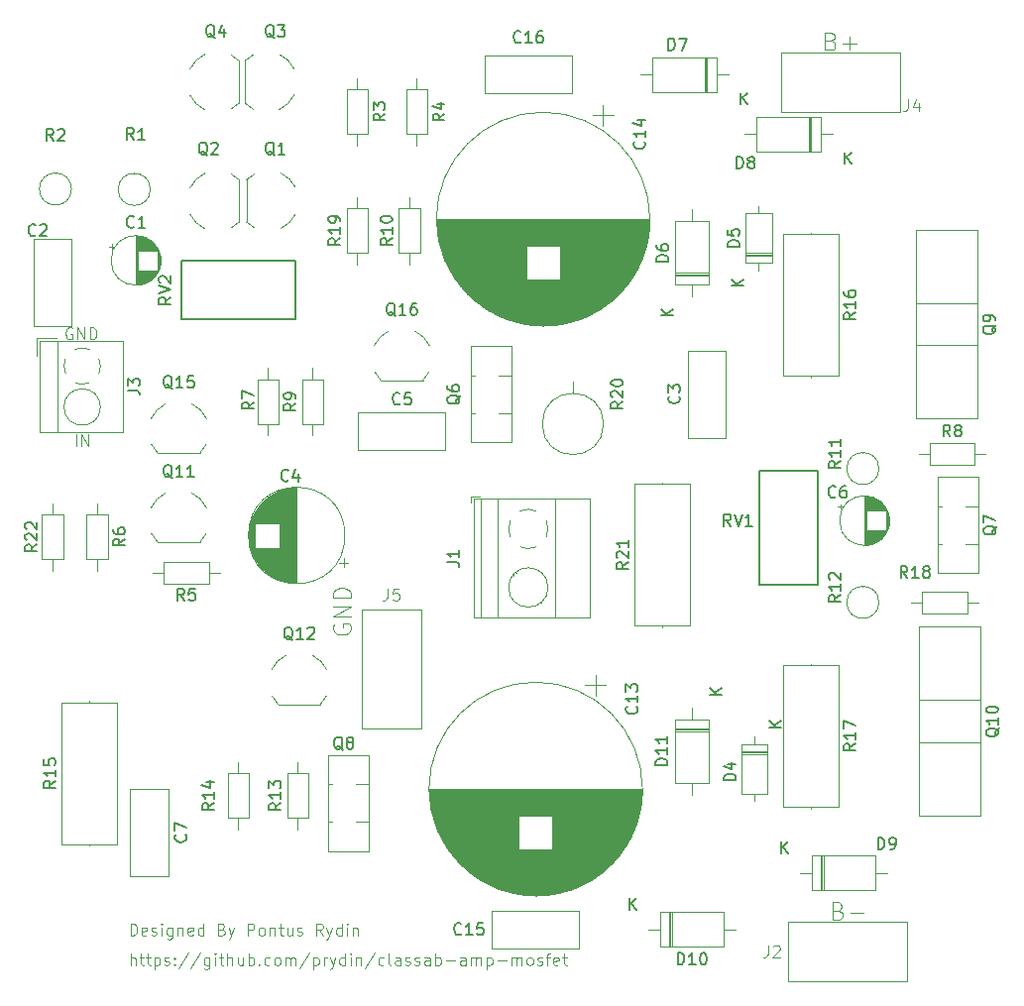
<source format=gbr>
%TF.GenerationSoftware,KiCad,Pcbnew,8.0.5*%
%TF.CreationDate,2024-11-21T18:49:45-05:00*%
%TF.ProjectId,classab-amp,636c6173-7361-4622-9d61-6d702e6b6963,rev?*%
%TF.SameCoordinates,Original*%
%TF.FileFunction,Legend,Top*%
%TF.FilePolarity,Positive*%
%FSLAX46Y46*%
G04 Gerber Fmt 4.6, Leading zero omitted, Abs format (unit mm)*
G04 Created by KiCad (PCBNEW 8.0.5) date 2024-11-21 18:49:45*
%MOMM*%
%LPD*%
G01*
G04 APERTURE LIST*
%ADD10C,0.100000*%
%ADD11C,0.150000*%
%ADD12C,0.120000*%
%ADD13C,0.127000*%
G04 APERTURE END LIST*
D10*
X262068571Y-32045514D02*
X262282857Y-32116942D01*
X262282857Y-32116942D02*
X262354286Y-32188371D01*
X262354286Y-32188371D02*
X262425714Y-32331228D01*
X262425714Y-32331228D02*
X262425714Y-32545514D01*
X262425714Y-32545514D02*
X262354286Y-32688371D01*
X262354286Y-32688371D02*
X262282857Y-32759800D01*
X262282857Y-32759800D02*
X262140000Y-32831228D01*
X262140000Y-32831228D02*
X261568571Y-32831228D01*
X261568571Y-32831228D02*
X261568571Y-31331228D01*
X261568571Y-31331228D02*
X262068571Y-31331228D01*
X262068571Y-31331228D02*
X262211429Y-31402657D01*
X262211429Y-31402657D02*
X262282857Y-31474085D01*
X262282857Y-31474085D02*
X262354286Y-31616942D01*
X262354286Y-31616942D02*
X262354286Y-31759800D01*
X262354286Y-31759800D02*
X262282857Y-31902657D01*
X262282857Y-31902657D02*
X262211429Y-31974085D01*
X262211429Y-31974085D02*
X262068571Y-32045514D01*
X262068571Y-32045514D02*
X261568571Y-32045514D01*
X263068571Y-32259800D02*
X264211429Y-32259800D01*
X263640000Y-32831228D02*
X263640000Y-31688371D01*
X202233884Y-110997419D02*
X202233884Y-109997419D01*
X202662455Y-110997419D02*
X202662455Y-110473609D01*
X202662455Y-110473609D02*
X202614836Y-110378371D01*
X202614836Y-110378371D02*
X202519598Y-110330752D01*
X202519598Y-110330752D02*
X202376741Y-110330752D01*
X202376741Y-110330752D02*
X202281503Y-110378371D01*
X202281503Y-110378371D02*
X202233884Y-110425990D01*
X202995789Y-110330752D02*
X203376741Y-110330752D01*
X203138646Y-109997419D02*
X203138646Y-110854561D01*
X203138646Y-110854561D02*
X203186265Y-110949800D01*
X203186265Y-110949800D02*
X203281503Y-110997419D01*
X203281503Y-110997419D02*
X203376741Y-110997419D01*
X203567218Y-110330752D02*
X203948170Y-110330752D01*
X203710075Y-109997419D02*
X203710075Y-110854561D01*
X203710075Y-110854561D02*
X203757694Y-110949800D01*
X203757694Y-110949800D02*
X203852932Y-110997419D01*
X203852932Y-110997419D02*
X203948170Y-110997419D01*
X204281504Y-110330752D02*
X204281504Y-111330752D01*
X204281504Y-110378371D02*
X204376742Y-110330752D01*
X204376742Y-110330752D02*
X204567218Y-110330752D01*
X204567218Y-110330752D02*
X204662456Y-110378371D01*
X204662456Y-110378371D02*
X204710075Y-110425990D01*
X204710075Y-110425990D02*
X204757694Y-110521228D01*
X204757694Y-110521228D02*
X204757694Y-110806942D01*
X204757694Y-110806942D02*
X204710075Y-110902180D01*
X204710075Y-110902180D02*
X204662456Y-110949800D01*
X204662456Y-110949800D02*
X204567218Y-110997419D01*
X204567218Y-110997419D02*
X204376742Y-110997419D01*
X204376742Y-110997419D02*
X204281504Y-110949800D01*
X205138647Y-110949800D02*
X205233885Y-110997419D01*
X205233885Y-110997419D02*
X205424361Y-110997419D01*
X205424361Y-110997419D02*
X205519599Y-110949800D01*
X205519599Y-110949800D02*
X205567218Y-110854561D01*
X205567218Y-110854561D02*
X205567218Y-110806942D01*
X205567218Y-110806942D02*
X205519599Y-110711704D01*
X205519599Y-110711704D02*
X205424361Y-110664085D01*
X205424361Y-110664085D02*
X205281504Y-110664085D01*
X205281504Y-110664085D02*
X205186266Y-110616466D01*
X205186266Y-110616466D02*
X205138647Y-110521228D01*
X205138647Y-110521228D02*
X205138647Y-110473609D01*
X205138647Y-110473609D02*
X205186266Y-110378371D01*
X205186266Y-110378371D02*
X205281504Y-110330752D01*
X205281504Y-110330752D02*
X205424361Y-110330752D01*
X205424361Y-110330752D02*
X205519599Y-110378371D01*
X205995790Y-110902180D02*
X206043409Y-110949800D01*
X206043409Y-110949800D02*
X205995790Y-110997419D01*
X205995790Y-110997419D02*
X205948171Y-110949800D01*
X205948171Y-110949800D02*
X205995790Y-110902180D01*
X205995790Y-110902180D02*
X205995790Y-110997419D01*
X205995790Y-110378371D02*
X206043409Y-110425990D01*
X206043409Y-110425990D02*
X205995790Y-110473609D01*
X205995790Y-110473609D02*
X205948171Y-110425990D01*
X205948171Y-110425990D02*
X205995790Y-110378371D01*
X205995790Y-110378371D02*
X205995790Y-110473609D01*
X207186265Y-109949800D02*
X206329123Y-111235514D01*
X208233884Y-109949800D02*
X207376742Y-111235514D01*
X208995789Y-110330752D02*
X208995789Y-111140276D01*
X208995789Y-111140276D02*
X208948170Y-111235514D01*
X208948170Y-111235514D02*
X208900551Y-111283133D01*
X208900551Y-111283133D02*
X208805313Y-111330752D01*
X208805313Y-111330752D02*
X208662456Y-111330752D01*
X208662456Y-111330752D02*
X208567218Y-111283133D01*
X208995789Y-110949800D02*
X208900551Y-110997419D01*
X208900551Y-110997419D02*
X208710075Y-110997419D01*
X208710075Y-110997419D02*
X208614837Y-110949800D01*
X208614837Y-110949800D02*
X208567218Y-110902180D01*
X208567218Y-110902180D02*
X208519599Y-110806942D01*
X208519599Y-110806942D02*
X208519599Y-110521228D01*
X208519599Y-110521228D02*
X208567218Y-110425990D01*
X208567218Y-110425990D02*
X208614837Y-110378371D01*
X208614837Y-110378371D02*
X208710075Y-110330752D01*
X208710075Y-110330752D02*
X208900551Y-110330752D01*
X208900551Y-110330752D02*
X208995789Y-110378371D01*
X209471980Y-110997419D02*
X209471980Y-110330752D01*
X209471980Y-109997419D02*
X209424361Y-110045038D01*
X209424361Y-110045038D02*
X209471980Y-110092657D01*
X209471980Y-110092657D02*
X209519599Y-110045038D01*
X209519599Y-110045038D02*
X209471980Y-109997419D01*
X209471980Y-109997419D02*
X209471980Y-110092657D01*
X209805313Y-110330752D02*
X210186265Y-110330752D01*
X209948170Y-109997419D02*
X209948170Y-110854561D01*
X209948170Y-110854561D02*
X209995789Y-110949800D01*
X209995789Y-110949800D02*
X210091027Y-110997419D01*
X210091027Y-110997419D02*
X210186265Y-110997419D01*
X210519599Y-110997419D02*
X210519599Y-109997419D01*
X210948170Y-110997419D02*
X210948170Y-110473609D01*
X210948170Y-110473609D02*
X210900551Y-110378371D01*
X210900551Y-110378371D02*
X210805313Y-110330752D01*
X210805313Y-110330752D02*
X210662456Y-110330752D01*
X210662456Y-110330752D02*
X210567218Y-110378371D01*
X210567218Y-110378371D02*
X210519599Y-110425990D01*
X211852932Y-110330752D02*
X211852932Y-110997419D01*
X211424361Y-110330752D02*
X211424361Y-110854561D01*
X211424361Y-110854561D02*
X211471980Y-110949800D01*
X211471980Y-110949800D02*
X211567218Y-110997419D01*
X211567218Y-110997419D02*
X211710075Y-110997419D01*
X211710075Y-110997419D02*
X211805313Y-110949800D01*
X211805313Y-110949800D02*
X211852932Y-110902180D01*
X212329123Y-110997419D02*
X212329123Y-109997419D01*
X212329123Y-110378371D02*
X212424361Y-110330752D01*
X212424361Y-110330752D02*
X212614837Y-110330752D01*
X212614837Y-110330752D02*
X212710075Y-110378371D01*
X212710075Y-110378371D02*
X212757694Y-110425990D01*
X212757694Y-110425990D02*
X212805313Y-110521228D01*
X212805313Y-110521228D02*
X212805313Y-110806942D01*
X212805313Y-110806942D02*
X212757694Y-110902180D01*
X212757694Y-110902180D02*
X212710075Y-110949800D01*
X212710075Y-110949800D02*
X212614837Y-110997419D01*
X212614837Y-110997419D02*
X212424361Y-110997419D01*
X212424361Y-110997419D02*
X212329123Y-110949800D01*
X213233885Y-110902180D02*
X213281504Y-110949800D01*
X213281504Y-110949800D02*
X213233885Y-110997419D01*
X213233885Y-110997419D02*
X213186266Y-110949800D01*
X213186266Y-110949800D02*
X213233885Y-110902180D01*
X213233885Y-110902180D02*
X213233885Y-110997419D01*
X214138646Y-110949800D02*
X214043408Y-110997419D01*
X214043408Y-110997419D02*
X213852932Y-110997419D01*
X213852932Y-110997419D02*
X213757694Y-110949800D01*
X213757694Y-110949800D02*
X213710075Y-110902180D01*
X213710075Y-110902180D02*
X213662456Y-110806942D01*
X213662456Y-110806942D02*
X213662456Y-110521228D01*
X213662456Y-110521228D02*
X213710075Y-110425990D01*
X213710075Y-110425990D02*
X213757694Y-110378371D01*
X213757694Y-110378371D02*
X213852932Y-110330752D01*
X213852932Y-110330752D02*
X214043408Y-110330752D01*
X214043408Y-110330752D02*
X214138646Y-110378371D01*
X214710075Y-110997419D02*
X214614837Y-110949800D01*
X214614837Y-110949800D02*
X214567218Y-110902180D01*
X214567218Y-110902180D02*
X214519599Y-110806942D01*
X214519599Y-110806942D02*
X214519599Y-110521228D01*
X214519599Y-110521228D02*
X214567218Y-110425990D01*
X214567218Y-110425990D02*
X214614837Y-110378371D01*
X214614837Y-110378371D02*
X214710075Y-110330752D01*
X214710075Y-110330752D02*
X214852932Y-110330752D01*
X214852932Y-110330752D02*
X214948170Y-110378371D01*
X214948170Y-110378371D02*
X214995789Y-110425990D01*
X214995789Y-110425990D02*
X215043408Y-110521228D01*
X215043408Y-110521228D02*
X215043408Y-110806942D01*
X215043408Y-110806942D02*
X214995789Y-110902180D01*
X214995789Y-110902180D02*
X214948170Y-110949800D01*
X214948170Y-110949800D02*
X214852932Y-110997419D01*
X214852932Y-110997419D02*
X214710075Y-110997419D01*
X215471980Y-110997419D02*
X215471980Y-110330752D01*
X215471980Y-110425990D02*
X215519599Y-110378371D01*
X215519599Y-110378371D02*
X215614837Y-110330752D01*
X215614837Y-110330752D02*
X215757694Y-110330752D01*
X215757694Y-110330752D02*
X215852932Y-110378371D01*
X215852932Y-110378371D02*
X215900551Y-110473609D01*
X215900551Y-110473609D02*
X215900551Y-110997419D01*
X215900551Y-110473609D02*
X215948170Y-110378371D01*
X215948170Y-110378371D02*
X216043408Y-110330752D01*
X216043408Y-110330752D02*
X216186265Y-110330752D01*
X216186265Y-110330752D02*
X216281504Y-110378371D01*
X216281504Y-110378371D02*
X216329123Y-110473609D01*
X216329123Y-110473609D02*
X216329123Y-110997419D01*
X217519598Y-109949800D02*
X216662456Y-111235514D01*
X217852932Y-110330752D02*
X217852932Y-111330752D01*
X217852932Y-110378371D02*
X217948170Y-110330752D01*
X217948170Y-110330752D02*
X218138646Y-110330752D01*
X218138646Y-110330752D02*
X218233884Y-110378371D01*
X218233884Y-110378371D02*
X218281503Y-110425990D01*
X218281503Y-110425990D02*
X218329122Y-110521228D01*
X218329122Y-110521228D02*
X218329122Y-110806942D01*
X218329122Y-110806942D02*
X218281503Y-110902180D01*
X218281503Y-110902180D02*
X218233884Y-110949800D01*
X218233884Y-110949800D02*
X218138646Y-110997419D01*
X218138646Y-110997419D02*
X217948170Y-110997419D01*
X217948170Y-110997419D02*
X217852932Y-110949800D01*
X218757694Y-110997419D02*
X218757694Y-110330752D01*
X218757694Y-110521228D02*
X218805313Y-110425990D01*
X218805313Y-110425990D02*
X218852932Y-110378371D01*
X218852932Y-110378371D02*
X218948170Y-110330752D01*
X218948170Y-110330752D02*
X219043408Y-110330752D01*
X219281504Y-110330752D02*
X219519599Y-110997419D01*
X219757694Y-110330752D02*
X219519599Y-110997419D01*
X219519599Y-110997419D02*
X219424361Y-111235514D01*
X219424361Y-111235514D02*
X219376742Y-111283133D01*
X219376742Y-111283133D02*
X219281504Y-111330752D01*
X220567218Y-110997419D02*
X220567218Y-109997419D01*
X220567218Y-110949800D02*
X220471980Y-110997419D01*
X220471980Y-110997419D02*
X220281504Y-110997419D01*
X220281504Y-110997419D02*
X220186266Y-110949800D01*
X220186266Y-110949800D02*
X220138647Y-110902180D01*
X220138647Y-110902180D02*
X220091028Y-110806942D01*
X220091028Y-110806942D02*
X220091028Y-110521228D01*
X220091028Y-110521228D02*
X220138647Y-110425990D01*
X220138647Y-110425990D02*
X220186266Y-110378371D01*
X220186266Y-110378371D02*
X220281504Y-110330752D01*
X220281504Y-110330752D02*
X220471980Y-110330752D01*
X220471980Y-110330752D02*
X220567218Y-110378371D01*
X221043409Y-110997419D02*
X221043409Y-110330752D01*
X221043409Y-109997419D02*
X220995790Y-110045038D01*
X220995790Y-110045038D02*
X221043409Y-110092657D01*
X221043409Y-110092657D02*
X221091028Y-110045038D01*
X221091028Y-110045038D02*
X221043409Y-109997419D01*
X221043409Y-109997419D02*
X221043409Y-110092657D01*
X221519599Y-110330752D02*
X221519599Y-110997419D01*
X221519599Y-110425990D02*
X221567218Y-110378371D01*
X221567218Y-110378371D02*
X221662456Y-110330752D01*
X221662456Y-110330752D02*
X221805313Y-110330752D01*
X221805313Y-110330752D02*
X221900551Y-110378371D01*
X221900551Y-110378371D02*
X221948170Y-110473609D01*
X221948170Y-110473609D02*
X221948170Y-110997419D01*
X223138646Y-109949800D02*
X222281504Y-111235514D01*
X223900551Y-110949800D02*
X223805313Y-110997419D01*
X223805313Y-110997419D02*
X223614837Y-110997419D01*
X223614837Y-110997419D02*
X223519599Y-110949800D01*
X223519599Y-110949800D02*
X223471980Y-110902180D01*
X223471980Y-110902180D02*
X223424361Y-110806942D01*
X223424361Y-110806942D02*
X223424361Y-110521228D01*
X223424361Y-110521228D02*
X223471980Y-110425990D01*
X223471980Y-110425990D02*
X223519599Y-110378371D01*
X223519599Y-110378371D02*
X223614837Y-110330752D01*
X223614837Y-110330752D02*
X223805313Y-110330752D01*
X223805313Y-110330752D02*
X223900551Y-110378371D01*
X224471980Y-110997419D02*
X224376742Y-110949800D01*
X224376742Y-110949800D02*
X224329123Y-110854561D01*
X224329123Y-110854561D02*
X224329123Y-109997419D01*
X225281504Y-110997419D02*
X225281504Y-110473609D01*
X225281504Y-110473609D02*
X225233885Y-110378371D01*
X225233885Y-110378371D02*
X225138647Y-110330752D01*
X225138647Y-110330752D02*
X224948171Y-110330752D01*
X224948171Y-110330752D02*
X224852933Y-110378371D01*
X225281504Y-110949800D02*
X225186266Y-110997419D01*
X225186266Y-110997419D02*
X224948171Y-110997419D01*
X224948171Y-110997419D02*
X224852933Y-110949800D01*
X224852933Y-110949800D02*
X224805314Y-110854561D01*
X224805314Y-110854561D02*
X224805314Y-110759323D01*
X224805314Y-110759323D02*
X224852933Y-110664085D01*
X224852933Y-110664085D02*
X224948171Y-110616466D01*
X224948171Y-110616466D02*
X225186266Y-110616466D01*
X225186266Y-110616466D02*
X225281504Y-110568847D01*
X225710076Y-110949800D02*
X225805314Y-110997419D01*
X225805314Y-110997419D02*
X225995790Y-110997419D01*
X225995790Y-110997419D02*
X226091028Y-110949800D01*
X226091028Y-110949800D02*
X226138647Y-110854561D01*
X226138647Y-110854561D02*
X226138647Y-110806942D01*
X226138647Y-110806942D02*
X226091028Y-110711704D01*
X226091028Y-110711704D02*
X225995790Y-110664085D01*
X225995790Y-110664085D02*
X225852933Y-110664085D01*
X225852933Y-110664085D02*
X225757695Y-110616466D01*
X225757695Y-110616466D02*
X225710076Y-110521228D01*
X225710076Y-110521228D02*
X225710076Y-110473609D01*
X225710076Y-110473609D02*
X225757695Y-110378371D01*
X225757695Y-110378371D02*
X225852933Y-110330752D01*
X225852933Y-110330752D02*
X225995790Y-110330752D01*
X225995790Y-110330752D02*
X226091028Y-110378371D01*
X226519600Y-110949800D02*
X226614838Y-110997419D01*
X226614838Y-110997419D02*
X226805314Y-110997419D01*
X226805314Y-110997419D02*
X226900552Y-110949800D01*
X226900552Y-110949800D02*
X226948171Y-110854561D01*
X226948171Y-110854561D02*
X226948171Y-110806942D01*
X226948171Y-110806942D02*
X226900552Y-110711704D01*
X226900552Y-110711704D02*
X226805314Y-110664085D01*
X226805314Y-110664085D02*
X226662457Y-110664085D01*
X226662457Y-110664085D02*
X226567219Y-110616466D01*
X226567219Y-110616466D02*
X226519600Y-110521228D01*
X226519600Y-110521228D02*
X226519600Y-110473609D01*
X226519600Y-110473609D02*
X226567219Y-110378371D01*
X226567219Y-110378371D02*
X226662457Y-110330752D01*
X226662457Y-110330752D02*
X226805314Y-110330752D01*
X226805314Y-110330752D02*
X226900552Y-110378371D01*
X227805314Y-110997419D02*
X227805314Y-110473609D01*
X227805314Y-110473609D02*
X227757695Y-110378371D01*
X227757695Y-110378371D02*
X227662457Y-110330752D01*
X227662457Y-110330752D02*
X227471981Y-110330752D01*
X227471981Y-110330752D02*
X227376743Y-110378371D01*
X227805314Y-110949800D02*
X227710076Y-110997419D01*
X227710076Y-110997419D02*
X227471981Y-110997419D01*
X227471981Y-110997419D02*
X227376743Y-110949800D01*
X227376743Y-110949800D02*
X227329124Y-110854561D01*
X227329124Y-110854561D02*
X227329124Y-110759323D01*
X227329124Y-110759323D02*
X227376743Y-110664085D01*
X227376743Y-110664085D02*
X227471981Y-110616466D01*
X227471981Y-110616466D02*
X227710076Y-110616466D01*
X227710076Y-110616466D02*
X227805314Y-110568847D01*
X228281505Y-110997419D02*
X228281505Y-109997419D01*
X228281505Y-110378371D02*
X228376743Y-110330752D01*
X228376743Y-110330752D02*
X228567219Y-110330752D01*
X228567219Y-110330752D02*
X228662457Y-110378371D01*
X228662457Y-110378371D02*
X228710076Y-110425990D01*
X228710076Y-110425990D02*
X228757695Y-110521228D01*
X228757695Y-110521228D02*
X228757695Y-110806942D01*
X228757695Y-110806942D02*
X228710076Y-110902180D01*
X228710076Y-110902180D02*
X228662457Y-110949800D01*
X228662457Y-110949800D02*
X228567219Y-110997419D01*
X228567219Y-110997419D02*
X228376743Y-110997419D01*
X228376743Y-110997419D02*
X228281505Y-110949800D01*
X229186267Y-110616466D02*
X229948172Y-110616466D01*
X230852933Y-110997419D02*
X230852933Y-110473609D01*
X230852933Y-110473609D02*
X230805314Y-110378371D01*
X230805314Y-110378371D02*
X230710076Y-110330752D01*
X230710076Y-110330752D02*
X230519600Y-110330752D01*
X230519600Y-110330752D02*
X230424362Y-110378371D01*
X230852933Y-110949800D02*
X230757695Y-110997419D01*
X230757695Y-110997419D02*
X230519600Y-110997419D01*
X230519600Y-110997419D02*
X230424362Y-110949800D01*
X230424362Y-110949800D02*
X230376743Y-110854561D01*
X230376743Y-110854561D02*
X230376743Y-110759323D01*
X230376743Y-110759323D02*
X230424362Y-110664085D01*
X230424362Y-110664085D02*
X230519600Y-110616466D01*
X230519600Y-110616466D02*
X230757695Y-110616466D01*
X230757695Y-110616466D02*
X230852933Y-110568847D01*
X231329124Y-110997419D02*
X231329124Y-110330752D01*
X231329124Y-110425990D02*
X231376743Y-110378371D01*
X231376743Y-110378371D02*
X231471981Y-110330752D01*
X231471981Y-110330752D02*
X231614838Y-110330752D01*
X231614838Y-110330752D02*
X231710076Y-110378371D01*
X231710076Y-110378371D02*
X231757695Y-110473609D01*
X231757695Y-110473609D02*
X231757695Y-110997419D01*
X231757695Y-110473609D02*
X231805314Y-110378371D01*
X231805314Y-110378371D02*
X231900552Y-110330752D01*
X231900552Y-110330752D02*
X232043409Y-110330752D01*
X232043409Y-110330752D02*
X232138648Y-110378371D01*
X232138648Y-110378371D02*
X232186267Y-110473609D01*
X232186267Y-110473609D02*
X232186267Y-110997419D01*
X232662457Y-110330752D02*
X232662457Y-111330752D01*
X232662457Y-110378371D02*
X232757695Y-110330752D01*
X232757695Y-110330752D02*
X232948171Y-110330752D01*
X232948171Y-110330752D02*
X233043409Y-110378371D01*
X233043409Y-110378371D02*
X233091028Y-110425990D01*
X233091028Y-110425990D02*
X233138647Y-110521228D01*
X233138647Y-110521228D02*
X233138647Y-110806942D01*
X233138647Y-110806942D02*
X233091028Y-110902180D01*
X233091028Y-110902180D02*
X233043409Y-110949800D01*
X233043409Y-110949800D02*
X232948171Y-110997419D01*
X232948171Y-110997419D02*
X232757695Y-110997419D01*
X232757695Y-110997419D02*
X232662457Y-110949800D01*
X233567219Y-110616466D02*
X234329124Y-110616466D01*
X234805314Y-110997419D02*
X234805314Y-110330752D01*
X234805314Y-110425990D02*
X234852933Y-110378371D01*
X234852933Y-110378371D02*
X234948171Y-110330752D01*
X234948171Y-110330752D02*
X235091028Y-110330752D01*
X235091028Y-110330752D02*
X235186266Y-110378371D01*
X235186266Y-110378371D02*
X235233885Y-110473609D01*
X235233885Y-110473609D02*
X235233885Y-110997419D01*
X235233885Y-110473609D02*
X235281504Y-110378371D01*
X235281504Y-110378371D02*
X235376742Y-110330752D01*
X235376742Y-110330752D02*
X235519599Y-110330752D01*
X235519599Y-110330752D02*
X235614838Y-110378371D01*
X235614838Y-110378371D02*
X235662457Y-110473609D01*
X235662457Y-110473609D02*
X235662457Y-110997419D01*
X236281504Y-110997419D02*
X236186266Y-110949800D01*
X236186266Y-110949800D02*
X236138647Y-110902180D01*
X236138647Y-110902180D02*
X236091028Y-110806942D01*
X236091028Y-110806942D02*
X236091028Y-110521228D01*
X236091028Y-110521228D02*
X236138647Y-110425990D01*
X236138647Y-110425990D02*
X236186266Y-110378371D01*
X236186266Y-110378371D02*
X236281504Y-110330752D01*
X236281504Y-110330752D02*
X236424361Y-110330752D01*
X236424361Y-110330752D02*
X236519599Y-110378371D01*
X236519599Y-110378371D02*
X236567218Y-110425990D01*
X236567218Y-110425990D02*
X236614837Y-110521228D01*
X236614837Y-110521228D02*
X236614837Y-110806942D01*
X236614837Y-110806942D02*
X236567218Y-110902180D01*
X236567218Y-110902180D02*
X236519599Y-110949800D01*
X236519599Y-110949800D02*
X236424361Y-110997419D01*
X236424361Y-110997419D02*
X236281504Y-110997419D01*
X236995790Y-110949800D02*
X237091028Y-110997419D01*
X237091028Y-110997419D02*
X237281504Y-110997419D01*
X237281504Y-110997419D02*
X237376742Y-110949800D01*
X237376742Y-110949800D02*
X237424361Y-110854561D01*
X237424361Y-110854561D02*
X237424361Y-110806942D01*
X237424361Y-110806942D02*
X237376742Y-110711704D01*
X237376742Y-110711704D02*
X237281504Y-110664085D01*
X237281504Y-110664085D02*
X237138647Y-110664085D01*
X237138647Y-110664085D02*
X237043409Y-110616466D01*
X237043409Y-110616466D02*
X236995790Y-110521228D01*
X236995790Y-110521228D02*
X236995790Y-110473609D01*
X236995790Y-110473609D02*
X237043409Y-110378371D01*
X237043409Y-110378371D02*
X237138647Y-110330752D01*
X237138647Y-110330752D02*
X237281504Y-110330752D01*
X237281504Y-110330752D02*
X237376742Y-110378371D01*
X237710076Y-110330752D02*
X238091028Y-110330752D01*
X237852933Y-110997419D02*
X237852933Y-110140276D01*
X237852933Y-110140276D02*
X237900552Y-110045038D01*
X237900552Y-110045038D02*
X237995790Y-109997419D01*
X237995790Y-109997419D02*
X238091028Y-109997419D01*
X238805314Y-110949800D02*
X238710076Y-110997419D01*
X238710076Y-110997419D02*
X238519600Y-110997419D01*
X238519600Y-110997419D02*
X238424362Y-110949800D01*
X238424362Y-110949800D02*
X238376743Y-110854561D01*
X238376743Y-110854561D02*
X238376743Y-110473609D01*
X238376743Y-110473609D02*
X238424362Y-110378371D01*
X238424362Y-110378371D02*
X238519600Y-110330752D01*
X238519600Y-110330752D02*
X238710076Y-110330752D01*
X238710076Y-110330752D02*
X238805314Y-110378371D01*
X238805314Y-110378371D02*
X238852933Y-110473609D01*
X238852933Y-110473609D02*
X238852933Y-110568847D01*
X238852933Y-110568847D02*
X238376743Y-110664085D01*
X239138648Y-110330752D02*
X239519600Y-110330752D01*
X239281505Y-109997419D02*
X239281505Y-110854561D01*
X239281505Y-110854561D02*
X239329124Y-110949800D01*
X239329124Y-110949800D02*
X239424362Y-110997419D01*
X239424362Y-110997419D02*
X239519600Y-110997419D01*
X202233884Y-108457419D02*
X202233884Y-107457419D01*
X202233884Y-107457419D02*
X202471979Y-107457419D01*
X202471979Y-107457419D02*
X202614836Y-107505038D01*
X202614836Y-107505038D02*
X202710074Y-107600276D01*
X202710074Y-107600276D02*
X202757693Y-107695514D01*
X202757693Y-107695514D02*
X202805312Y-107885990D01*
X202805312Y-107885990D02*
X202805312Y-108028847D01*
X202805312Y-108028847D02*
X202757693Y-108219323D01*
X202757693Y-108219323D02*
X202710074Y-108314561D01*
X202710074Y-108314561D02*
X202614836Y-108409800D01*
X202614836Y-108409800D02*
X202471979Y-108457419D01*
X202471979Y-108457419D02*
X202233884Y-108457419D01*
X203614836Y-108409800D02*
X203519598Y-108457419D01*
X203519598Y-108457419D02*
X203329122Y-108457419D01*
X203329122Y-108457419D02*
X203233884Y-108409800D01*
X203233884Y-108409800D02*
X203186265Y-108314561D01*
X203186265Y-108314561D02*
X203186265Y-107933609D01*
X203186265Y-107933609D02*
X203233884Y-107838371D01*
X203233884Y-107838371D02*
X203329122Y-107790752D01*
X203329122Y-107790752D02*
X203519598Y-107790752D01*
X203519598Y-107790752D02*
X203614836Y-107838371D01*
X203614836Y-107838371D02*
X203662455Y-107933609D01*
X203662455Y-107933609D02*
X203662455Y-108028847D01*
X203662455Y-108028847D02*
X203186265Y-108124085D01*
X204043408Y-108409800D02*
X204138646Y-108457419D01*
X204138646Y-108457419D02*
X204329122Y-108457419D01*
X204329122Y-108457419D02*
X204424360Y-108409800D01*
X204424360Y-108409800D02*
X204471979Y-108314561D01*
X204471979Y-108314561D02*
X204471979Y-108266942D01*
X204471979Y-108266942D02*
X204424360Y-108171704D01*
X204424360Y-108171704D02*
X204329122Y-108124085D01*
X204329122Y-108124085D02*
X204186265Y-108124085D01*
X204186265Y-108124085D02*
X204091027Y-108076466D01*
X204091027Y-108076466D02*
X204043408Y-107981228D01*
X204043408Y-107981228D02*
X204043408Y-107933609D01*
X204043408Y-107933609D02*
X204091027Y-107838371D01*
X204091027Y-107838371D02*
X204186265Y-107790752D01*
X204186265Y-107790752D02*
X204329122Y-107790752D01*
X204329122Y-107790752D02*
X204424360Y-107838371D01*
X204900551Y-108457419D02*
X204900551Y-107790752D01*
X204900551Y-107457419D02*
X204852932Y-107505038D01*
X204852932Y-107505038D02*
X204900551Y-107552657D01*
X204900551Y-107552657D02*
X204948170Y-107505038D01*
X204948170Y-107505038D02*
X204900551Y-107457419D01*
X204900551Y-107457419D02*
X204900551Y-107552657D01*
X205805312Y-107790752D02*
X205805312Y-108600276D01*
X205805312Y-108600276D02*
X205757693Y-108695514D01*
X205757693Y-108695514D02*
X205710074Y-108743133D01*
X205710074Y-108743133D02*
X205614836Y-108790752D01*
X205614836Y-108790752D02*
X205471979Y-108790752D01*
X205471979Y-108790752D02*
X205376741Y-108743133D01*
X205805312Y-108409800D02*
X205710074Y-108457419D01*
X205710074Y-108457419D02*
X205519598Y-108457419D01*
X205519598Y-108457419D02*
X205424360Y-108409800D01*
X205424360Y-108409800D02*
X205376741Y-108362180D01*
X205376741Y-108362180D02*
X205329122Y-108266942D01*
X205329122Y-108266942D02*
X205329122Y-107981228D01*
X205329122Y-107981228D02*
X205376741Y-107885990D01*
X205376741Y-107885990D02*
X205424360Y-107838371D01*
X205424360Y-107838371D02*
X205519598Y-107790752D01*
X205519598Y-107790752D02*
X205710074Y-107790752D01*
X205710074Y-107790752D02*
X205805312Y-107838371D01*
X206281503Y-107790752D02*
X206281503Y-108457419D01*
X206281503Y-107885990D02*
X206329122Y-107838371D01*
X206329122Y-107838371D02*
X206424360Y-107790752D01*
X206424360Y-107790752D02*
X206567217Y-107790752D01*
X206567217Y-107790752D02*
X206662455Y-107838371D01*
X206662455Y-107838371D02*
X206710074Y-107933609D01*
X206710074Y-107933609D02*
X206710074Y-108457419D01*
X207567217Y-108409800D02*
X207471979Y-108457419D01*
X207471979Y-108457419D02*
X207281503Y-108457419D01*
X207281503Y-108457419D02*
X207186265Y-108409800D01*
X207186265Y-108409800D02*
X207138646Y-108314561D01*
X207138646Y-108314561D02*
X207138646Y-107933609D01*
X207138646Y-107933609D02*
X207186265Y-107838371D01*
X207186265Y-107838371D02*
X207281503Y-107790752D01*
X207281503Y-107790752D02*
X207471979Y-107790752D01*
X207471979Y-107790752D02*
X207567217Y-107838371D01*
X207567217Y-107838371D02*
X207614836Y-107933609D01*
X207614836Y-107933609D02*
X207614836Y-108028847D01*
X207614836Y-108028847D02*
X207138646Y-108124085D01*
X208471979Y-108457419D02*
X208471979Y-107457419D01*
X208471979Y-108409800D02*
X208376741Y-108457419D01*
X208376741Y-108457419D02*
X208186265Y-108457419D01*
X208186265Y-108457419D02*
X208091027Y-108409800D01*
X208091027Y-108409800D02*
X208043408Y-108362180D01*
X208043408Y-108362180D02*
X207995789Y-108266942D01*
X207995789Y-108266942D02*
X207995789Y-107981228D01*
X207995789Y-107981228D02*
X208043408Y-107885990D01*
X208043408Y-107885990D02*
X208091027Y-107838371D01*
X208091027Y-107838371D02*
X208186265Y-107790752D01*
X208186265Y-107790752D02*
X208376741Y-107790752D01*
X208376741Y-107790752D02*
X208471979Y-107838371D01*
X210043408Y-107933609D02*
X210186265Y-107981228D01*
X210186265Y-107981228D02*
X210233884Y-108028847D01*
X210233884Y-108028847D02*
X210281503Y-108124085D01*
X210281503Y-108124085D02*
X210281503Y-108266942D01*
X210281503Y-108266942D02*
X210233884Y-108362180D01*
X210233884Y-108362180D02*
X210186265Y-108409800D01*
X210186265Y-108409800D02*
X210091027Y-108457419D01*
X210091027Y-108457419D02*
X209710075Y-108457419D01*
X209710075Y-108457419D02*
X209710075Y-107457419D01*
X209710075Y-107457419D02*
X210043408Y-107457419D01*
X210043408Y-107457419D02*
X210138646Y-107505038D01*
X210138646Y-107505038D02*
X210186265Y-107552657D01*
X210186265Y-107552657D02*
X210233884Y-107647895D01*
X210233884Y-107647895D02*
X210233884Y-107743133D01*
X210233884Y-107743133D02*
X210186265Y-107838371D01*
X210186265Y-107838371D02*
X210138646Y-107885990D01*
X210138646Y-107885990D02*
X210043408Y-107933609D01*
X210043408Y-107933609D02*
X209710075Y-107933609D01*
X210614837Y-107790752D02*
X210852932Y-108457419D01*
X211091027Y-107790752D02*
X210852932Y-108457419D01*
X210852932Y-108457419D02*
X210757694Y-108695514D01*
X210757694Y-108695514D02*
X210710075Y-108743133D01*
X210710075Y-108743133D02*
X210614837Y-108790752D01*
X212233885Y-108457419D02*
X212233885Y-107457419D01*
X212233885Y-107457419D02*
X212614837Y-107457419D01*
X212614837Y-107457419D02*
X212710075Y-107505038D01*
X212710075Y-107505038D02*
X212757694Y-107552657D01*
X212757694Y-107552657D02*
X212805313Y-107647895D01*
X212805313Y-107647895D02*
X212805313Y-107790752D01*
X212805313Y-107790752D02*
X212757694Y-107885990D01*
X212757694Y-107885990D02*
X212710075Y-107933609D01*
X212710075Y-107933609D02*
X212614837Y-107981228D01*
X212614837Y-107981228D02*
X212233885Y-107981228D01*
X213376742Y-108457419D02*
X213281504Y-108409800D01*
X213281504Y-108409800D02*
X213233885Y-108362180D01*
X213233885Y-108362180D02*
X213186266Y-108266942D01*
X213186266Y-108266942D02*
X213186266Y-107981228D01*
X213186266Y-107981228D02*
X213233885Y-107885990D01*
X213233885Y-107885990D02*
X213281504Y-107838371D01*
X213281504Y-107838371D02*
X213376742Y-107790752D01*
X213376742Y-107790752D02*
X213519599Y-107790752D01*
X213519599Y-107790752D02*
X213614837Y-107838371D01*
X213614837Y-107838371D02*
X213662456Y-107885990D01*
X213662456Y-107885990D02*
X213710075Y-107981228D01*
X213710075Y-107981228D02*
X213710075Y-108266942D01*
X213710075Y-108266942D02*
X213662456Y-108362180D01*
X213662456Y-108362180D02*
X213614837Y-108409800D01*
X213614837Y-108409800D02*
X213519599Y-108457419D01*
X213519599Y-108457419D02*
X213376742Y-108457419D01*
X214138647Y-107790752D02*
X214138647Y-108457419D01*
X214138647Y-107885990D02*
X214186266Y-107838371D01*
X214186266Y-107838371D02*
X214281504Y-107790752D01*
X214281504Y-107790752D02*
X214424361Y-107790752D01*
X214424361Y-107790752D02*
X214519599Y-107838371D01*
X214519599Y-107838371D02*
X214567218Y-107933609D01*
X214567218Y-107933609D02*
X214567218Y-108457419D01*
X214900552Y-107790752D02*
X215281504Y-107790752D01*
X215043409Y-107457419D02*
X215043409Y-108314561D01*
X215043409Y-108314561D02*
X215091028Y-108409800D01*
X215091028Y-108409800D02*
X215186266Y-108457419D01*
X215186266Y-108457419D02*
X215281504Y-108457419D01*
X216043409Y-107790752D02*
X216043409Y-108457419D01*
X215614838Y-107790752D02*
X215614838Y-108314561D01*
X215614838Y-108314561D02*
X215662457Y-108409800D01*
X215662457Y-108409800D02*
X215757695Y-108457419D01*
X215757695Y-108457419D02*
X215900552Y-108457419D01*
X215900552Y-108457419D02*
X215995790Y-108409800D01*
X215995790Y-108409800D02*
X216043409Y-108362180D01*
X216471981Y-108409800D02*
X216567219Y-108457419D01*
X216567219Y-108457419D02*
X216757695Y-108457419D01*
X216757695Y-108457419D02*
X216852933Y-108409800D01*
X216852933Y-108409800D02*
X216900552Y-108314561D01*
X216900552Y-108314561D02*
X216900552Y-108266942D01*
X216900552Y-108266942D02*
X216852933Y-108171704D01*
X216852933Y-108171704D02*
X216757695Y-108124085D01*
X216757695Y-108124085D02*
X216614838Y-108124085D01*
X216614838Y-108124085D02*
X216519600Y-108076466D01*
X216519600Y-108076466D02*
X216471981Y-107981228D01*
X216471981Y-107981228D02*
X216471981Y-107933609D01*
X216471981Y-107933609D02*
X216519600Y-107838371D01*
X216519600Y-107838371D02*
X216614838Y-107790752D01*
X216614838Y-107790752D02*
X216757695Y-107790752D01*
X216757695Y-107790752D02*
X216852933Y-107838371D01*
X218662457Y-108457419D02*
X218329124Y-107981228D01*
X218091029Y-108457419D02*
X218091029Y-107457419D01*
X218091029Y-107457419D02*
X218471981Y-107457419D01*
X218471981Y-107457419D02*
X218567219Y-107505038D01*
X218567219Y-107505038D02*
X218614838Y-107552657D01*
X218614838Y-107552657D02*
X218662457Y-107647895D01*
X218662457Y-107647895D02*
X218662457Y-107790752D01*
X218662457Y-107790752D02*
X218614838Y-107885990D01*
X218614838Y-107885990D02*
X218567219Y-107933609D01*
X218567219Y-107933609D02*
X218471981Y-107981228D01*
X218471981Y-107981228D02*
X218091029Y-107981228D01*
X218995791Y-107790752D02*
X219233886Y-108457419D01*
X219471981Y-107790752D02*
X219233886Y-108457419D01*
X219233886Y-108457419D02*
X219138648Y-108695514D01*
X219138648Y-108695514D02*
X219091029Y-108743133D01*
X219091029Y-108743133D02*
X218995791Y-108790752D01*
X220281505Y-108457419D02*
X220281505Y-107457419D01*
X220281505Y-108409800D02*
X220186267Y-108457419D01*
X220186267Y-108457419D02*
X219995791Y-108457419D01*
X219995791Y-108457419D02*
X219900553Y-108409800D01*
X219900553Y-108409800D02*
X219852934Y-108362180D01*
X219852934Y-108362180D02*
X219805315Y-108266942D01*
X219805315Y-108266942D02*
X219805315Y-107981228D01*
X219805315Y-107981228D02*
X219852934Y-107885990D01*
X219852934Y-107885990D02*
X219900553Y-107838371D01*
X219900553Y-107838371D02*
X219995791Y-107790752D01*
X219995791Y-107790752D02*
X220186267Y-107790752D01*
X220186267Y-107790752D02*
X220281505Y-107838371D01*
X220757696Y-108457419D02*
X220757696Y-107790752D01*
X220757696Y-107457419D02*
X220710077Y-107505038D01*
X220710077Y-107505038D02*
X220757696Y-107552657D01*
X220757696Y-107552657D02*
X220805315Y-107505038D01*
X220805315Y-107505038D02*
X220757696Y-107457419D01*
X220757696Y-107457419D02*
X220757696Y-107552657D01*
X221233886Y-107790752D02*
X221233886Y-108457419D01*
X221233886Y-107885990D02*
X221281505Y-107838371D01*
X221281505Y-107838371D02*
X221376743Y-107790752D01*
X221376743Y-107790752D02*
X221519600Y-107790752D01*
X221519600Y-107790752D02*
X221614838Y-107838371D01*
X221614838Y-107838371D02*
X221662457Y-107933609D01*
X221662457Y-107933609D02*
X221662457Y-108457419D01*
X197596191Y-66674419D02*
X197596191Y-65674419D01*
X198072381Y-66674419D02*
X198072381Y-65674419D01*
X198072381Y-65674419D02*
X198643809Y-66674419D01*
X198643809Y-66674419D02*
X198643809Y-65674419D01*
X262703571Y-106340514D02*
X262917857Y-106411942D01*
X262917857Y-106411942D02*
X262989286Y-106483371D01*
X262989286Y-106483371D02*
X263060714Y-106626228D01*
X263060714Y-106626228D02*
X263060714Y-106840514D01*
X263060714Y-106840514D02*
X262989286Y-106983371D01*
X262989286Y-106983371D02*
X262917857Y-107054800D01*
X262917857Y-107054800D02*
X262775000Y-107126228D01*
X262775000Y-107126228D02*
X262203571Y-107126228D01*
X262203571Y-107126228D02*
X262203571Y-105626228D01*
X262203571Y-105626228D02*
X262703571Y-105626228D01*
X262703571Y-105626228D02*
X262846429Y-105697657D01*
X262846429Y-105697657D02*
X262917857Y-105769085D01*
X262917857Y-105769085D02*
X262989286Y-105911942D01*
X262989286Y-105911942D02*
X262989286Y-106054800D01*
X262989286Y-106054800D02*
X262917857Y-106197657D01*
X262917857Y-106197657D02*
X262846429Y-106269085D01*
X262846429Y-106269085D02*
X262703571Y-106340514D01*
X262703571Y-106340514D02*
X262203571Y-106340514D01*
X263703571Y-106554800D02*
X264846429Y-106554800D01*
X197258095Y-56585038D02*
X197162857Y-56537419D01*
X197162857Y-56537419D02*
X197020000Y-56537419D01*
X197020000Y-56537419D02*
X196877143Y-56585038D01*
X196877143Y-56585038D02*
X196781905Y-56680276D01*
X196781905Y-56680276D02*
X196734286Y-56775514D01*
X196734286Y-56775514D02*
X196686667Y-56965990D01*
X196686667Y-56965990D02*
X196686667Y-57108847D01*
X196686667Y-57108847D02*
X196734286Y-57299323D01*
X196734286Y-57299323D02*
X196781905Y-57394561D01*
X196781905Y-57394561D02*
X196877143Y-57489800D01*
X196877143Y-57489800D02*
X197020000Y-57537419D01*
X197020000Y-57537419D02*
X197115238Y-57537419D01*
X197115238Y-57537419D02*
X197258095Y-57489800D01*
X197258095Y-57489800D02*
X197305714Y-57442180D01*
X197305714Y-57442180D02*
X197305714Y-57108847D01*
X197305714Y-57108847D02*
X197115238Y-57108847D01*
X197734286Y-57537419D02*
X197734286Y-56537419D01*
X197734286Y-56537419D02*
X198305714Y-57537419D01*
X198305714Y-57537419D02*
X198305714Y-56537419D01*
X198781905Y-57537419D02*
X198781905Y-56537419D01*
X198781905Y-56537419D02*
X199020000Y-56537419D01*
X199020000Y-56537419D02*
X199162857Y-56585038D01*
X199162857Y-56585038D02*
X199258095Y-56680276D01*
X199258095Y-56680276D02*
X199305714Y-56775514D01*
X199305714Y-56775514D02*
X199353333Y-56965990D01*
X199353333Y-56965990D02*
X199353333Y-57108847D01*
X199353333Y-57108847D02*
X199305714Y-57299323D01*
X199305714Y-57299323D02*
X199258095Y-57394561D01*
X199258095Y-57394561D02*
X199162857Y-57489800D01*
X199162857Y-57489800D02*
X199020000Y-57537419D01*
X199020000Y-57537419D02*
X198781905Y-57537419D01*
X219616657Y-81914856D02*
X219545228Y-82057714D01*
X219545228Y-82057714D02*
X219545228Y-82271999D01*
X219545228Y-82271999D02*
X219616657Y-82486285D01*
X219616657Y-82486285D02*
X219759514Y-82629142D01*
X219759514Y-82629142D02*
X219902371Y-82700571D01*
X219902371Y-82700571D02*
X220188085Y-82771999D01*
X220188085Y-82771999D02*
X220402371Y-82771999D01*
X220402371Y-82771999D02*
X220688085Y-82700571D01*
X220688085Y-82700571D02*
X220830942Y-82629142D01*
X220830942Y-82629142D02*
X220973800Y-82486285D01*
X220973800Y-82486285D02*
X221045228Y-82271999D01*
X221045228Y-82271999D02*
X221045228Y-82129142D01*
X221045228Y-82129142D02*
X220973800Y-81914856D01*
X220973800Y-81914856D02*
X220902371Y-81843428D01*
X220902371Y-81843428D02*
X220402371Y-81843428D01*
X220402371Y-81843428D02*
X220402371Y-82129142D01*
X221045228Y-81200571D02*
X219545228Y-81200571D01*
X219545228Y-81200571D02*
X221045228Y-80343428D01*
X221045228Y-80343428D02*
X219545228Y-80343428D01*
X221045228Y-79629142D02*
X219545228Y-79629142D01*
X219545228Y-79629142D02*
X219545228Y-79271999D01*
X219545228Y-79271999D02*
X219616657Y-79057713D01*
X219616657Y-79057713D02*
X219759514Y-78914856D01*
X219759514Y-78914856D02*
X219902371Y-78843427D01*
X219902371Y-78843427D02*
X220188085Y-78771999D01*
X220188085Y-78771999D02*
X220402371Y-78771999D01*
X220402371Y-78771999D02*
X220688085Y-78843427D01*
X220688085Y-78843427D02*
X220830942Y-78914856D01*
X220830942Y-78914856D02*
X220973800Y-79057713D01*
X220973800Y-79057713D02*
X221045228Y-79271999D01*
X221045228Y-79271999D02*
X221045228Y-79629142D01*
D11*
X194256819Y-75064857D02*
X193780628Y-75398190D01*
X194256819Y-75636285D02*
X193256819Y-75636285D01*
X193256819Y-75636285D02*
X193256819Y-75255333D01*
X193256819Y-75255333D02*
X193304438Y-75160095D01*
X193304438Y-75160095D02*
X193352057Y-75112476D01*
X193352057Y-75112476D02*
X193447295Y-75064857D01*
X193447295Y-75064857D02*
X193590152Y-75064857D01*
X193590152Y-75064857D02*
X193685390Y-75112476D01*
X193685390Y-75112476D02*
X193733009Y-75160095D01*
X193733009Y-75160095D02*
X193780628Y-75255333D01*
X193780628Y-75255333D02*
X193780628Y-75636285D01*
X193352057Y-74683904D02*
X193304438Y-74636285D01*
X193304438Y-74636285D02*
X193256819Y-74541047D01*
X193256819Y-74541047D02*
X193256819Y-74302952D01*
X193256819Y-74302952D02*
X193304438Y-74207714D01*
X193304438Y-74207714D02*
X193352057Y-74160095D01*
X193352057Y-74160095D02*
X193447295Y-74112476D01*
X193447295Y-74112476D02*
X193542533Y-74112476D01*
X193542533Y-74112476D02*
X193685390Y-74160095D01*
X193685390Y-74160095D02*
X194256819Y-74731523D01*
X194256819Y-74731523D02*
X194256819Y-74112476D01*
X193352057Y-73731523D02*
X193304438Y-73683904D01*
X193304438Y-73683904D02*
X193256819Y-73588666D01*
X193256819Y-73588666D02*
X193256819Y-73350571D01*
X193256819Y-73350571D02*
X193304438Y-73255333D01*
X193304438Y-73255333D02*
X193352057Y-73207714D01*
X193352057Y-73207714D02*
X193447295Y-73160095D01*
X193447295Y-73160095D02*
X193542533Y-73160095D01*
X193542533Y-73160095D02*
X193685390Y-73207714D01*
X193685390Y-73207714D02*
X194256819Y-73779142D01*
X194256819Y-73779142D02*
X194256819Y-73160095D01*
X264174819Y-55252857D02*
X263698628Y-55586190D01*
X264174819Y-55824285D02*
X263174819Y-55824285D01*
X263174819Y-55824285D02*
X263174819Y-55443333D01*
X263174819Y-55443333D02*
X263222438Y-55348095D01*
X263222438Y-55348095D02*
X263270057Y-55300476D01*
X263270057Y-55300476D02*
X263365295Y-55252857D01*
X263365295Y-55252857D02*
X263508152Y-55252857D01*
X263508152Y-55252857D02*
X263603390Y-55300476D01*
X263603390Y-55300476D02*
X263651009Y-55348095D01*
X263651009Y-55348095D02*
X263698628Y-55443333D01*
X263698628Y-55443333D02*
X263698628Y-55824285D01*
X264174819Y-54300476D02*
X264174819Y-54871904D01*
X264174819Y-54586190D02*
X263174819Y-54586190D01*
X263174819Y-54586190D02*
X263317676Y-54681428D01*
X263317676Y-54681428D02*
X263412914Y-54776666D01*
X263412914Y-54776666D02*
X263460533Y-54871904D01*
X263174819Y-53443333D02*
X263174819Y-53633809D01*
X263174819Y-53633809D02*
X263222438Y-53729047D01*
X263222438Y-53729047D02*
X263270057Y-53776666D01*
X263270057Y-53776666D02*
X263412914Y-53871904D01*
X263412914Y-53871904D02*
X263603390Y-53919523D01*
X263603390Y-53919523D02*
X263984342Y-53919523D01*
X263984342Y-53919523D02*
X264079580Y-53871904D01*
X264079580Y-53871904D02*
X264127200Y-53824285D01*
X264127200Y-53824285D02*
X264174819Y-53729047D01*
X264174819Y-53729047D02*
X264174819Y-53538571D01*
X264174819Y-53538571D02*
X264127200Y-53443333D01*
X264127200Y-53443333D02*
X264079580Y-53395714D01*
X264079580Y-53395714D02*
X263984342Y-53348095D01*
X263984342Y-53348095D02*
X263746247Y-53348095D01*
X263746247Y-53348095D02*
X263651009Y-53395714D01*
X263651009Y-53395714D02*
X263603390Y-53443333D01*
X263603390Y-53443333D02*
X263555771Y-53538571D01*
X263555771Y-53538571D02*
X263555771Y-53729047D01*
X263555771Y-53729047D02*
X263603390Y-53824285D01*
X263603390Y-53824285D02*
X263651009Y-53871904D01*
X263651009Y-53871904D02*
X263746247Y-53919523D01*
X224863571Y-55550057D02*
X224768333Y-55502438D01*
X224768333Y-55502438D02*
X224673095Y-55407200D01*
X224673095Y-55407200D02*
X224530238Y-55264342D01*
X224530238Y-55264342D02*
X224435000Y-55216723D01*
X224435000Y-55216723D02*
X224339762Y-55216723D01*
X224387381Y-55454819D02*
X224292143Y-55407200D01*
X224292143Y-55407200D02*
X224196905Y-55311961D01*
X224196905Y-55311961D02*
X224149286Y-55121485D01*
X224149286Y-55121485D02*
X224149286Y-54788152D01*
X224149286Y-54788152D02*
X224196905Y-54597676D01*
X224196905Y-54597676D02*
X224292143Y-54502438D01*
X224292143Y-54502438D02*
X224387381Y-54454819D01*
X224387381Y-54454819D02*
X224577857Y-54454819D01*
X224577857Y-54454819D02*
X224673095Y-54502438D01*
X224673095Y-54502438D02*
X224768333Y-54597676D01*
X224768333Y-54597676D02*
X224815952Y-54788152D01*
X224815952Y-54788152D02*
X224815952Y-55121485D01*
X224815952Y-55121485D02*
X224768333Y-55311961D01*
X224768333Y-55311961D02*
X224673095Y-55407200D01*
X224673095Y-55407200D02*
X224577857Y-55454819D01*
X224577857Y-55454819D02*
X224387381Y-55454819D01*
X225768333Y-55454819D02*
X225196905Y-55454819D01*
X225482619Y-55454819D02*
X225482619Y-54454819D01*
X225482619Y-54454819D02*
X225387381Y-54597676D01*
X225387381Y-54597676D02*
X225292143Y-54692914D01*
X225292143Y-54692914D02*
X225196905Y-54740533D01*
X226625476Y-54454819D02*
X226435000Y-54454819D01*
X226435000Y-54454819D02*
X226339762Y-54502438D01*
X226339762Y-54502438D02*
X226292143Y-54550057D01*
X226292143Y-54550057D02*
X226196905Y-54692914D01*
X226196905Y-54692914D02*
X226149286Y-54883390D01*
X226149286Y-54883390D02*
X226149286Y-55264342D01*
X226149286Y-55264342D02*
X226196905Y-55359580D01*
X226196905Y-55359580D02*
X226244524Y-55407200D01*
X226244524Y-55407200D02*
X226339762Y-55454819D01*
X226339762Y-55454819D02*
X226530238Y-55454819D01*
X226530238Y-55454819D02*
X226625476Y-55407200D01*
X226625476Y-55407200D02*
X226673095Y-55359580D01*
X226673095Y-55359580D02*
X226720714Y-55264342D01*
X226720714Y-55264342D02*
X226720714Y-55026247D01*
X226720714Y-55026247D02*
X226673095Y-54931009D01*
X226673095Y-54931009D02*
X226625476Y-54883390D01*
X226625476Y-54883390D02*
X226530238Y-54835771D01*
X226530238Y-54835771D02*
X226339762Y-54835771D01*
X226339762Y-54835771D02*
X226244524Y-54883390D01*
X226244524Y-54883390D02*
X226196905Y-54931009D01*
X226196905Y-54931009D02*
X226149286Y-55026247D01*
X246104580Y-40647857D02*
X246152200Y-40695476D01*
X246152200Y-40695476D02*
X246199819Y-40838333D01*
X246199819Y-40838333D02*
X246199819Y-40933571D01*
X246199819Y-40933571D02*
X246152200Y-41076428D01*
X246152200Y-41076428D02*
X246056961Y-41171666D01*
X246056961Y-41171666D02*
X245961723Y-41219285D01*
X245961723Y-41219285D02*
X245771247Y-41266904D01*
X245771247Y-41266904D02*
X245628390Y-41266904D01*
X245628390Y-41266904D02*
X245437914Y-41219285D01*
X245437914Y-41219285D02*
X245342676Y-41171666D01*
X245342676Y-41171666D02*
X245247438Y-41076428D01*
X245247438Y-41076428D02*
X245199819Y-40933571D01*
X245199819Y-40933571D02*
X245199819Y-40838333D01*
X245199819Y-40838333D02*
X245247438Y-40695476D01*
X245247438Y-40695476D02*
X245295057Y-40647857D01*
X246199819Y-39695476D02*
X246199819Y-40266904D01*
X246199819Y-39981190D02*
X245199819Y-39981190D01*
X245199819Y-39981190D02*
X245342676Y-40076428D01*
X245342676Y-40076428D02*
X245437914Y-40171666D01*
X245437914Y-40171666D02*
X245485533Y-40266904D01*
X245533152Y-38838333D02*
X246199819Y-38838333D01*
X245152200Y-39076428D02*
X245866485Y-39314523D01*
X245866485Y-39314523D02*
X245866485Y-38695476D01*
X209454761Y-31792057D02*
X209359523Y-31744438D01*
X209359523Y-31744438D02*
X209264285Y-31649200D01*
X209264285Y-31649200D02*
X209121428Y-31506342D01*
X209121428Y-31506342D02*
X209026190Y-31458723D01*
X209026190Y-31458723D02*
X208930952Y-31458723D01*
X208978571Y-31696819D02*
X208883333Y-31649200D01*
X208883333Y-31649200D02*
X208788095Y-31553961D01*
X208788095Y-31553961D02*
X208740476Y-31363485D01*
X208740476Y-31363485D02*
X208740476Y-31030152D01*
X208740476Y-31030152D02*
X208788095Y-30839676D01*
X208788095Y-30839676D02*
X208883333Y-30744438D01*
X208883333Y-30744438D02*
X208978571Y-30696819D01*
X208978571Y-30696819D02*
X209169047Y-30696819D01*
X209169047Y-30696819D02*
X209264285Y-30744438D01*
X209264285Y-30744438D02*
X209359523Y-30839676D01*
X209359523Y-30839676D02*
X209407142Y-31030152D01*
X209407142Y-31030152D02*
X209407142Y-31363485D01*
X209407142Y-31363485D02*
X209359523Y-31553961D01*
X209359523Y-31553961D02*
X209264285Y-31649200D01*
X209264285Y-31649200D02*
X209169047Y-31696819D01*
X209169047Y-31696819D02*
X208978571Y-31696819D01*
X210264285Y-31030152D02*
X210264285Y-31696819D01*
X210026190Y-30649200D02*
X209788095Y-31363485D01*
X209788095Y-31363485D02*
X210407142Y-31363485D01*
X214534761Y-41825057D02*
X214439523Y-41777438D01*
X214439523Y-41777438D02*
X214344285Y-41682200D01*
X214344285Y-41682200D02*
X214201428Y-41539342D01*
X214201428Y-41539342D02*
X214106190Y-41491723D01*
X214106190Y-41491723D02*
X214010952Y-41491723D01*
X214058571Y-41729819D02*
X213963333Y-41682200D01*
X213963333Y-41682200D02*
X213868095Y-41586961D01*
X213868095Y-41586961D02*
X213820476Y-41396485D01*
X213820476Y-41396485D02*
X213820476Y-41063152D01*
X213820476Y-41063152D02*
X213868095Y-40872676D01*
X213868095Y-40872676D02*
X213963333Y-40777438D01*
X213963333Y-40777438D02*
X214058571Y-40729819D01*
X214058571Y-40729819D02*
X214249047Y-40729819D01*
X214249047Y-40729819D02*
X214344285Y-40777438D01*
X214344285Y-40777438D02*
X214439523Y-40872676D01*
X214439523Y-40872676D02*
X214487142Y-41063152D01*
X214487142Y-41063152D02*
X214487142Y-41396485D01*
X214487142Y-41396485D02*
X214439523Y-41586961D01*
X214439523Y-41586961D02*
X214344285Y-41682200D01*
X214344285Y-41682200D02*
X214249047Y-41729819D01*
X214249047Y-41729819D02*
X214058571Y-41729819D01*
X215439523Y-41729819D02*
X214868095Y-41729819D01*
X215153809Y-41729819D02*
X215153809Y-40729819D01*
X215153809Y-40729819D02*
X215058571Y-40872676D01*
X215058571Y-40872676D02*
X214963333Y-40967914D01*
X214963333Y-40967914D02*
X214868095Y-41015533D01*
X206843333Y-79844819D02*
X206510000Y-79368628D01*
X206271905Y-79844819D02*
X206271905Y-78844819D01*
X206271905Y-78844819D02*
X206652857Y-78844819D01*
X206652857Y-78844819D02*
X206748095Y-78892438D01*
X206748095Y-78892438D02*
X206795714Y-78940057D01*
X206795714Y-78940057D02*
X206843333Y-79035295D01*
X206843333Y-79035295D02*
X206843333Y-79178152D01*
X206843333Y-79178152D02*
X206795714Y-79273390D01*
X206795714Y-79273390D02*
X206748095Y-79321009D01*
X206748095Y-79321009D02*
X206652857Y-79368628D01*
X206652857Y-79368628D02*
X206271905Y-79368628D01*
X207748095Y-78844819D02*
X207271905Y-78844819D01*
X207271905Y-78844819D02*
X207224286Y-79321009D01*
X207224286Y-79321009D02*
X207271905Y-79273390D01*
X207271905Y-79273390D02*
X207367143Y-79225771D01*
X207367143Y-79225771D02*
X207605238Y-79225771D01*
X207605238Y-79225771D02*
X207700476Y-79273390D01*
X207700476Y-79273390D02*
X207748095Y-79321009D01*
X207748095Y-79321009D02*
X207795714Y-79416247D01*
X207795714Y-79416247D02*
X207795714Y-79654342D01*
X207795714Y-79654342D02*
X207748095Y-79749580D01*
X207748095Y-79749580D02*
X207700476Y-79797200D01*
X207700476Y-79797200D02*
X207605238Y-79844819D01*
X207605238Y-79844819D02*
X207367143Y-79844819D01*
X207367143Y-79844819D02*
X207271905Y-79797200D01*
X207271905Y-79797200D02*
X207224286Y-79749580D01*
X248174819Y-50903094D02*
X247174819Y-50903094D01*
X247174819Y-50903094D02*
X247174819Y-50664999D01*
X247174819Y-50664999D02*
X247222438Y-50522142D01*
X247222438Y-50522142D02*
X247317676Y-50426904D01*
X247317676Y-50426904D02*
X247412914Y-50379285D01*
X247412914Y-50379285D02*
X247603390Y-50331666D01*
X247603390Y-50331666D02*
X247746247Y-50331666D01*
X247746247Y-50331666D02*
X247936723Y-50379285D01*
X247936723Y-50379285D02*
X248031961Y-50426904D01*
X248031961Y-50426904D02*
X248127200Y-50522142D01*
X248127200Y-50522142D02*
X248174819Y-50664999D01*
X248174819Y-50664999D02*
X248174819Y-50903094D01*
X247174819Y-49474523D02*
X247174819Y-49664999D01*
X247174819Y-49664999D02*
X247222438Y-49760237D01*
X247222438Y-49760237D02*
X247270057Y-49807856D01*
X247270057Y-49807856D02*
X247412914Y-49903094D01*
X247412914Y-49903094D02*
X247603390Y-49950713D01*
X247603390Y-49950713D02*
X247984342Y-49950713D01*
X247984342Y-49950713D02*
X248079580Y-49903094D01*
X248079580Y-49903094D02*
X248127200Y-49855475D01*
X248127200Y-49855475D02*
X248174819Y-49760237D01*
X248174819Y-49760237D02*
X248174819Y-49569761D01*
X248174819Y-49569761D02*
X248127200Y-49474523D01*
X248127200Y-49474523D02*
X248079580Y-49426904D01*
X248079580Y-49426904D02*
X247984342Y-49379285D01*
X247984342Y-49379285D02*
X247746247Y-49379285D01*
X247746247Y-49379285D02*
X247651009Y-49426904D01*
X247651009Y-49426904D02*
X247603390Y-49474523D01*
X247603390Y-49474523D02*
X247555771Y-49569761D01*
X247555771Y-49569761D02*
X247555771Y-49760237D01*
X247555771Y-49760237D02*
X247603390Y-49855475D01*
X247603390Y-49855475D02*
X247651009Y-49903094D01*
X247651009Y-49903094D02*
X247746247Y-49950713D01*
X248544819Y-55506904D02*
X247544819Y-55506904D01*
X248544819Y-54935476D02*
X247973390Y-55364047D01*
X247544819Y-54935476D02*
X248116247Y-55506904D01*
X194143333Y-48619580D02*
X194095714Y-48667200D01*
X194095714Y-48667200D02*
X193952857Y-48714819D01*
X193952857Y-48714819D02*
X193857619Y-48714819D01*
X193857619Y-48714819D02*
X193714762Y-48667200D01*
X193714762Y-48667200D02*
X193619524Y-48571961D01*
X193619524Y-48571961D02*
X193571905Y-48476723D01*
X193571905Y-48476723D02*
X193524286Y-48286247D01*
X193524286Y-48286247D02*
X193524286Y-48143390D01*
X193524286Y-48143390D02*
X193571905Y-47952914D01*
X193571905Y-47952914D02*
X193619524Y-47857676D01*
X193619524Y-47857676D02*
X193714762Y-47762438D01*
X193714762Y-47762438D02*
X193857619Y-47714819D01*
X193857619Y-47714819D02*
X193952857Y-47714819D01*
X193952857Y-47714819D02*
X194095714Y-47762438D01*
X194095714Y-47762438D02*
X194143333Y-47810057D01*
X194524286Y-47810057D02*
X194571905Y-47762438D01*
X194571905Y-47762438D02*
X194667143Y-47714819D01*
X194667143Y-47714819D02*
X194905238Y-47714819D01*
X194905238Y-47714819D02*
X195000476Y-47762438D01*
X195000476Y-47762438D02*
X195048095Y-47810057D01*
X195048095Y-47810057D02*
X195095714Y-47905295D01*
X195095714Y-47905295D02*
X195095714Y-48000533D01*
X195095714Y-48000533D02*
X195048095Y-48143390D01*
X195048095Y-48143390D02*
X194476667Y-48714819D01*
X194476667Y-48714819D02*
X195095714Y-48714819D01*
X216354819Y-63031666D02*
X215878628Y-63364999D01*
X216354819Y-63603094D02*
X215354819Y-63603094D01*
X215354819Y-63603094D02*
X215354819Y-63222142D01*
X215354819Y-63222142D02*
X215402438Y-63126904D01*
X215402438Y-63126904D02*
X215450057Y-63079285D01*
X215450057Y-63079285D02*
X215545295Y-63031666D01*
X215545295Y-63031666D02*
X215688152Y-63031666D01*
X215688152Y-63031666D02*
X215783390Y-63079285D01*
X215783390Y-63079285D02*
X215831009Y-63126904D01*
X215831009Y-63126904D02*
X215878628Y-63222142D01*
X215878628Y-63222142D02*
X215878628Y-63603094D01*
X216354819Y-62555475D02*
X216354819Y-62364999D01*
X216354819Y-62364999D02*
X216307200Y-62269761D01*
X216307200Y-62269761D02*
X216259580Y-62222142D01*
X216259580Y-62222142D02*
X216116723Y-62126904D01*
X216116723Y-62126904D02*
X215926247Y-62079285D01*
X215926247Y-62079285D02*
X215545295Y-62079285D01*
X215545295Y-62079285D02*
X215450057Y-62126904D01*
X215450057Y-62126904D02*
X215402438Y-62174523D01*
X215402438Y-62174523D02*
X215354819Y-62269761D01*
X215354819Y-62269761D02*
X215354819Y-62460237D01*
X215354819Y-62460237D02*
X215402438Y-62555475D01*
X215402438Y-62555475D02*
X215450057Y-62603094D01*
X215450057Y-62603094D02*
X215545295Y-62650713D01*
X215545295Y-62650713D02*
X215783390Y-62650713D01*
X215783390Y-62650713D02*
X215878628Y-62603094D01*
X215878628Y-62603094D02*
X215926247Y-62555475D01*
X215926247Y-62555475D02*
X215973866Y-62460237D01*
X215973866Y-62460237D02*
X215973866Y-62269761D01*
X215973866Y-62269761D02*
X215926247Y-62174523D01*
X215926247Y-62174523D02*
X215878628Y-62126904D01*
X215878628Y-62126904D02*
X215783390Y-62079285D01*
X223989819Y-38266666D02*
X223513628Y-38599999D01*
X223989819Y-38838094D02*
X222989819Y-38838094D01*
X222989819Y-38838094D02*
X222989819Y-38457142D01*
X222989819Y-38457142D02*
X223037438Y-38361904D01*
X223037438Y-38361904D02*
X223085057Y-38314285D01*
X223085057Y-38314285D02*
X223180295Y-38266666D01*
X223180295Y-38266666D02*
X223323152Y-38266666D01*
X223323152Y-38266666D02*
X223418390Y-38314285D01*
X223418390Y-38314285D02*
X223466009Y-38361904D01*
X223466009Y-38361904D02*
X223513628Y-38457142D01*
X223513628Y-38457142D02*
X223513628Y-38838094D01*
X222989819Y-37933332D02*
X222989819Y-37314285D01*
X222989819Y-37314285D02*
X223370771Y-37647618D01*
X223370771Y-37647618D02*
X223370771Y-37504761D01*
X223370771Y-37504761D02*
X223418390Y-37409523D01*
X223418390Y-37409523D02*
X223466009Y-37361904D01*
X223466009Y-37361904D02*
X223561247Y-37314285D01*
X223561247Y-37314285D02*
X223799342Y-37314285D01*
X223799342Y-37314285D02*
X223894580Y-37361904D01*
X223894580Y-37361904D02*
X223942200Y-37409523D01*
X223942200Y-37409523D02*
X223989819Y-37504761D01*
X223989819Y-37504761D02*
X223989819Y-37790475D01*
X223989819Y-37790475D02*
X223942200Y-37885713D01*
X223942200Y-37885713D02*
X223894580Y-37933332D01*
X248104819Y-93924285D02*
X247104819Y-93924285D01*
X247104819Y-93924285D02*
X247104819Y-93686190D01*
X247104819Y-93686190D02*
X247152438Y-93543333D01*
X247152438Y-93543333D02*
X247247676Y-93448095D01*
X247247676Y-93448095D02*
X247342914Y-93400476D01*
X247342914Y-93400476D02*
X247533390Y-93352857D01*
X247533390Y-93352857D02*
X247676247Y-93352857D01*
X247676247Y-93352857D02*
X247866723Y-93400476D01*
X247866723Y-93400476D02*
X247961961Y-93448095D01*
X247961961Y-93448095D02*
X248057200Y-93543333D01*
X248057200Y-93543333D02*
X248104819Y-93686190D01*
X248104819Y-93686190D02*
X248104819Y-93924285D01*
X248104819Y-92400476D02*
X248104819Y-92971904D01*
X248104819Y-92686190D02*
X247104819Y-92686190D01*
X247104819Y-92686190D02*
X247247676Y-92781428D01*
X247247676Y-92781428D02*
X247342914Y-92876666D01*
X247342914Y-92876666D02*
X247390533Y-92971904D01*
X248104819Y-91448095D02*
X248104819Y-92019523D01*
X248104819Y-91733809D02*
X247104819Y-91733809D01*
X247104819Y-91733809D02*
X247247676Y-91829047D01*
X247247676Y-91829047D02*
X247342914Y-91924285D01*
X247342914Y-91924285D02*
X247390533Y-92019523D01*
X252744819Y-87891904D02*
X251744819Y-87891904D01*
X252744819Y-87320476D02*
X252173390Y-87749047D01*
X251744819Y-87320476D02*
X252316247Y-87891904D01*
D10*
X256714666Y-109312419D02*
X256714666Y-110026704D01*
X256714666Y-110026704D02*
X256667047Y-110169561D01*
X256667047Y-110169561D02*
X256571809Y-110264800D01*
X256571809Y-110264800D02*
X256428952Y-110312419D01*
X256428952Y-110312419D02*
X256333714Y-110312419D01*
X257143238Y-109407657D02*
X257190857Y-109360038D01*
X257190857Y-109360038D02*
X257286095Y-109312419D01*
X257286095Y-109312419D02*
X257524190Y-109312419D01*
X257524190Y-109312419D02*
X257619428Y-109360038D01*
X257619428Y-109360038D02*
X257667047Y-109407657D01*
X257667047Y-109407657D02*
X257714666Y-109502895D01*
X257714666Y-109502895D02*
X257714666Y-109598133D01*
X257714666Y-109598133D02*
X257667047Y-109740990D01*
X257667047Y-109740990D02*
X257095619Y-110312419D01*
X257095619Y-110312419D02*
X257714666Y-110312419D01*
D11*
X276218057Y-73495238D02*
X276170438Y-73590476D01*
X276170438Y-73590476D02*
X276075200Y-73685714D01*
X276075200Y-73685714D02*
X275932342Y-73828571D01*
X275932342Y-73828571D02*
X275884723Y-73923809D01*
X275884723Y-73923809D02*
X275884723Y-74019047D01*
X276122819Y-73971428D02*
X276075200Y-74066666D01*
X276075200Y-74066666D02*
X275979961Y-74161904D01*
X275979961Y-74161904D02*
X275789485Y-74209523D01*
X275789485Y-74209523D02*
X275456152Y-74209523D01*
X275456152Y-74209523D02*
X275265676Y-74161904D01*
X275265676Y-74161904D02*
X275170438Y-74066666D01*
X275170438Y-74066666D02*
X275122819Y-73971428D01*
X275122819Y-73971428D02*
X275122819Y-73780952D01*
X275122819Y-73780952D02*
X275170438Y-73685714D01*
X275170438Y-73685714D02*
X275265676Y-73590476D01*
X275265676Y-73590476D02*
X275456152Y-73542857D01*
X275456152Y-73542857D02*
X275789485Y-73542857D01*
X275789485Y-73542857D02*
X275979961Y-73590476D01*
X275979961Y-73590476D02*
X276075200Y-73685714D01*
X276075200Y-73685714D02*
X276122819Y-73780952D01*
X276122819Y-73780952D02*
X276122819Y-73971428D01*
X275122819Y-73209523D02*
X275122819Y-72542857D01*
X275122819Y-72542857D02*
X276122819Y-72971428D01*
X248975714Y-110944819D02*
X248975714Y-109944819D01*
X248975714Y-109944819D02*
X249213809Y-109944819D01*
X249213809Y-109944819D02*
X249356666Y-109992438D01*
X249356666Y-109992438D02*
X249451904Y-110087676D01*
X249451904Y-110087676D02*
X249499523Y-110182914D01*
X249499523Y-110182914D02*
X249547142Y-110373390D01*
X249547142Y-110373390D02*
X249547142Y-110516247D01*
X249547142Y-110516247D02*
X249499523Y-110706723D01*
X249499523Y-110706723D02*
X249451904Y-110801961D01*
X249451904Y-110801961D02*
X249356666Y-110897200D01*
X249356666Y-110897200D02*
X249213809Y-110944819D01*
X249213809Y-110944819D02*
X248975714Y-110944819D01*
X250499523Y-110944819D02*
X249928095Y-110944819D01*
X250213809Y-110944819D02*
X250213809Y-109944819D01*
X250213809Y-109944819D02*
X250118571Y-110087676D01*
X250118571Y-110087676D02*
X250023333Y-110182914D01*
X250023333Y-110182914D02*
X249928095Y-110230533D01*
X251118571Y-109944819D02*
X251213809Y-109944819D01*
X251213809Y-109944819D02*
X251309047Y-109992438D01*
X251309047Y-109992438D02*
X251356666Y-110040057D01*
X251356666Y-110040057D02*
X251404285Y-110135295D01*
X251404285Y-110135295D02*
X251451904Y-110325771D01*
X251451904Y-110325771D02*
X251451904Y-110563866D01*
X251451904Y-110563866D02*
X251404285Y-110754342D01*
X251404285Y-110754342D02*
X251356666Y-110849580D01*
X251356666Y-110849580D02*
X251309047Y-110897200D01*
X251309047Y-110897200D02*
X251213809Y-110944819D01*
X251213809Y-110944819D02*
X251118571Y-110944819D01*
X251118571Y-110944819D02*
X251023333Y-110897200D01*
X251023333Y-110897200D02*
X250975714Y-110849580D01*
X250975714Y-110849580D02*
X250928095Y-110754342D01*
X250928095Y-110754342D02*
X250880476Y-110563866D01*
X250880476Y-110563866D02*
X250880476Y-110325771D01*
X250880476Y-110325771D02*
X250928095Y-110135295D01*
X250928095Y-110135295D02*
X250975714Y-110040057D01*
X250975714Y-110040057D02*
X251023333Y-109992438D01*
X251023333Y-109992438D02*
X251118571Y-109944819D01*
X244848095Y-106304819D02*
X244848095Y-105304819D01*
X245419523Y-106304819D02*
X244990952Y-105733390D01*
X245419523Y-105304819D02*
X244848095Y-105876247D01*
X209369819Y-97162857D02*
X208893628Y-97496190D01*
X209369819Y-97734285D02*
X208369819Y-97734285D01*
X208369819Y-97734285D02*
X208369819Y-97353333D01*
X208369819Y-97353333D02*
X208417438Y-97258095D01*
X208417438Y-97258095D02*
X208465057Y-97210476D01*
X208465057Y-97210476D02*
X208560295Y-97162857D01*
X208560295Y-97162857D02*
X208703152Y-97162857D01*
X208703152Y-97162857D02*
X208798390Y-97210476D01*
X208798390Y-97210476D02*
X208846009Y-97258095D01*
X208846009Y-97258095D02*
X208893628Y-97353333D01*
X208893628Y-97353333D02*
X208893628Y-97734285D01*
X209369819Y-96210476D02*
X209369819Y-96781904D01*
X209369819Y-96496190D02*
X208369819Y-96496190D01*
X208369819Y-96496190D02*
X208512676Y-96591428D01*
X208512676Y-96591428D02*
X208607914Y-96686666D01*
X208607914Y-96686666D02*
X208655533Y-96781904D01*
X208703152Y-95353333D02*
X209369819Y-95353333D01*
X208322200Y-95591428D02*
X209036485Y-95829523D01*
X209036485Y-95829523D02*
X209036485Y-95210476D01*
D10*
X224202666Y-78832419D02*
X224202666Y-79546704D01*
X224202666Y-79546704D02*
X224155047Y-79689561D01*
X224155047Y-79689561D02*
X224059809Y-79784800D01*
X224059809Y-79784800D02*
X223916952Y-79832419D01*
X223916952Y-79832419D02*
X223821714Y-79832419D01*
X225155047Y-78832419D02*
X224678857Y-78832419D01*
X224678857Y-78832419D02*
X224631238Y-79308609D01*
X224631238Y-79308609D02*
X224678857Y-79260990D01*
X224678857Y-79260990D02*
X224774095Y-79213371D01*
X224774095Y-79213371D02*
X225012190Y-79213371D01*
X225012190Y-79213371D02*
X225107428Y-79260990D01*
X225107428Y-79260990D02*
X225155047Y-79308609D01*
X225155047Y-79308609D02*
X225202666Y-79403847D01*
X225202666Y-79403847D02*
X225202666Y-79641942D01*
X225202666Y-79641942D02*
X225155047Y-79737180D01*
X225155047Y-79737180D02*
X225107428Y-79784800D01*
X225107428Y-79784800D02*
X225012190Y-79832419D01*
X225012190Y-79832419D02*
X224774095Y-79832419D01*
X224774095Y-79832419D02*
X224678857Y-79784800D01*
X224678857Y-79784800D02*
X224631238Y-79737180D01*
D11*
X248181905Y-32839819D02*
X248181905Y-31839819D01*
X248181905Y-31839819D02*
X248420000Y-31839819D01*
X248420000Y-31839819D02*
X248562857Y-31887438D01*
X248562857Y-31887438D02*
X248658095Y-31982676D01*
X248658095Y-31982676D02*
X248705714Y-32077914D01*
X248705714Y-32077914D02*
X248753333Y-32268390D01*
X248753333Y-32268390D02*
X248753333Y-32411247D01*
X248753333Y-32411247D02*
X248705714Y-32601723D01*
X248705714Y-32601723D02*
X248658095Y-32696961D01*
X248658095Y-32696961D02*
X248562857Y-32792200D01*
X248562857Y-32792200D02*
X248420000Y-32839819D01*
X248420000Y-32839819D02*
X248181905Y-32839819D01*
X249086667Y-31839819D02*
X249753333Y-31839819D01*
X249753333Y-31839819D02*
X249324762Y-32839819D01*
X254373095Y-37479819D02*
X254373095Y-36479819D01*
X254944523Y-37479819D02*
X254515952Y-36908390D01*
X254944523Y-36479819D02*
X254373095Y-37051247D01*
X262469333Y-70971580D02*
X262421714Y-71019200D01*
X262421714Y-71019200D02*
X262278857Y-71066819D01*
X262278857Y-71066819D02*
X262183619Y-71066819D01*
X262183619Y-71066819D02*
X262040762Y-71019200D01*
X262040762Y-71019200D02*
X261945524Y-70923961D01*
X261945524Y-70923961D02*
X261897905Y-70828723D01*
X261897905Y-70828723D02*
X261850286Y-70638247D01*
X261850286Y-70638247D02*
X261850286Y-70495390D01*
X261850286Y-70495390D02*
X261897905Y-70304914D01*
X261897905Y-70304914D02*
X261945524Y-70209676D01*
X261945524Y-70209676D02*
X262040762Y-70114438D01*
X262040762Y-70114438D02*
X262183619Y-70066819D01*
X262183619Y-70066819D02*
X262278857Y-70066819D01*
X262278857Y-70066819D02*
X262421714Y-70114438D01*
X262421714Y-70114438D02*
X262469333Y-70162057D01*
X263326476Y-70066819D02*
X263136000Y-70066819D01*
X263136000Y-70066819D02*
X263040762Y-70114438D01*
X263040762Y-70114438D02*
X262993143Y-70162057D01*
X262993143Y-70162057D02*
X262897905Y-70304914D01*
X262897905Y-70304914D02*
X262850286Y-70495390D01*
X262850286Y-70495390D02*
X262850286Y-70876342D01*
X262850286Y-70876342D02*
X262897905Y-70971580D01*
X262897905Y-70971580D02*
X262945524Y-71019200D01*
X262945524Y-71019200D02*
X263040762Y-71066819D01*
X263040762Y-71066819D02*
X263231238Y-71066819D01*
X263231238Y-71066819D02*
X263326476Y-71019200D01*
X263326476Y-71019200D02*
X263374095Y-70971580D01*
X263374095Y-70971580D02*
X263421714Y-70876342D01*
X263421714Y-70876342D02*
X263421714Y-70638247D01*
X263421714Y-70638247D02*
X263374095Y-70543009D01*
X263374095Y-70543009D02*
X263326476Y-70495390D01*
X263326476Y-70495390D02*
X263231238Y-70447771D01*
X263231238Y-70447771D02*
X263040762Y-70447771D01*
X263040762Y-70447771D02*
X262945524Y-70495390D01*
X262945524Y-70495390D02*
X262897905Y-70543009D01*
X262897905Y-70543009D02*
X262850286Y-70638247D01*
X264174819Y-92082857D02*
X263698628Y-92416190D01*
X264174819Y-92654285D02*
X263174819Y-92654285D01*
X263174819Y-92654285D02*
X263174819Y-92273333D01*
X263174819Y-92273333D02*
X263222438Y-92178095D01*
X263222438Y-92178095D02*
X263270057Y-92130476D01*
X263270057Y-92130476D02*
X263365295Y-92082857D01*
X263365295Y-92082857D02*
X263508152Y-92082857D01*
X263508152Y-92082857D02*
X263603390Y-92130476D01*
X263603390Y-92130476D02*
X263651009Y-92178095D01*
X263651009Y-92178095D02*
X263698628Y-92273333D01*
X263698628Y-92273333D02*
X263698628Y-92654285D01*
X264174819Y-91130476D02*
X264174819Y-91701904D01*
X264174819Y-91416190D02*
X263174819Y-91416190D01*
X263174819Y-91416190D02*
X263317676Y-91511428D01*
X263317676Y-91511428D02*
X263412914Y-91606666D01*
X263412914Y-91606666D02*
X263460533Y-91701904D01*
X263174819Y-90797142D02*
X263174819Y-90130476D01*
X263174819Y-90130476D02*
X264174819Y-90559047D01*
X262879819Y-67952857D02*
X262403628Y-68286190D01*
X262879819Y-68524285D02*
X261879819Y-68524285D01*
X261879819Y-68524285D02*
X261879819Y-68143333D01*
X261879819Y-68143333D02*
X261927438Y-68048095D01*
X261927438Y-68048095D02*
X261975057Y-68000476D01*
X261975057Y-68000476D02*
X262070295Y-67952857D01*
X262070295Y-67952857D02*
X262213152Y-67952857D01*
X262213152Y-67952857D02*
X262308390Y-68000476D01*
X262308390Y-68000476D02*
X262356009Y-68048095D01*
X262356009Y-68048095D02*
X262403628Y-68143333D01*
X262403628Y-68143333D02*
X262403628Y-68524285D01*
X262879819Y-67000476D02*
X262879819Y-67571904D01*
X262879819Y-67286190D02*
X261879819Y-67286190D01*
X261879819Y-67286190D02*
X262022676Y-67381428D01*
X262022676Y-67381428D02*
X262117914Y-67476666D01*
X262117914Y-67476666D02*
X262165533Y-67571904D01*
X262879819Y-66048095D02*
X262879819Y-66619523D01*
X262879819Y-66333809D02*
X261879819Y-66333809D01*
X261879819Y-66333809D02*
X262022676Y-66429047D01*
X262022676Y-66429047D02*
X262117914Y-66524285D01*
X262117914Y-66524285D02*
X262165533Y-66619523D01*
X215084819Y-97162857D02*
X214608628Y-97496190D01*
X215084819Y-97734285D02*
X214084819Y-97734285D01*
X214084819Y-97734285D02*
X214084819Y-97353333D01*
X214084819Y-97353333D02*
X214132438Y-97258095D01*
X214132438Y-97258095D02*
X214180057Y-97210476D01*
X214180057Y-97210476D02*
X214275295Y-97162857D01*
X214275295Y-97162857D02*
X214418152Y-97162857D01*
X214418152Y-97162857D02*
X214513390Y-97210476D01*
X214513390Y-97210476D02*
X214561009Y-97258095D01*
X214561009Y-97258095D02*
X214608628Y-97353333D01*
X214608628Y-97353333D02*
X214608628Y-97734285D01*
X215084819Y-96210476D02*
X215084819Y-96781904D01*
X215084819Y-96496190D02*
X214084819Y-96496190D01*
X214084819Y-96496190D02*
X214227676Y-96591428D01*
X214227676Y-96591428D02*
X214322914Y-96686666D01*
X214322914Y-96686666D02*
X214370533Y-96781904D01*
X214084819Y-95877142D02*
X214084819Y-95258095D01*
X214084819Y-95258095D02*
X214465771Y-95591428D01*
X214465771Y-95591428D02*
X214465771Y-95448571D01*
X214465771Y-95448571D02*
X214513390Y-95353333D01*
X214513390Y-95353333D02*
X214561009Y-95305714D01*
X214561009Y-95305714D02*
X214656247Y-95258095D01*
X214656247Y-95258095D02*
X214894342Y-95258095D01*
X214894342Y-95258095D02*
X214989580Y-95305714D01*
X214989580Y-95305714D02*
X215037200Y-95353333D01*
X215037200Y-95353333D02*
X215084819Y-95448571D01*
X215084819Y-95448571D02*
X215084819Y-95734285D01*
X215084819Y-95734285D02*
X215037200Y-95829523D01*
X215037200Y-95829523D02*
X214989580Y-95877142D01*
X205813571Y-61765057D02*
X205718333Y-61717438D01*
X205718333Y-61717438D02*
X205623095Y-61622200D01*
X205623095Y-61622200D02*
X205480238Y-61479342D01*
X205480238Y-61479342D02*
X205385000Y-61431723D01*
X205385000Y-61431723D02*
X205289762Y-61431723D01*
X205337381Y-61669819D02*
X205242143Y-61622200D01*
X205242143Y-61622200D02*
X205146905Y-61526961D01*
X205146905Y-61526961D02*
X205099286Y-61336485D01*
X205099286Y-61336485D02*
X205099286Y-61003152D01*
X205099286Y-61003152D02*
X205146905Y-60812676D01*
X205146905Y-60812676D02*
X205242143Y-60717438D01*
X205242143Y-60717438D02*
X205337381Y-60669819D01*
X205337381Y-60669819D02*
X205527857Y-60669819D01*
X205527857Y-60669819D02*
X205623095Y-60717438D01*
X205623095Y-60717438D02*
X205718333Y-60812676D01*
X205718333Y-60812676D02*
X205765952Y-61003152D01*
X205765952Y-61003152D02*
X205765952Y-61336485D01*
X205765952Y-61336485D02*
X205718333Y-61526961D01*
X205718333Y-61526961D02*
X205623095Y-61622200D01*
X205623095Y-61622200D02*
X205527857Y-61669819D01*
X205527857Y-61669819D02*
X205337381Y-61669819D01*
X206718333Y-61669819D02*
X206146905Y-61669819D01*
X206432619Y-61669819D02*
X206432619Y-60669819D01*
X206432619Y-60669819D02*
X206337381Y-60812676D01*
X206337381Y-60812676D02*
X206242143Y-60907914D01*
X206242143Y-60907914D02*
X206146905Y-60955533D01*
X207623095Y-60669819D02*
X207146905Y-60669819D01*
X207146905Y-60669819D02*
X207099286Y-61146009D01*
X207099286Y-61146009D02*
X207146905Y-61098390D01*
X207146905Y-61098390D02*
X207242143Y-61050771D01*
X207242143Y-61050771D02*
X207480238Y-61050771D01*
X207480238Y-61050771D02*
X207575476Y-61098390D01*
X207575476Y-61098390D02*
X207623095Y-61146009D01*
X207623095Y-61146009D02*
X207670714Y-61241247D01*
X207670714Y-61241247D02*
X207670714Y-61479342D01*
X207670714Y-61479342D02*
X207623095Y-61574580D01*
X207623095Y-61574580D02*
X207575476Y-61622200D01*
X207575476Y-61622200D02*
X207480238Y-61669819D01*
X207480238Y-61669819D02*
X207242143Y-61669819D01*
X207242143Y-61669819D02*
X207146905Y-61622200D01*
X207146905Y-61622200D02*
X207099286Y-61574580D01*
X202525333Y-40488819D02*
X202192000Y-40012628D01*
X201953905Y-40488819D02*
X201953905Y-39488819D01*
X201953905Y-39488819D02*
X202334857Y-39488819D01*
X202334857Y-39488819D02*
X202430095Y-39536438D01*
X202430095Y-39536438D02*
X202477714Y-39584057D01*
X202477714Y-39584057D02*
X202525333Y-39679295D01*
X202525333Y-39679295D02*
X202525333Y-39822152D01*
X202525333Y-39822152D02*
X202477714Y-39917390D01*
X202477714Y-39917390D02*
X202430095Y-39965009D01*
X202430095Y-39965009D02*
X202334857Y-40012628D01*
X202334857Y-40012628D02*
X201953905Y-40012628D01*
X203477714Y-40488819D02*
X202906286Y-40488819D01*
X203192000Y-40488819D02*
X203192000Y-39488819D01*
X203192000Y-39488819D02*
X203096762Y-39631676D01*
X203096762Y-39631676D02*
X203001524Y-39726914D01*
X203001524Y-39726914D02*
X202906286Y-39774533D01*
X268597142Y-77924819D02*
X268263809Y-77448628D01*
X268025714Y-77924819D02*
X268025714Y-76924819D01*
X268025714Y-76924819D02*
X268406666Y-76924819D01*
X268406666Y-76924819D02*
X268501904Y-76972438D01*
X268501904Y-76972438D02*
X268549523Y-77020057D01*
X268549523Y-77020057D02*
X268597142Y-77115295D01*
X268597142Y-77115295D02*
X268597142Y-77258152D01*
X268597142Y-77258152D02*
X268549523Y-77353390D01*
X268549523Y-77353390D02*
X268501904Y-77401009D01*
X268501904Y-77401009D02*
X268406666Y-77448628D01*
X268406666Y-77448628D02*
X268025714Y-77448628D01*
X269549523Y-77924819D02*
X268978095Y-77924819D01*
X269263809Y-77924819D02*
X269263809Y-76924819D01*
X269263809Y-76924819D02*
X269168571Y-77067676D01*
X269168571Y-77067676D02*
X269073333Y-77162914D01*
X269073333Y-77162914D02*
X268978095Y-77210533D01*
X270120952Y-77353390D02*
X270025714Y-77305771D01*
X270025714Y-77305771D02*
X269978095Y-77258152D01*
X269978095Y-77258152D02*
X269930476Y-77162914D01*
X269930476Y-77162914D02*
X269930476Y-77115295D01*
X269930476Y-77115295D02*
X269978095Y-77020057D01*
X269978095Y-77020057D02*
X270025714Y-76972438D01*
X270025714Y-76972438D02*
X270120952Y-76924819D01*
X270120952Y-76924819D02*
X270311428Y-76924819D01*
X270311428Y-76924819D02*
X270406666Y-76972438D01*
X270406666Y-76972438D02*
X270454285Y-77020057D01*
X270454285Y-77020057D02*
X270501904Y-77115295D01*
X270501904Y-77115295D02*
X270501904Y-77162914D01*
X270501904Y-77162914D02*
X270454285Y-77258152D01*
X270454285Y-77258152D02*
X270406666Y-77305771D01*
X270406666Y-77305771D02*
X270311428Y-77353390D01*
X270311428Y-77353390D02*
X270120952Y-77353390D01*
X270120952Y-77353390D02*
X270025714Y-77401009D01*
X270025714Y-77401009D02*
X269978095Y-77448628D01*
X269978095Y-77448628D02*
X269930476Y-77543866D01*
X269930476Y-77543866D02*
X269930476Y-77734342D01*
X269930476Y-77734342D02*
X269978095Y-77829580D01*
X269978095Y-77829580D02*
X270025714Y-77877200D01*
X270025714Y-77877200D02*
X270120952Y-77924819D01*
X270120952Y-77924819D02*
X270311428Y-77924819D01*
X270311428Y-77924819D02*
X270406666Y-77877200D01*
X270406666Y-77877200D02*
X270454285Y-77829580D01*
X270454285Y-77829580D02*
X270501904Y-77734342D01*
X270501904Y-77734342D02*
X270501904Y-77543866D01*
X270501904Y-77543866D02*
X270454285Y-77448628D01*
X270454285Y-77448628D02*
X270406666Y-77401009D01*
X270406666Y-77401009D02*
X270311428Y-77353390D01*
X220376761Y-92625057D02*
X220281523Y-92577438D01*
X220281523Y-92577438D02*
X220186285Y-92482200D01*
X220186285Y-92482200D02*
X220043428Y-92339342D01*
X220043428Y-92339342D02*
X219948190Y-92291723D01*
X219948190Y-92291723D02*
X219852952Y-92291723D01*
X219900571Y-92529819D02*
X219805333Y-92482200D01*
X219805333Y-92482200D02*
X219710095Y-92386961D01*
X219710095Y-92386961D02*
X219662476Y-92196485D01*
X219662476Y-92196485D02*
X219662476Y-91863152D01*
X219662476Y-91863152D02*
X219710095Y-91672676D01*
X219710095Y-91672676D02*
X219805333Y-91577438D01*
X219805333Y-91577438D02*
X219900571Y-91529819D01*
X219900571Y-91529819D02*
X220091047Y-91529819D01*
X220091047Y-91529819D02*
X220186285Y-91577438D01*
X220186285Y-91577438D02*
X220281523Y-91672676D01*
X220281523Y-91672676D02*
X220329142Y-91863152D01*
X220329142Y-91863152D02*
X220329142Y-92196485D01*
X220329142Y-92196485D02*
X220281523Y-92386961D01*
X220281523Y-92386961D02*
X220186285Y-92482200D01*
X220186285Y-92482200D02*
X220091047Y-92529819D01*
X220091047Y-92529819D02*
X219900571Y-92529819D01*
X220900571Y-91958390D02*
X220805333Y-91910771D01*
X220805333Y-91910771D02*
X220757714Y-91863152D01*
X220757714Y-91863152D02*
X220710095Y-91767914D01*
X220710095Y-91767914D02*
X220710095Y-91720295D01*
X220710095Y-91720295D02*
X220757714Y-91625057D01*
X220757714Y-91625057D02*
X220805333Y-91577438D01*
X220805333Y-91577438D02*
X220900571Y-91529819D01*
X220900571Y-91529819D02*
X221091047Y-91529819D01*
X221091047Y-91529819D02*
X221186285Y-91577438D01*
X221186285Y-91577438D02*
X221233904Y-91625057D01*
X221233904Y-91625057D02*
X221281523Y-91720295D01*
X221281523Y-91720295D02*
X221281523Y-91767914D01*
X221281523Y-91767914D02*
X221233904Y-91863152D01*
X221233904Y-91863152D02*
X221186285Y-91910771D01*
X221186285Y-91910771D02*
X221091047Y-91958390D01*
X221091047Y-91958390D02*
X220900571Y-91958390D01*
X220900571Y-91958390D02*
X220805333Y-92006009D01*
X220805333Y-92006009D02*
X220757714Y-92053628D01*
X220757714Y-92053628D02*
X220710095Y-92148866D01*
X220710095Y-92148866D02*
X220710095Y-92339342D01*
X220710095Y-92339342D02*
X220757714Y-92434580D01*
X220757714Y-92434580D02*
X220805333Y-92482200D01*
X220805333Y-92482200D02*
X220900571Y-92529819D01*
X220900571Y-92529819D02*
X221091047Y-92529819D01*
X221091047Y-92529819D02*
X221186285Y-92482200D01*
X221186285Y-92482200D02*
X221233904Y-92434580D01*
X221233904Y-92434580D02*
X221281523Y-92339342D01*
X221281523Y-92339342D02*
X221281523Y-92148866D01*
X221281523Y-92148866D02*
X221233904Y-92053628D01*
X221233904Y-92053628D02*
X221186285Y-92006009D01*
X221186285Y-92006009D02*
X221091047Y-91958390D01*
X212798819Y-62904666D02*
X212322628Y-63237999D01*
X212798819Y-63476094D02*
X211798819Y-63476094D01*
X211798819Y-63476094D02*
X211798819Y-63095142D01*
X211798819Y-63095142D02*
X211846438Y-62999904D01*
X211846438Y-62999904D02*
X211894057Y-62952285D01*
X211894057Y-62952285D02*
X211989295Y-62904666D01*
X211989295Y-62904666D02*
X212132152Y-62904666D01*
X212132152Y-62904666D02*
X212227390Y-62952285D01*
X212227390Y-62952285D02*
X212275009Y-62999904D01*
X212275009Y-62999904D02*
X212322628Y-63095142D01*
X212322628Y-63095142D02*
X212322628Y-63476094D01*
X211798819Y-62571332D02*
X211798819Y-61904666D01*
X211798819Y-61904666D02*
X212798819Y-62333237D01*
X229324819Y-76573333D02*
X230039104Y-76573333D01*
X230039104Y-76573333D02*
X230181961Y-76620952D01*
X230181961Y-76620952D02*
X230277200Y-76716190D01*
X230277200Y-76716190D02*
X230324819Y-76859047D01*
X230324819Y-76859047D02*
X230324819Y-76954285D01*
X230324819Y-75573333D02*
X230324819Y-76144761D01*
X230324819Y-75859047D02*
X229324819Y-75859047D01*
X229324819Y-75859047D02*
X229467676Y-75954285D01*
X229467676Y-75954285D02*
X229562914Y-76049523D01*
X229562914Y-76049523D02*
X229610533Y-76144761D01*
X201764819Y-74588666D02*
X201288628Y-74921999D01*
X201764819Y-75160094D02*
X200764819Y-75160094D01*
X200764819Y-75160094D02*
X200764819Y-74779142D01*
X200764819Y-74779142D02*
X200812438Y-74683904D01*
X200812438Y-74683904D02*
X200860057Y-74636285D01*
X200860057Y-74636285D02*
X200955295Y-74588666D01*
X200955295Y-74588666D02*
X201098152Y-74588666D01*
X201098152Y-74588666D02*
X201193390Y-74636285D01*
X201193390Y-74636285D02*
X201241009Y-74683904D01*
X201241009Y-74683904D02*
X201288628Y-74779142D01*
X201288628Y-74779142D02*
X201288628Y-75160094D01*
X200764819Y-73731523D02*
X200764819Y-73921999D01*
X200764819Y-73921999D02*
X200812438Y-74017237D01*
X200812438Y-74017237D02*
X200860057Y-74064856D01*
X200860057Y-74064856D02*
X201002914Y-74160094D01*
X201002914Y-74160094D02*
X201193390Y-74207713D01*
X201193390Y-74207713D02*
X201574342Y-74207713D01*
X201574342Y-74207713D02*
X201669580Y-74160094D01*
X201669580Y-74160094D02*
X201717200Y-74112475D01*
X201717200Y-74112475D02*
X201764819Y-74017237D01*
X201764819Y-74017237D02*
X201764819Y-73826761D01*
X201764819Y-73826761D02*
X201717200Y-73731523D01*
X201717200Y-73731523D02*
X201669580Y-73683904D01*
X201669580Y-73683904D02*
X201574342Y-73636285D01*
X201574342Y-73636285D02*
X201336247Y-73636285D01*
X201336247Y-73636285D02*
X201241009Y-73683904D01*
X201241009Y-73683904D02*
X201193390Y-73731523D01*
X201193390Y-73731523D02*
X201145771Y-73826761D01*
X201145771Y-73826761D02*
X201145771Y-74017237D01*
X201145771Y-74017237D02*
X201193390Y-74112475D01*
X201193390Y-74112475D02*
X201241009Y-74160094D01*
X201241009Y-74160094D02*
X201336247Y-74207713D01*
X253516299Y-73478963D02*
X253181309Y-73000407D01*
X252942031Y-73478963D02*
X252942031Y-72473994D01*
X252942031Y-72473994D02*
X253324876Y-72473994D01*
X253324876Y-72473994D02*
X253420588Y-72521850D01*
X253420588Y-72521850D02*
X253468443Y-72569706D01*
X253468443Y-72569706D02*
X253516299Y-72665417D01*
X253516299Y-72665417D02*
X253516299Y-72808984D01*
X253516299Y-72808984D02*
X253468443Y-72904695D01*
X253468443Y-72904695D02*
X253420588Y-72952551D01*
X253420588Y-72952551D02*
X253324876Y-73000407D01*
X253324876Y-73000407D02*
X252942031Y-73000407D01*
X253803433Y-72473994D02*
X254138423Y-73478963D01*
X254138423Y-73478963D02*
X254473412Y-72473994D01*
X255334814Y-73478963D02*
X254760546Y-73478963D01*
X255047680Y-73478963D02*
X255047680Y-72473994D01*
X255047680Y-72473994D02*
X254951969Y-72617561D01*
X254951969Y-72617561D02*
X254856258Y-72713273D01*
X254856258Y-72713273D02*
X254760546Y-72761128D01*
X276161057Y-56345238D02*
X276113438Y-56440476D01*
X276113438Y-56440476D02*
X276018200Y-56535714D01*
X276018200Y-56535714D02*
X275875342Y-56678571D01*
X275875342Y-56678571D02*
X275827723Y-56773809D01*
X275827723Y-56773809D02*
X275827723Y-56869047D01*
X276065819Y-56821428D02*
X276018200Y-56916666D01*
X276018200Y-56916666D02*
X275922961Y-57011904D01*
X275922961Y-57011904D02*
X275732485Y-57059523D01*
X275732485Y-57059523D02*
X275399152Y-57059523D01*
X275399152Y-57059523D02*
X275208676Y-57011904D01*
X275208676Y-57011904D02*
X275113438Y-56916666D01*
X275113438Y-56916666D02*
X275065819Y-56821428D01*
X275065819Y-56821428D02*
X275065819Y-56630952D01*
X275065819Y-56630952D02*
X275113438Y-56535714D01*
X275113438Y-56535714D02*
X275208676Y-56440476D01*
X275208676Y-56440476D02*
X275399152Y-56392857D01*
X275399152Y-56392857D02*
X275732485Y-56392857D01*
X275732485Y-56392857D02*
X275922961Y-56440476D01*
X275922961Y-56440476D02*
X276018200Y-56535714D01*
X276018200Y-56535714D02*
X276065819Y-56630952D01*
X276065819Y-56630952D02*
X276065819Y-56821428D01*
X276065819Y-55916666D02*
X276065819Y-55726190D01*
X276065819Y-55726190D02*
X276018200Y-55630952D01*
X276018200Y-55630952D02*
X275970580Y-55583333D01*
X275970580Y-55583333D02*
X275827723Y-55488095D01*
X275827723Y-55488095D02*
X275637247Y-55440476D01*
X275637247Y-55440476D02*
X275256295Y-55440476D01*
X275256295Y-55440476D02*
X275161057Y-55488095D01*
X275161057Y-55488095D02*
X275113438Y-55535714D01*
X275113438Y-55535714D02*
X275065819Y-55630952D01*
X275065819Y-55630952D02*
X275065819Y-55821428D01*
X275065819Y-55821428D02*
X275113438Y-55916666D01*
X275113438Y-55916666D02*
X275161057Y-55964285D01*
X275161057Y-55964285D02*
X275256295Y-56011904D01*
X275256295Y-56011904D02*
X275494390Y-56011904D01*
X275494390Y-56011904D02*
X275589628Y-55964285D01*
X275589628Y-55964285D02*
X275637247Y-55916666D01*
X275637247Y-55916666D02*
X275684866Y-55821428D01*
X275684866Y-55821428D02*
X275684866Y-55630952D01*
X275684866Y-55630952D02*
X275637247Y-55535714D01*
X275637247Y-55535714D02*
X275589628Y-55488095D01*
X275589628Y-55488095D02*
X275494390Y-55440476D01*
X254023905Y-42929819D02*
X254023905Y-41929819D01*
X254023905Y-41929819D02*
X254262000Y-41929819D01*
X254262000Y-41929819D02*
X254404857Y-41977438D01*
X254404857Y-41977438D02*
X254500095Y-42072676D01*
X254500095Y-42072676D02*
X254547714Y-42167914D01*
X254547714Y-42167914D02*
X254595333Y-42358390D01*
X254595333Y-42358390D02*
X254595333Y-42501247D01*
X254595333Y-42501247D02*
X254547714Y-42691723D01*
X254547714Y-42691723D02*
X254500095Y-42786961D01*
X254500095Y-42786961D02*
X254404857Y-42882200D01*
X254404857Y-42882200D02*
X254262000Y-42929819D01*
X254262000Y-42929819D02*
X254023905Y-42929819D01*
X255166762Y-42358390D02*
X255071524Y-42310771D01*
X255071524Y-42310771D02*
X255023905Y-42263152D01*
X255023905Y-42263152D02*
X254976286Y-42167914D01*
X254976286Y-42167914D02*
X254976286Y-42120295D01*
X254976286Y-42120295D02*
X255023905Y-42025057D01*
X255023905Y-42025057D02*
X255071524Y-41977438D01*
X255071524Y-41977438D02*
X255166762Y-41929819D01*
X255166762Y-41929819D02*
X255357238Y-41929819D01*
X255357238Y-41929819D02*
X255452476Y-41977438D01*
X255452476Y-41977438D02*
X255500095Y-42025057D01*
X255500095Y-42025057D02*
X255547714Y-42120295D01*
X255547714Y-42120295D02*
X255547714Y-42167914D01*
X255547714Y-42167914D02*
X255500095Y-42263152D01*
X255500095Y-42263152D02*
X255452476Y-42310771D01*
X255452476Y-42310771D02*
X255357238Y-42358390D01*
X255357238Y-42358390D02*
X255166762Y-42358390D01*
X255166762Y-42358390D02*
X255071524Y-42406009D01*
X255071524Y-42406009D02*
X255023905Y-42453628D01*
X255023905Y-42453628D02*
X254976286Y-42548866D01*
X254976286Y-42548866D02*
X254976286Y-42739342D01*
X254976286Y-42739342D02*
X255023905Y-42834580D01*
X255023905Y-42834580D02*
X255071524Y-42882200D01*
X255071524Y-42882200D02*
X255166762Y-42929819D01*
X255166762Y-42929819D02*
X255357238Y-42929819D01*
X255357238Y-42929819D02*
X255452476Y-42882200D01*
X255452476Y-42882200D02*
X255500095Y-42834580D01*
X255500095Y-42834580D02*
X255547714Y-42739342D01*
X255547714Y-42739342D02*
X255547714Y-42548866D01*
X255547714Y-42548866D02*
X255500095Y-42453628D01*
X255500095Y-42453628D02*
X255452476Y-42406009D01*
X255452476Y-42406009D02*
X255357238Y-42358390D01*
X263263095Y-42559819D02*
X263263095Y-41559819D01*
X263834523Y-42559819D02*
X263405952Y-41988390D01*
X263834523Y-41559819D02*
X263263095Y-42131247D01*
X229069819Y-38266666D02*
X228593628Y-38599999D01*
X229069819Y-38838094D02*
X228069819Y-38838094D01*
X228069819Y-38838094D02*
X228069819Y-38457142D01*
X228069819Y-38457142D02*
X228117438Y-38361904D01*
X228117438Y-38361904D02*
X228165057Y-38314285D01*
X228165057Y-38314285D02*
X228260295Y-38266666D01*
X228260295Y-38266666D02*
X228403152Y-38266666D01*
X228403152Y-38266666D02*
X228498390Y-38314285D01*
X228498390Y-38314285D02*
X228546009Y-38361904D01*
X228546009Y-38361904D02*
X228593628Y-38457142D01*
X228593628Y-38457142D02*
X228593628Y-38838094D01*
X228403152Y-37409523D02*
X229069819Y-37409523D01*
X228022200Y-37647618D02*
X228736485Y-37885713D01*
X228736485Y-37885713D02*
X228736485Y-37266666D01*
X272248333Y-65844819D02*
X271915000Y-65368628D01*
X271676905Y-65844819D02*
X271676905Y-64844819D01*
X271676905Y-64844819D02*
X272057857Y-64844819D01*
X272057857Y-64844819D02*
X272153095Y-64892438D01*
X272153095Y-64892438D02*
X272200714Y-64940057D01*
X272200714Y-64940057D02*
X272248333Y-65035295D01*
X272248333Y-65035295D02*
X272248333Y-65178152D01*
X272248333Y-65178152D02*
X272200714Y-65273390D01*
X272200714Y-65273390D02*
X272153095Y-65321009D01*
X272153095Y-65321009D02*
X272057857Y-65368628D01*
X272057857Y-65368628D02*
X271676905Y-65368628D01*
X272819762Y-65273390D02*
X272724524Y-65225771D01*
X272724524Y-65225771D02*
X272676905Y-65178152D01*
X272676905Y-65178152D02*
X272629286Y-65082914D01*
X272629286Y-65082914D02*
X272629286Y-65035295D01*
X272629286Y-65035295D02*
X272676905Y-64940057D01*
X272676905Y-64940057D02*
X272724524Y-64892438D01*
X272724524Y-64892438D02*
X272819762Y-64844819D01*
X272819762Y-64844819D02*
X273010238Y-64844819D01*
X273010238Y-64844819D02*
X273105476Y-64892438D01*
X273105476Y-64892438D02*
X273153095Y-64940057D01*
X273153095Y-64940057D02*
X273200714Y-65035295D01*
X273200714Y-65035295D02*
X273200714Y-65082914D01*
X273200714Y-65082914D02*
X273153095Y-65178152D01*
X273153095Y-65178152D02*
X273105476Y-65225771D01*
X273105476Y-65225771D02*
X273010238Y-65273390D01*
X273010238Y-65273390D02*
X272819762Y-65273390D01*
X272819762Y-65273390D02*
X272724524Y-65321009D01*
X272724524Y-65321009D02*
X272676905Y-65368628D01*
X272676905Y-65368628D02*
X272629286Y-65463866D01*
X272629286Y-65463866D02*
X272629286Y-65654342D01*
X272629286Y-65654342D02*
X272676905Y-65749580D01*
X272676905Y-65749580D02*
X272724524Y-65797200D01*
X272724524Y-65797200D02*
X272819762Y-65844819D01*
X272819762Y-65844819D02*
X273010238Y-65844819D01*
X273010238Y-65844819D02*
X273105476Y-65797200D01*
X273105476Y-65797200D02*
X273153095Y-65749580D01*
X273153095Y-65749580D02*
X273200714Y-65654342D01*
X273200714Y-65654342D02*
X273200714Y-65463866D01*
X273200714Y-65463866D02*
X273153095Y-65368628D01*
X273153095Y-65368628D02*
X273105476Y-65321009D01*
X273105476Y-65321009D02*
X273010238Y-65273390D01*
D10*
X268652666Y-37049419D02*
X268652666Y-37763704D01*
X268652666Y-37763704D02*
X268605047Y-37906561D01*
X268605047Y-37906561D02*
X268509809Y-38001800D01*
X268509809Y-38001800D02*
X268366952Y-38049419D01*
X268366952Y-38049419D02*
X268271714Y-38049419D01*
X269557428Y-37382752D02*
X269557428Y-38049419D01*
X269319333Y-37001800D02*
X269081238Y-37716085D01*
X269081238Y-37716085D02*
X269700285Y-37716085D01*
D11*
X254239819Y-49633094D02*
X253239819Y-49633094D01*
X253239819Y-49633094D02*
X253239819Y-49394999D01*
X253239819Y-49394999D02*
X253287438Y-49252142D01*
X253287438Y-49252142D02*
X253382676Y-49156904D01*
X253382676Y-49156904D02*
X253477914Y-49109285D01*
X253477914Y-49109285D02*
X253668390Y-49061666D01*
X253668390Y-49061666D02*
X253811247Y-49061666D01*
X253811247Y-49061666D02*
X254001723Y-49109285D01*
X254001723Y-49109285D02*
X254096961Y-49156904D01*
X254096961Y-49156904D02*
X254192200Y-49252142D01*
X254192200Y-49252142D02*
X254239819Y-49394999D01*
X254239819Y-49394999D02*
X254239819Y-49633094D01*
X253239819Y-48156904D02*
X253239819Y-48633094D01*
X253239819Y-48633094D02*
X253716009Y-48680713D01*
X253716009Y-48680713D02*
X253668390Y-48633094D01*
X253668390Y-48633094D02*
X253620771Y-48537856D01*
X253620771Y-48537856D02*
X253620771Y-48299761D01*
X253620771Y-48299761D02*
X253668390Y-48204523D01*
X253668390Y-48204523D02*
X253716009Y-48156904D01*
X253716009Y-48156904D02*
X253811247Y-48109285D01*
X253811247Y-48109285D02*
X254049342Y-48109285D01*
X254049342Y-48109285D02*
X254144580Y-48156904D01*
X254144580Y-48156904D02*
X254192200Y-48204523D01*
X254192200Y-48204523D02*
X254239819Y-48299761D01*
X254239819Y-48299761D02*
X254239819Y-48537856D01*
X254239819Y-48537856D02*
X254192200Y-48633094D01*
X254192200Y-48633094D02*
X254144580Y-48680713D01*
X254559819Y-52966904D02*
X253559819Y-52966904D01*
X254559819Y-52395476D02*
X253988390Y-52824047D01*
X253559819Y-52395476D02*
X254131247Y-52966904D01*
X220164819Y-48902857D02*
X219688628Y-49236190D01*
X220164819Y-49474285D02*
X219164819Y-49474285D01*
X219164819Y-49474285D02*
X219164819Y-49093333D01*
X219164819Y-49093333D02*
X219212438Y-48998095D01*
X219212438Y-48998095D02*
X219260057Y-48950476D01*
X219260057Y-48950476D02*
X219355295Y-48902857D01*
X219355295Y-48902857D02*
X219498152Y-48902857D01*
X219498152Y-48902857D02*
X219593390Y-48950476D01*
X219593390Y-48950476D02*
X219641009Y-48998095D01*
X219641009Y-48998095D02*
X219688628Y-49093333D01*
X219688628Y-49093333D02*
X219688628Y-49474285D01*
X220164819Y-47950476D02*
X220164819Y-48521904D01*
X220164819Y-48236190D02*
X219164819Y-48236190D01*
X219164819Y-48236190D02*
X219307676Y-48331428D01*
X219307676Y-48331428D02*
X219402914Y-48426666D01*
X219402914Y-48426666D02*
X219450533Y-48521904D01*
X220164819Y-47474285D02*
X220164819Y-47283809D01*
X220164819Y-47283809D02*
X220117200Y-47188571D01*
X220117200Y-47188571D02*
X220069580Y-47140952D01*
X220069580Y-47140952D02*
X219926723Y-47045714D01*
X219926723Y-47045714D02*
X219736247Y-46998095D01*
X219736247Y-46998095D02*
X219355295Y-46998095D01*
X219355295Y-46998095D02*
X219260057Y-47045714D01*
X219260057Y-47045714D02*
X219212438Y-47093333D01*
X219212438Y-47093333D02*
X219164819Y-47188571D01*
X219164819Y-47188571D02*
X219164819Y-47379047D01*
X219164819Y-47379047D02*
X219212438Y-47474285D01*
X219212438Y-47474285D02*
X219260057Y-47521904D01*
X219260057Y-47521904D02*
X219355295Y-47569523D01*
X219355295Y-47569523D02*
X219593390Y-47569523D01*
X219593390Y-47569523D02*
X219688628Y-47521904D01*
X219688628Y-47521904D02*
X219736247Y-47474285D01*
X219736247Y-47474285D02*
X219783866Y-47379047D01*
X219783866Y-47379047D02*
X219783866Y-47188571D01*
X219783866Y-47188571D02*
X219736247Y-47093333D01*
X219736247Y-47093333D02*
X219688628Y-47045714D01*
X219688628Y-47045714D02*
X219593390Y-46998095D01*
X205689118Y-53938195D02*
X205210562Y-54273185D01*
X205689118Y-54512463D02*
X204684149Y-54512463D01*
X204684149Y-54512463D02*
X204684149Y-54129618D01*
X204684149Y-54129618D02*
X204732005Y-54033907D01*
X204732005Y-54033907D02*
X204779861Y-53986051D01*
X204779861Y-53986051D02*
X204875572Y-53938195D01*
X204875572Y-53938195D02*
X205019139Y-53938195D01*
X205019139Y-53938195D02*
X205114850Y-53986051D01*
X205114850Y-53986051D02*
X205162706Y-54033907D01*
X205162706Y-54033907D02*
X205210562Y-54129618D01*
X205210562Y-54129618D02*
X205210562Y-54512463D01*
X204684149Y-53651061D02*
X205689118Y-53316072D01*
X205689118Y-53316072D02*
X204684149Y-52981082D01*
X204779861Y-52693948D02*
X204732005Y-52646092D01*
X204732005Y-52646092D02*
X204684149Y-52550381D01*
X204684149Y-52550381D02*
X204684149Y-52311103D01*
X204684149Y-52311103D02*
X204732005Y-52215391D01*
X204732005Y-52215391D02*
X204779861Y-52167536D01*
X204779861Y-52167536D02*
X204875572Y-52119680D01*
X204875572Y-52119680D02*
X204971283Y-52119680D01*
X204971283Y-52119680D02*
X205114850Y-52167536D01*
X205114850Y-52167536D02*
X205689118Y-52741804D01*
X205689118Y-52741804D02*
X205689118Y-52119680D01*
X202034819Y-61908333D02*
X202749104Y-61908333D01*
X202749104Y-61908333D02*
X202891961Y-61955952D01*
X202891961Y-61955952D02*
X202987200Y-62051190D01*
X202987200Y-62051190D02*
X203034819Y-62194047D01*
X203034819Y-62194047D02*
X203034819Y-62289285D01*
X202034819Y-61527380D02*
X202034819Y-60908333D01*
X202034819Y-60908333D02*
X202415771Y-61241666D01*
X202415771Y-61241666D02*
X202415771Y-61098809D01*
X202415771Y-61098809D02*
X202463390Y-61003571D01*
X202463390Y-61003571D02*
X202511009Y-60955952D01*
X202511009Y-60955952D02*
X202606247Y-60908333D01*
X202606247Y-60908333D02*
X202844342Y-60908333D01*
X202844342Y-60908333D02*
X202939580Y-60955952D01*
X202939580Y-60955952D02*
X202987200Y-61003571D01*
X202987200Y-61003571D02*
X203034819Y-61098809D01*
X203034819Y-61098809D02*
X203034819Y-61384523D01*
X203034819Y-61384523D02*
X202987200Y-61479761D01*
X202987200Y-61479761D02*
X202939580Y-61527380D01*
X206944580Y-99861666D02*
X206992200Y-99909285D01*
X206992200Y-99909285D02*
X207039819Y-100052142D01*
X207039819Y-100052142D02*
X207039819Y-100147380D01*
X207039819Y-100147380D02*
X206992200Y-100290237D01*
X206992200Y-100290237D02*
X206896961Y-100385475D01*
X206896961Y-100385475D02*
X206801723Y-100433094D01*
X206801723Y-100433094D02*
X206611247Y-100480713D01*
X206611247Y-100480713D02*
X206468390Y-100480713D01*
X206468390Y-100480713D02*
X206277914Y-100433094D01*
X206277914Y-100433094D02*
X206182676Y-100385475D01*
X206182676Y-100385475D02*
X206087438Y-100290237D01*
X206087438Y-100290237D02*
X206039819Y-100147380D01*
X206039819Y-100147380D02*
X206039819Y-100052142D01*
X206039819Y-100052142D02*
X206087438Y-99909285D01*
X206087438Y-99909285D02*
X206135057Y-99861666D01*
X206039819Y-99528332D02*
X206039819Y-98861666D01*
X206039819Y-98861666D02*
X207039819Y-99290237D01*
X216100571Y-83236057D02*
X216005333Y-83188438D01*
X216005333Y-83188438D02*
X215910095Y-83093200D01*
X215910095Y-83093200D02*
X215767238Y-82950342D01*
X215767238Y-82950342D02*
X215672000Y-82902723D01*
X215672000Y-82902723D02*
X215576762Y-82902723D01*
X215624381Y-83140819D02*
X215529143Y-83093200D01*
X215529143Y-83093200D02*
X215433905Y-82997961D01*
X215433905Y-82997961D02*
X215386286Y-82807485D01*
X215386286Y-82807485D02*
X215386286Y-82474152D01*
X215386286Y-82474152D02*
X215433905Y-82283676D01*
X215433905Y-82283676D02*
X215529143Y-82188438D01*
X215529143Y-82188438D02*
X215624381Y-82140819D01*
X215624381Y-82140819D02*
X215814857Y-82140819D01*
X215814857Y-82140819D02*
X215910095Y-82188438D01*
X215910095Y-82188438D02*
X216005333Y-82283676D01*
X216005333Y-82283676D02*
X216052952Y-82474152D01*
X216052952Y-82474152D02*
X216052952Y-82807485D01*
X216052952Y-82807485D02*
X216005333Y-82997961D01*
X216005333Y-82997961D02*
X215910095Y-83093200D01*
X215910095Y-83093200D02*
X215814857Y-83140819D01*
X215814857Y-83140819D02*
X215624381Y-83140819D01*
X217005333Y-83140819D02*
X216433905Y-83140819D01*
X216719619Y-83140819D02*
X216719619Y-82140819D01*
X216719619Y-82140819D02*
X216624381Y-82283676D01*
X216624381Y-82283676D02*
X216529143Y-82378914D01*
X216529143Y-82378914D02*
X216433905Y-82426533D01*
X217386286Y-82236057D02*
X217433905Y-82188438D01*
X217433905Y-82188438D02*
X217529143Y-82140819D01*
X217529143Y-82140819D02*
X217767238Y-82140819D01*
X217767238Y-82140819D02*
X217862476Y-82188438D01*
X217862476Y-82188438D02*
X217910095Y-82236057D01*
X217910095Y-82236057D02*
X217957714Y-82331295D01*
X217957714Y-82331295D02*
X217957714Y-82426533D01*
X217957714Y-82426533D02*
X217910095Y-82569390D01*
X217910095Y-82569390D02*
X217338667Y-83140819D01*
X217338667Y-83140819D02*
X217957714Y-83140819D01*
X215733333Y-69574580D02*
X215685714Y-69622200D01*
X215685714Y-69622200D02*
X215542857Y-69669819D01*
X215542857Y-69669819D02*
X215447619Y-69669819D01*
X215447619Y-69669819D02*
X215304762Y-69622200D01*
X215304762Y-69622200D02*
X215209524Y-69526961D01*
X215209524Y-69526961D02*
X215161905Y-69431723D01*
X215161905Y-69431723D02*
X215114286Y-69241247D01*
X215114286Y-69241247D02*
X215114286Y-69098390D01*
X215114286Y-69098390D02*
X215161905Y-68907914D01*
X215161905Y-68907914D02*
X215209524Y-68812676D01*
X215209524Y-68812676D02*
X215304762Y-68717438D01*
X215304762Y-68717438D02*
X215447619Y-68669819D01*
X215447619Y-68669819D02*
X215542857Y-68669819D01*
X215542857Y-68669819D02*
X215685714Y-68717438D01*
X215685714Y-68717438D02*
X215733333Y-68765057D01*
X216590476Y-69003152D02*
X216590476Y-69669819D01*
X216352381Y-68622200D02*
X216114286Y-69336485D01*
X216114286Y-69336485D02*
X216733333Y-69336485D01*
X262879819Y-79382857D02*
X262403628Y-79716190D01*
X262879819Y-79954285D02*
X261879819Y-79954285D01*
X261879819Y-79954285D02*
X261879819Y-79573333D01*
X261879819Y-79573333D02*
X261927438Y-79478095D01*
X261927438Y-79478095D02*
X261975057Y-79430476D01*
X261975057Y-79430476D02*
X262070295Y-79382857D01*
X262070295Y-79382857D02*
X262213152Y-79382857D01*
X262213152Y-79382857D02*
X262308390Y-79430476D01*
X262308390Y-79430476D02*
X262356009Y-79478095D01*
X262356009Y-79478095D02*
X262403628Y-79573333D01*
X262403628Y-79573333D02*
X262403628Y-79954285D01*
X262879819Y-78430476D02*
X262879819Y-79001904D01*
X262879819Y-78716190D02*
X261879819Y-78716190D01*
X261879819Y-78716190D02*
X262022676Y-78811428D01*
X262022676Y-78811428D02*
X262117914Y-78906666D01*
X262117914Y-78906666D02*
X262165533Y-79001904D01*
X261975057Y-78049523D02*
X261927438Y-78001904D01*
X261927438Y-78001904D02*
X261879819Y-77906666D01*
X261879819Y-77906666D02*
X261879819Y-77668571D01*
X261879819Y-77668571D02*
X261927438Y-77573333D01*
X261927438Y-77573333D02*
X261975057Y-77525714D01*
X261975057Y-77525714D02*
X262070295Y-77478095D01*
X262070295Y-77478095D02*
X262165533Y-77478095D01*
X262165533Y-77478095D02*
X262308390Y-77525714D01*
X262308390Y-77525714D02*
X262879819Y-78097142D01*
X262879819Y-78097142D02*
X262879819Y-77478095D01*
X208819761Y-41825057D02*
X208724523Y-41777438D01*
X208724523Y-41777438D02*
X208629285Y-41682200D01*
X208629285Y-41682200D02*
X208486428Y-41539342D01*
X208486428Y-41539342D02*
X208391190Y-41491723D01*
X208391190Y-41491723D02*
X208295952Y-41491723D01*
X208343571Y-41729819D02*
X208248333Y-41682200D01*
X208248333Y-41682200D02*
X208153095Y-41586961D01*
X208153095Y-41586961D02*
X208105476Y-41396485D01*
X208105476Y-41396485D02*
X208105476Y-41063152D01*
X208105476Y-41063152D02*
X208153095Y-40872676D01*
X208153095Y-40872676D02*
X208248333Y-40777438D01*
X208248333Y-40777438D02*
X208343571Y-40729819D01*
X208343571Y-40729819D02*
X208534047Y-40729819D01*
X208534047Y-40729819D02*
X208629285Y-40777438D01*
X208629285Y-40777438D02*
X208724523Y-40872676D01*
X208724523Y-40872676D02*
X208772142Y-41063152D01*
X208772142Y-41063152D02*
X208772142Y-41396485D01*
X208772142Y-41396485D02*
X208724523Y-41586961D01*
X208724523Y-41586961D02*
X208629285Y-41682200D01*
X208629285Y-41682200D02*
X208534047Y-41729819D01*
X208534047Y-41729819D02*
X208343571Y-41729819D01*
X209153095Y-40825057D02*
X209200714Y-40777438D01*
X209200714Y-40777438D02*
X209295952Y-40729819D01*
X209295952Y-40729819D02*
X209534047Y-40729819D01*
X209534047Y-40729819D02*
X209629285Y-40777438D01*
X209629285Y-40777438D02*
X209676904Y-40825057D01*
X209676904Y-40825057D02*
X209724523Y-40920295D01*
X209724523Y-40920295D02*
X209724523Y-41015533D01*
X209724523Y-41015533D02*
X209676904Y-41158390D01*
X209676904Y-41158390D02*
X209105476Y-41729819D01*
X209105476Y-41729819D02*
X209724523Y-41729819D01*
X224594819Y-48902857D02*
X224118628Y-49236190D01*
X224594819Y-49474285D02*
X223594819Y-49474285D01*
X223594819Y-49474285D02*
X223594819Y-49093333D01*
X223594819Y-49093333D02*
X223642438Y-48998095D01*
X223642438Y-48998095D02*
X223690057Y-48950476D01*
X223690057Y-48950476D02*
X223785295Y-48902857D01*
X223785295Y-48902857D02*
X223928152Y-48902857D01*
X223928152Y-48902857D02*
X224023390Y-48950476D01*
X224023390Y-48950476D02*
X224071009Y-48998095D01*
X224071009Y-48998095D02*
X224118628Y-49093333D01*
X224118628Y-49093333D02*
X224118628Y-49474285D01*
X224594819Y-47950476D02*
X224594819Y-48521904D01*
X224594819Y-48236190D02*
X223594819Y-48236190D01*
X223594819Y-48236190D02*
X223737676Y-48331428D01*
X223737676Y-48331428D02*
X223832914Y-48426666D01*
X223832914Y-48426666D02*
X223880533Y-48521904D01*
X223594819Y-47331428D02*
X223594819Y-47236190D01*
X223594819Y-47236190D02*
X223642438Y-47140952D01*
X223642438Y-47140952D02*
X223690057Y-47093333D01*
X223690057Y-47093333D02*
X223785295Y-47045714D01*
X223785295Y-47045714D02*
X223975771Y-46998095D01*
X223975771Y-46998095D02*
X224213866Y-46998095D01*
X224213866Y-46998095D02*
X224404342Y-47045714D01*
X224404342Y-47045714D02*
X224499580Y-47093333D01*
X224499580Y-47093333D02*
X224547200Y-47140952D01*
X224547200Y-47140952D02*
X224594819Y-47236190D01*
X224594819Y-47236190D02*
X224594819Y-47331428D01*
X224594819Y-47331428D02*
X224547200Y-47426666D01*
X224547200Y-47426666D02*
X224499580Y-47474285D01*
X224499580Y-47474285D02*
X224404342Y-47521904D01*
X224404342Y-47521904D02*
X224213866Y-47569523D01*
X224213866Y-47569523D02*
X223975771Y-47569523D01*
X223975771Y-47569523D02*
X223785295Y-47521904D01*
X223785295Y-47521904D02*
X223690057Y-47474285D01*
X223690057Y-47474285D02*
X223642438Y-47426666D01*
X223642438Y-47426666D02*
X223594819Y-47331428D01*
X253946819Y-95226094D02*
X252946819Y-95226094D01*
X252946819Y-95226094D02*
X252946819Y-94987999D01*
X252946819Y-94987999D02*
X252994438Y-94845142D01*
X252994438Y-94845142D02*
X253089676Y-94749904D01*
X253089676Y-94749904D02*
X253184914Y-94702285D01*
X253184914Y-94702285D02*
X253375390Y-94654666D01*
X253375390Y-94654666D02*
X253518247Y-94654666D01*
X253518247Y-94654666D02*
X253708723Y-94702285D01*
X253708723Y-94702285D02*
X253803961Y-94749904D01*
X253803961Y-94749904D02*
X253899200Y-94845142D01*
X253899200Y-94845142D02*
X253946819Y-94987999D01*
X253946819Y-94987999D02*
X253946819Y-95226094D01*
X253280152Y-93797523D02*
X253946819Y-93797523D01*
X252899200Y-94035618D02*
X253613485Y-94273713D01*
X253613485Y-94273713D02*
X253613485Y-93654666D01*
X257778819Y-90685904D02*
X256778819Y-90685904D01*
X257778819Y-90114476D02*
X257207390Y-90543047D01*
X256778819Y-90114476D02*
X257350247Y-90685904D01*
X230420057Y-62325238D02*
X230372438Y-62420476D01*
X230372438Y-62420476D02*
X230277200Y-62515714D01*
X230277200Y-62515714D02*
X230134342Y-62658571D01*
X230134342Y-62658571D02*
X230086723Y-62753809D01*
X230086723Y-62753809D02*
X230086723Y-62849047D01*
X230324819Y-62801428D02*
X230277200Y-62896666D01*
X230277200Y-62896666D02*
X230181961Y-62991904D01*
X230181961Y-62991904D02*
X229991485Y-63039523D01*
X229991485Y-63039523D02*
X229658152Y-63039523D01*
X229658152Y-63039523D02*
X229467676Y-62991904D01*
X229467676Y-62991904D02*
X229372438Y-62896666D01*
X229372438Y-62896666D02*
X229324819Y-62801428D01*
X229324819Y-62801428D02*
X229324819Y-62610952D01*
X229324819Y-62610952D02*
X229372438Y-62515714D01*
X229372438Y-62515714D02*
X229467676Y-62420476D01*
X229467676Y-62420476D02*
X229658152Y-62372857D01*
X229658152Y-62372857D02*
X229991485Y-62372857D01*
X229991485Y-62372857D02*
X230181961Y-62420476D01*
X230181961Y-62420476D02*
X230277200Y-62515714D01*
X230277200Y-62515714D02*
X230324819Y-62610952D01*
X230324819Y-62610952D02*
X230324819Y-62801428D01*
X229324819Y-61515714D02*
X229324819Y-61706190D01*
X229324819Y-61706190D02*
X229372438Y-61801428D01*
X229372438Y-61801428D02*
X229420057Y-61849047D01*
X229420057Y-61849047D02*
X229562914Y-61944285D01*
X229562914Y-61944285D02*
X229753390Y-61991904D01*
X229753390Y-61991904D02*
X230134342Y-61991904D01*
X230134342Y-61991904D02*
X230229580Y-61944285D01*
X230229580Y-61944285D02*
X230277200Y-61896666D01*
X230277200Y-61896666D02*
X230324819Y-61801428D01*
X230324819Y-61801428D02*
X230324819Y-61610952D01*
X230324819Y-61610952D02*
X230277200Y-61515714D01*
X230277200Y-61515714D02*
X230229580Y-61468095D01*
X230229580Y-61468095D02*
X230134342Y-61420476D01*
X230134342Y-61420476D02*
X229896247Y-61420476D01*
X229896247Y-61420476D02*
X229801009Y-61468095D01*
X229801009Y-61468095D02*
X229753390Y-61515714D01*
X229753390Y-61515714D02*
X229705771Y-61610952D01*
X229705771Y-61610952D02*
X229705771Y-61801428D01*
X229705771Y-61801428D02*
X229753390Y-61896666D01*
X229753390Y-61896666D02*
X229801009Y-61944285D01*
X229801009Y-61944285D02*
X229896247Y-61991904D01*
X244734819Y-76588857D02*
X244258628Y-76922190D01*
X244734819Y-77160285D02*
X243734819Y-77160285D01*
X243734819Y-77160285D02*
X243734819Y-76779333D01*
X243734819Y-76779333D02*
X243782438Y-76684095D01*
X243782438Y-76684095D02*
X243830057Y-76636476D01*
X243830057Y-76636476D02*
X243925295Y-76588857D01*
X243925295Y-76588857D02*
X244068152Y-76588857D01*
X244068152Y-76588857D02*
X244163390Y-76636476D01*
X244163390Y-76636476D02*
X244211009Y-76684095D01*
X244211009Y-76684095D02*
X244258628Y-76779333D01*
X244258628Y-76779333D02*
X244258628Y-77160285D01*
X243830057Y-76207904D02*
X243782438Y-76160285D01*
X243782438Y-76160285D02*
X243734819Y-76065047D01*
X243734819Y-76065047D02*
X243734819Y-75826952D01*
X243734819Y-75826952D02*
X243782438Y-75731714D01*
X243782438Y-75731714D02*
X243830057Y-75684095D01*
X243830057Y-75684095D02*
X243925295Y-75636476D01*
X243925295Y-75636476D02*
X244020533Y-75636476D01*
X244020533Y-75636476D02*
X244163390Y-75684095D01*
X244163390Y-75684095D02*
X244734819Y-76255523D01*
X244734819Y-76255523D02*
X244734819Y-75636476D01*
X244734819Y-74684095D02*
X244734819Y-75255523D01*
X244734819Y-74969809D02*
X243734819Y-74969809D01*
X243734819Y-74969809D02*
X243877676Y-75065047D01*
X243877676Y-75065047D02*
X243972914Y-75160285D01*
X243972914Y-75160285D02*
X244020533Y-75255523D01*
X214534761Y-31792057D02*
X214439523Y-31744438D01*
X214439523Y-31744438D02*
X214344285Y-31649200D01*
X214344285Y-31649200D02*
X214201428Y-31506342D01*
X214201428Y-31506342D02*
X214106190Y-31458723D01*
X214106190Y-31458723D02*
X214010952Y-31458723D01*
X214058571Y-31696819D02*
X213963333Y-31649200D01*
X213963333Y-31649200D02*
X213868095Y-31553961D01*
X213868095Y-31553961D02*
X213820476Y-31363485D01*
X213820476Y-31363485D02*
X213820476Y-31030152D01*
X213820476Y-31030152D02*
X213868095Y-30839676D01*
X213868095Y-30839676D02*
X213963333Y-30744438D01*
X213963333Y-30744438D02*
X214058571Y-30696819D01*
X214058571Y-30696819D02*
X214249047Y-30696819D01*
X214249047Y-30696819D02*
X214344285Y-30744438D01*
X214344285Y-30744438D02*
X214439523Y-30839676D01*
X214439523Y-30839676D02*
X214487142Y-31030152D01*
X214487142Y-31030152D02*
X214487142Y-31363485D01*
X214487142Y-31363485D02*
X214439523Y-31553961D01*
X214439523Y-31553961D02*
X214344285Y-31649200D01*
X214344285Y-31649200D02*
X214249047Y-31696819D01*
X214249047Y-31696819D02*
X214058571Y-31696819D01*
X214820476Y-30696819D02*
X215439523Y-30696819D01*
X215439523Y-30696819D02*
X215106190Y-31077771D01*
X215106190Y-31077771D02*
X215249047Y-31077771D01*
X215249047Y-31077771D02*
X215344285Y-31125390D01*
X215344285Y-31125390D02*
X215391904Y-31173009D01*
X215391904Y-31173009D02*
X215439523Y-31268247D01*
X215439523Y-31268247D02*
X215439523Y-31506342D01*
X215439523Y-31506342D02*
X215391904Y-31601580D01*
X215391904Y-31601580D02*
X215344285Y-31649200D01*
X215344285Y-31649200D02*
X215249047Y-31696819D01*
X215249047Y-31696819D02*
X214963333Y-31696819D01*
X214963333Y-31696819D02*
X214868095Y-31649200D01*
X214868095Y-31649200D02*
X214820476Y-31601580D01*
X230497142Y-108309580D02*
X230449523Y-108357200D01*
X230449523Y-108357200D02*
X230306666Y-108404819D01*
X230306666Y-108404819D02*
X230211428Y-108404819D01*
X230211428Y-108404819D02*
X230068571Y-108357200D01*
X230068571Y-108357200D02*
X229973333Y-108261961D01*
X229973333Y-108261961D02*
X229925714Y-108166723D01*
X229925714Y-108166723D02*
X229878095Y-107976247D01*
X229878095Y-107976247D02*
X229878095Y-107833390D01*
X229878095Y-107833390D02*
X229925714Y-107642914D01*
X229925714Y-107642914D02*
X229973333Y-107547676D01*
X229973333Y-107547676D02*
X230068571Y-107452438D01*
X230068571Y-107452438D02*
X230211428Y-107404819D01*
X230211428Y-107404819D02*
X230306666Y-107404819D01*
X230306666Y-107404819D02*
X230449523Y-107452438D01*
X230449523Y-107452438D02*
X230497142Y-107500057D01*
X231449523Y-108404819D02*
X230878095Y-108404819D01*
X231163809Y-108404819D02*
X231163809Y-107404819D01*
X231163809Y-107404819D02*
X231068571Y-107547676D01*
X231068571Y-107547676D02*
X230973333Y-107642914D01*
X230973333Y-107642914D02*
X230878095Y-107690533D01*
X232354285Y-107404819D02*
X231878095Y-107404819D01*
X231878095Y-107404819D02*
X231830476Y-107881009D01*
X231830476Y-107881009D02*
X231878095Y-107833390D01*
X231878095Y-107833390D02*
X231973333Y-107785771D01*
X231973333Y-107785771D02*
X232211428Y-107785771D01*
X232211428Y-107785771D02*
X232306666Y-107833390D01*
X232306666Y-107833390D02*
X232354285Y-107881009D01*
X232354285Y-107881009D02*
X232401904Y-107976247D01*
X232401904Y-107976247D02*
X232401904Y-108214342D01*
X232401904Y-108214342D02*
X232354285Y-108309580D01*
X232354285Y-108309580D02*
X232306666Y-108357200D01*
X232306666Y-108357200D02*
X232211428Y-108404819D01*
X232211428Y-108404819D02*
X231973333Y-108404819D01*
X231973333Y-108404819D02*
X231878095Y-108357200D01*
X231878095Y-108357200D02*
X231830476Y-108309580D01*
X266088905Y-101108819D02*
X266088905Y-100108819D01*
X266088905Y-100108819D02*
X266327000Y-100108819D01*
X266327000Y-100108819D02*
X266469857Y-100156438D01*
X266469857Y-100156438D02*
X266565095Y-100251676D01*
X266565095Y-100251676D02*
X266612714Y-100346914D01*
X266612714Y-100346914D02*
X266660333Y-100537390D01*
X266660333Y-100537390D02*
X266660333Y-100680247D01*
X266660333Y-100680247D02*
X266612714Y-100870723D01*
X266612714Y-100870723D02*
X266565095Y-100965961D01*
X266565095Y-100965961D02*
X266469857Y-101061200D01*
X266469857Y-101061200D02*
X266327000Y-101108819D01*
X266327000Y-101108819D02*
X266088905Y-101108819D01*
X267136524Y-101108819D02*
X267327000Y-101108819D01*
X267327000Y-101108819D02*
X267422238Y-101061200D01*
X267422238Y-101061200D02*
X267469857Y-101013580D01*
X267469857Y-101013580D02*
X267565095Y-100870723D01*
X267565095Y-100870723D02*
X267612714Y-100680247D01*
X267612714Y-100680247D02*
X267612714Y-100299295D01*
X267612714Y-100299295D02*
X267565095Y-100204057D01*
X267565095Y-100204057D02*
X267517476Y-100156438D01*
X267517476Y-100156438D02*
X267422238Y-100108819D01*
X267422238Y-100108819D02*
X267231762Y-100108819D01*
X267231762Y-100108819D02*
X267136524Y-100156438D01*
X267136524Y-100156438D02*
X267088905Y-100204057D01*
X267088905Y-100204057D02*
X267041286Y-100299295D01*
X267041286Y-100299295D02*
X267041286Y-100537390D01*
X267041286Y-100537390D02*
X267088905Y-100632628D01*
X267088905Y-100632628D02*
X267136524Y-100680247D01*
X267136524Y-100680247D02*
X267231762Y-100727866D01*
X267231762Y-100727866D02*
X267422238Y-100727866D01*
X267422238Y-100727866D02*
X267517476Y-100680247D01*
X267517476Y-100680247D02*
X267565095Y-100632628D01*
X267565095Y-100632628D02*
X267612714Y-100537390D01*
X257802095Y-101478819D02*
X257802095Y-100478819D01*
X258373523Y-101478819D02*
X257944952Y-100907390D01*
X258373523Y-100478819D02*
X257802095Y-101050247D01*
X249069580Y-62396666D02*
X249117200Y-62444285D01*
X249117200Y-62444285D02*
X249164819Y-62587142D01*
X249164819Y-62587142D02*
X249164819Y-62682380D01*
X249164819Y-62682380D02*
X249117200Y-62825237D01*
X249117200Y-62825237D02*
X249021961Y-62920475D01*
X249021961Y-62920475D02*
X248926723Y-62968094D01*
X248926723Y-62968094D02*
X248736247Y-63015713D01*
X248736247Y-63015713D02*
X248593390Y-63015713D01*
X248593390Y-63015713D02*
X248402914Y-62968094D01*
X248402914Y-62968094D02*
X248307676Y-62920475D01*
X248307676Y-62920475D02*
X248212438Y-62825237D01*
X248212438Y-62825237D02*
X248164819Y-62682380D01*
X248164819Y-62682380D02*
X248164819Y-62587142D01*
X248164819Y-62587142D02*
X248212438Y-62444285D01*
X248212438Y-62444285D02*
X248260057Y-62396666D01*
X248164819Y-62063332D02*
X248164819Y-61444285D01*
X248164819Y-61444285D02*
X248545771Y-61777618D01*
X248545771Y-61777618D02*
X248545771Y-61634761D01*
X248545771Y-61634761D02*
X248593390Y-61539523D01*
X248593390Y-61539523D02*
X248641009Y-61491904D01*
X248641009Y-61491904D02*
X248736247Y-61444285D01*
X248736247Y-61444285D02*
X248974342Y-61444285D01*
X248974342Y-61444285D02*
X249069580Y-61491904D01*
X249069580Y-61491904D02*
X249117200Y-61539523D01*
X249117200Y-61539523D02*
X249164819Y-61634761D01*
X249164819Y-61634761D02*
X249164819Y-61920475D01*
X249164819Y-61920475D02*
X249117200Y-62015713D01*
X249117200Y-62015713D02*
X249069580Y-62063332D01*
X245469580Y-88907857D02*
X245517200Y-88955476D01*
X245517200Y-88955476D02*
X245564819Y-89098333D01*
X245564819Y-89098333D02*
X245564819Y-89193571D01*
X245564819Y-89193571D02*
X245517200Y-89336428D01*
X245517200Y-89336428D02*
X245421961Y-89431666D01*
X245421961Y-89431666D02*
X245326723Y-89479285D01*
X245326723Y-89479285D02*
X245136247Y-89526904D01*
X245136247Y-89526904D02*
X244993390Y-89526904D01*
X244993390Y-89526904D02*
X244802914Y-89479285D01*
X244802914Y-89479285D02*
X244707676Y-89431666D01*
X244707676Y-89431666D02*
X244612438Y-89336428D01*
X244612438Y-89336428D02*
X244564819Y-89193571D01*
X244564819Y-89193571D02*
X244564819Y-89098333D01*
X244564819Y-89098333D02*
X244612438Y-88955476D01*
X244612438Y-88955476D02*
X244660057Y-88907857D01*
X245564819Y-87955476D02*
X245564819Y-88526904D01*
X245564819Y-88241190D02*
X244564819Y-88241190D01*
X244564819Y-88241190D02*
X244707676Y-88336428D01*
X244707676Y-88336428D02*
X244802914Y-88431666D01*
X244802914Y-88431666D02*
X244850533Y-88526904D01*
X244564819Y-87622142D02*
X244564819Y-87003095D01*
X244564819Y-87003095D02*
X244945771Y-87336428D01*
X244945771Y-87336428D02*
X244945771Y-87193571D01*
X244945771Y-87193571D02*
X244993390Y-87098333D01*
X244993390Y-87098333D02*
X245041009Y-87050714D01*
X245041009Y-87050714D02*
X245136247Y-87003095D01*
X245136247Y-87003095D02*
X245374342Y-87003095D01*
X245374342Y-87003095D02*
X245469580Y-87050714D01*
X245469580Y-87050714D02*
X245517200Y-87098333D01*
X245517200Y-87098333D02*
X245564819Y-87193571D01*
X245564819Y-87193571D02*
X245564819Y-87479285D01*
X245564819Y-87479285D02*
X245517200Y-87574523D01*
X245517200Y-87574523D02*
X245469580Y-87622142D01*
X195667333Y-40586819D02*
X195334000Y-40110628D01*
X195095905Y-40586819D02*
X195095905Y-39586819D01*
X195095905Y-39586819D02*
X195476857Y-39586819D01*
X195476857Y-39586819D02*
X195572095Y-39634438D01*
X195572095Y-39634438D02*
X195619714Y-39682057D01*
X195619714Y-39682057D02*
X195667333Y-39777295D01*
X195667333Y-39777295D02*
X195667333Y-39920152D01*
X195667333Y-39920152D02*
X195619714Y-40015390D01*
X195619714Y-40015390D02*
X195572095Y-40063009D01*
X195572095Y-40063009D02*
X195476857Y-40110628D01*
X195476857Y-40110628D02*
X195095905Y-40110628D01*
X196048286Y-39682057D02*
X196095905Y-39634438D01*
X196095905Y-39634438D02*
X196191143Y-39586819D01*
X196191143Y-39586819D02*
X196429238Y-39586819D01*
X196429238Y-39586819D02*
X196524476Y-39634438D01*
X196524476Y-39634438D02*
X196572095Y-39682057D01*
X196572095Y-39682057D02*
X196619714Y-39777295D01*
X196619714Y-39777295D02*
X196619714Y-39872533D01*
X196619714Y-39872533D02*
X196572095Y-40015390D01*
X196572095Y-40015390D02*
X196000667Y-40586819D01*
X196000667Y-40586819D02*
X196619714Y-40586819D01*
X225258333Y-63014580D02*
X225210714Y-63062200D01*
X225210714Y-63062200D02*
X225067857Y-63109819D01*
X225067857Y-63109819D02*
X224972619Y-63109819D01*
X224972619Y-63109819D02*
X224829762Y-63062200D01*
X224829762Y-63062200D02*
X224734524Y-62966961D01*
X224734524Y-62966961D02*
X224686905Y-62871723D01*
X224686905Y-62871723D02*
X224639286Y-62681247D01*
X224639286Y-62681247D02*
X224639286Y-62538390D01*
X224639286Y-62538390D02*
X224686905Y-62347914D01*
X224686905Y-62347914D02*
X224734524Y-62252676D01*
X224734524Y-62252676D02*
X224829762Y-62157438D01*
X224829762Y-62157438D02*
X224972619Y-62109819D01*
X224972619Y-62109819D02*
X225067857Y-62109819D01*
X225067857Y-62109819D02*
X225210714Y-62157438D01*
X225210714Y-62157438D02*
X225258333Y-62205057D01*
X226163095Y-62109819D02*
X225686905Y-62109819D01*
X225686905Y-62109819D02*
X225639286Y-62586009D01*
X225639286Y-62586009D02*
X225686905Y-62538390D01*
X225686905Y-62538390D02*
X225782143Y-62490771D01*
X225782143Y-62490771D02*
X226020238Y-62490771D01*
X226020238Y-62490771D02*
X226115476Y-62538390D01*
X226115476Y-62538390D02*
X226163095Y-62586009D01*
X226163095Y-62586009D02*
X226210714Y-62681247D01*
X226210714Y-62681247D02*
X226210714Y-62919342D01*
X226210714Y-62919342D02*
X226163095Y-63014580D01*
X226163095Y-63014580D02*
X226115476Y-63062200D01*
X226115476Y-63062200D02*
X226020238Y-63109819D01*
X226020238Y-63109819D02*
X225782143Y-63109819D01*
X225782143Y-63109819D02*
X225686905Y-63062200D01*
X225686905Y-63062200D02*
X225639286Y-63014580D01*
X276415057Y-90741428D02*
X276367438Y-90836666D01*
X276367438Y-90836666D02*
X276272200Y-90931904D01*
X276272200Y-90931904D02*
X276129342Y-91074761D01*
X276129342Y-91074761D02*
X276081723Y-91169999D01*
X276081723Y-91169999D02*
X276081723Y-91265237D01*
X276319819Y-91217618D02*
X276272200Y-91312856D01*
X276272200Y-91312856D02*
X276176961Y-91408094D01*
X276176961Y-91408094D02*
X275986485Y-91455713D01*
X275986485Y-91455713D02*
X275653152Y-91455713D01*
X275653152Y-91455713D02*
X275462676Y-91408094D01*
X275462676Y-91408094D02*
X275367438Y-91312856D01*
X275367438Y-91312856D02*
X275319819Y-91217618D01*
X275319819Y-91217618D02*
X275319819Y-91027142D01*
X275319819Y-91027142D02*
X275367438Y-90931904D01*
X275367438Y-90931904D02*
X275462676Y-90836666D01*
X275462676Y-90836666D02*
X275653152Y-90789047D01*
X275653152Y-90789047D02*
X275986485Y-90789047D01*
X275986485Y-90789047D02*
X276176961Y-90836666D01*
X276176961Y-90836666D02*
X276272200Y-90931904D01*
X276272200Y-90931904D02*
X276319819Y-91027142D01*
X276319819Y-91027142D02*
X276319819Y-91217618D01*
X276319819Y-89836666D02*
X276319819Y-90408094D01*
X276319819Y-90122380D02*
X275319819Y-90122380D01*
X275319819Y-90122380D02*
X275462676Y-90217618D01*
X275462676Y-90217618D02*
X275557914Y-90312856D01*
X275557914Y-90312856D02*
X275605533Y-90408094D01*
X275319819Y-89217618D02*
X275319819Y-89122380D01*
X275319819Y-89122380D02*
X275367438Y-89027142D01*
X275367438Y-89027142D02*
X275415057Y-88979523D01*
X275415057Y-88979523D02*
X275510295Y-88931904D01*
X275510295Y-88931904D02*
X275700771Y-88884285D01*
X275700771Y-88884285D02*
X275938866Y-88884285D01*
X275938866Y-88884285D02*
X276129342Y-88931904D01*
X276129342Y-88931904D02*
X276224580Y-88979523D01*
X276224580Y-88979523D02*
X276272200Y-89027142D01*
X276272200Y-89027142D02*
X276319819Y-89122380D01*
X276319819Y-89122380D02*
X276319819Y-89217618D01*
X276319819Y-89217618D02*
X276272200Y-89312856D01*
X276272200Y-89312856D02*
X276224580Y-89360475D01*
X276224580Y-89360475D02*
X276129342Y-89408094D01*
X276129342Y-89408094D02*
X275938866Y-89455713D01*
X275938866Y-89455713D02*
X275700771Y-89455713D01*
X275700771Y-89455713D02*
X275510295Y-89408094D01*
X275510295Y-89408094D02*
X275415057Y-89360475D01*
X275415057Y-89360475D02*
X275367438Y-89312856D01*
X275367438Y-89312856D02*
X275319819Y-89217618D01*
X205813571Y-69385057D02*
X205718333Y-69337438D01*
X205718333Y-69337438D02*
X205623095Y-69242200D01*
X205623095Y-69242200D02*
X205480238Y-69099342D01*
X205480238Y-69099342D02*
X205385000Y-69051723D01*
X205385000Y-69051723D02*
X205289762Y-69051723D01*
X205337381Y-69289819D02*
X205242143Y-69242200D01*
X205242143Y-69242200D02*
X205146905Y-69146961D01*
X205146905Y-69146961D02*
X205099286Y-68956485D01*
X205099286Y-68956485D02*
X205099286Y-68623152D01*
X205099286Y-68623152D02*
X205146905Y-68432676D01*
X205146905Y-68432676D02*
X205242143Y-68337438D01*
X205242143Y-68337438D02*
X205337381Y-68289819D01*
X205337381Y-68289819D02*
X205527857Y-68289819D01*
X205527857Y-68289819D02*
X205623095Y-68337438D01*
X205623095Y-68337438D02*
X205718333Y-68432676D01*
X205718333Y-68432676D02*
X205765952Y-68623152D01*
X205765952Y-68623152D02*
X205765952Y-68956485D01*
X205765952Y-68956485D02*
X205718333Y-69146961D01*
X205718333Y-69146961D02*
X205623095Y-69242200D01*
X205623095Y-69242200D02*
X205527857Y-69289819D01*
X205527857Y-69289819D02*
X205337381Y-69289819D01*
X206718333Y-69289819D02*
X206146905Y-69289819D01*
X206432619Y-69289819D02*
X206432619Y-68289819D01*
X206432619Y-68289819D02*
X206337381Y-68432676D01*
X206337381Y-68432676D02*
X206242143Y-68527914D01*
X206242143Y-68527914D02*
X206146905Y-68575533D01*
X207670714Y-69289819D02*
X207099286Y-69289819D01*
X207385000Y-69289819D02*
X207385000Y-68289819D01*
X207385000Y-68289819D02*
X207289762Y-68432676D01*
X207289762Y-68432676D02*
X207194524Y-68527914D01*
X207194524Y-68527914D02*
X207099286Y-68575533D01*
X244294819Y-62872857D02*
X243818628Y-63206190D01*
X244294819Y-63444285D02*
X243294819Y-63444285D01*
X243294819Y-63444285D02*
X243294819Y-63063333D01*
X243294819Y-63063333D02*
X243342438Y-62968095D01*
X243342438Y-62968095D02*
X243390057Y-62920476D01*
X243390057Y-62920476D02*
X243485295Y-62872857D01*
X243485295Y-62872857D02*
X243628152Y-62872857D01*
X243628152Y-62872857D02*
X243723390Y-62920476D01*
X243723390Y-62920476D02*
X243771009Y-62968095D01*
X243771009Y-62968095D02*
X243818628Y-63063333D01*
X243818628Y-63063333D02*
X243818628Y-63444285D01*
X243390057Y-62491904D02*
X243342438Y-62444285D01*
X243342438Y-62444285D02*
X243294819Y-62349047D01*
X243294819Y-62349047D02*
X243294819Y-62110952D01*
X243294819Y-62110952D02*
X243342438Y-62015714D01*
X243342438Y-62015714D02*
X243390057Y-61968095D01*
X243390057Y-61968095D02*
X243485295Y-61920476D01*
X243485295Y-61920476D02*
X243580533Y-61920476D01*
X243580533Y-61920476D02*
X243723390Y-61968095D01*
X243723390Y-61968095D02*
X244294819Y-62539523D01*
X244294819Y-62539523D02*
X244294819Y-61920476D01*
X243294819Y-61301428D02*
X243294819Y-61206190D01*
X243294819Y-61206190D02*
X243342438Y-61110952D01*
X243342438Y-61110952D02*
X243390057Y-61063333D01*
X243390057Y-61063333D02*
X243485295Y-61015714D01*
X243485295Y-61015714D02*
X243675771Y-60968095D01*
X243675771Y-60968095D02*
X243913866Y-60968095D01*
X243913866Y-60968095D02*
X244104342Y-61015714D01*
X244104342Y-61015714D02*
X244199580Y-61063333D01*
X244199580Y-61063333D02*
X244247200Y-61110952D01*
X244247200Y-61110952D02*
X244294819Y-61206190D01*
X244294819Y-61206190D02*
X244294819Y-61301428D01*
X244294819Y-61301428D02*
X244247200Y-61396666D01*
X244247200Y-61396666D02*
X244199580Y-61444285D01*
X244199580Y-61444285D02*
X244104342Y-61491904D01*
X244104342Y-61491904D02*
X243913866Y-61539523D01*
X243913866Y-61539523D02*
X243675771Y-61539523D01*
X243675771Y-61539523D02*
X243485295Y-61491904D01*
X243485295Y-61491904D02*
X243390057Y-61444285D01*
X243390057Y-61444285D02*
X243342438Y-61396666D01*
X243342438Y-61396666D02*
X243294819Y-61301428D01*
X202533333Y-47909580D02*
X202485714Y-47957200D01*
X202485714Y-47957200D02*
X202342857Y-48004819D01*
X202342857Y-48004819D02*
X202247619Y-48004819D01*
X202247619Y-48004819D02*
X202104762Y-47957200D01*
X202104762Y-47957200D02*
X202009524Y-47861961D01*
X202009524Y-47861961D02*
X201961905Y-47766723D01*
X201961905Y-47766723D02*
X201914286Y-47576247D01*
X201914286Y-47576247D02*
X201914286Y-47433390D01*
X201914286Y-47433390D02*
X201961905Y-47242914D01*
X201961905Y-47242914D02*
X202009524Y-47147676D01*
X202009524Y-47147676D02*
X202104762Y-47052438D01*
X202104762Y-47052438D02*
X202247619Y-47004819D01*
X202247619Y-47004819D02*
X202342857Y-47004819D01*
X202342857Y-47004819D02*
X202485714Y-47052438D01*
X202485714Y-47052438D02*
X202533333Y-47100057D01*
X203485714Y-48004819D02*
X202914286Y-48004819D01*
X203200000Y-48004819D02*
X203200000Y-47004819D01*
X203200000Y-47004819D02*
X203104762Y-47147676D01*
X203104762Y-47147676D02*
X203009524Y-47242914D01*
X203009524Y-47242914D02*
X202914286Y-47290533D01*
X195839819Y-95257857D02*
X195363628Y-95591190D01*
X195839819Y-95829285D02*
X194839819Y-95829285D01*
X194839819Y-95829285D02*
X194839819Y-95448333D01*
X194839819Y-95448333D02*
X194887438Y-95353095D01*
X194887438Y-95353095D02*
X194935057Y-95305476D01*
X194935057Y-95305476D02*
X195030295Y-95257857D01*
X195030295Y-95257857D02*
X195173152Y-95257857D01*
X195173152Y-95257857D02*
X195268390Y-95305476D01*
X195268390Y-95305476D02*
X195316009Y-95353095D01*
X195316009Y-95353095D02*
X195363628Y-95448333D01*
X195363628Y-95448333D02*
X195363628Y-95829285D01*
X195839819Y-94305476D02*
X195839819Y-94876904D01*
X195839819Y-94591190D02*
X194839819Y-94591190D01*
X194839819Y-94591190D02*
X194982676Y-94686428D01*
X194982676Y-94686428D02*
X195077914Y-94781666D01*
X195077914Y-94781666D02*
X195125533Y-94876904D01*
X194839819Y-93400714D02*
X194839819Y-93876904D01*
X194839819Y-93876904D02*
X195316009Y-93924523D01*
X195316009Y-93924523D02*
X195268390Y-93876904D01*
X195268390Y-93876904D02*
X195220771Y-93781666D01*
X195220771Y-93781666D02*
X195220771Y-93543571D01*
X195220771Y-93543571D02*
X195268390Y-93448333D01*
X195268390Y-93448333D02*
X195316009Y-93400714D01*
X195316009Y-93400714D02*
X195411247Y-93353095D01*
X195411247Y-93353095D02*
X195649342Y-93353095D01*
X195649342Y-93353095D02*
X195744580Y-93400714D01*
X195744580Y-93400714D02*
X195792200Y-93448333D01*
X195792200Y-93448333D02*
X195839819Y-93543571D01*
X195839819Y-93543571D02*
X195839819Y-93781666D01*
X195839819Y-93781666D02*
X195792200Y-93876904D01*
X195792200Y-93876904D02*
X195744580Y-93924523D01*
X235577142Y-32109580D02*
X235529523Y-32157200D01*
X235529523Y-32157200D02*
X235386666Y-32204819D01*
X235386666Y-32204819D02*
X235291428Y-32204819D01*
X235291428Y-32204819D02*
X235148571Y-32157200D01*
X235148571Y-32157200D02*
X235053333Y-32061961D01*
X235053333Y-32061961D02*
X235005714Y-31966723D01*
X235005714Y-31966723D02*
X234958095Y-31776247D01*
X234958095Y-31776247D02*
X234958095Y-31633390D01*
X234958095Y-31633390D02*
X235005714Y-31442914D01*
X235005714Y-31442914D02*
X235053333Y-31347676D01*
X235053333Y-31347676D02*
X235148571Y-31252438D01*
X235148571Y-31252438D02*
X235291428Y-31204819D01*
X235291428Y-31204819D02*
X235386666Y-31204819D01*
X235386666Y-31204819D02*
X235529523Y-31252438D01*
X235529523Y-31252438D02*
X235577142Y-31300057D01*
X236529523Y-32204819D02*
X235958095Y-32204819D01*
X236243809Y-32204819D02*
X236243809Y-31204819D01*
X236243809Y-31204819D02*
X236148571Y-31347676D01*
X236148571Y-31347676D02*
X236053333Y-31442914D01*
X236053333Y-31442914D02*
X235958095Y-31490533D01*
X237386666Y-31204819D02*
X237196190Y-31204819D01*
X237196190Y-31204819D02*
X237100952Y-31252438D01*
X237100952Y-31252438D02*
X237053333Y-31300057D01*
X237053333Y-31300057D02*
X236958095Y-31442914D01*
X236958095Y-31442914D02*
X236910476Y-31633390D01*
X236910476Y-31633390D02*
X236910476Y-32014342D01*
X236910476Y-32014342D02*
X236958095Y-32109580D01*
X236958095Y-32109580D02*
X237005714Y-32157200D01*
X237005714Y-32157200D02*
X237100952Y-32204819D01*
X237100952Y-32204819D02*
X237291428Y-32204819D01*
X237291428Y-32204819D02*
X237386666Y-32157200D01*
X237386666Y-32157200D02*
X237434285Y-32109580D01*
X237434285Y-32109580D02*
X237481904Y-32014342D01*
X237481904Y-32014342D02*
X237481904Y-31776247D01*
X237481904Y-31776247D02*
X237434285Y-31681009D01*
X237434285Y-31681009D02*
X237386666Y-31633390D01*
X237386666Y-31633390D02*
X237291428Y-31585771D01*
X237291428Y-31585771D02*
X237100952Y-31585771D01*
X237100952Y-31585771D02*
X237005714Y-31633390D01*
X237005714Y-31633390D02*
X236958095Y-31681009D01*
X236958095Y-31681009D02*
X236910476Y-31776247D01*
D12*
%TO.C,R22*%
X195580000Y-71552000D02*
X195580000Y-72502000D01*
X196500000Y-72502000D02*
X194660000Y-72502000D01*
X194660000Y-72502000D02*
X194660000Y-76342000D01*
X196500000Y-76342000D02*
X196500000Y-72502000D01*
X194660000Y-76342000D02*
X196500000Y-76342000D01*
X195580000Y-77292000D02*
X195580000Y-76342000D01*
%TO.C,R16*%
X257980000Y-48540000D02*
X257980000Y-60680000D01*
X257980000Y-60680000D02*
X262720000Y-60680000D01*
X260350000Y-48430000D02*
X260350000Y-48540000D01*
X260350000Y-60790000D02*
X260350000Y-60680000D01*
X262720000Y-48540000D02*
X257980000Y-48540000D01*
X262720000Y-60680000D02*
X262720000Y-48540000D01*
%TO.C,Q16*%
X223625000Y-61040000D02*
X227225000Y-61040000D01*
X223057801Y-58086158D02*
G75*
G02*
X224285000Y-56840000I2367199J-1103842D01*
G01*
X223625000Y-61040000D02*
G75*
G02*
X223100816Y-60312795I1800000J1850000D01*
G01*
X226535000Y-56840000D02*
G75*
G02*
X227780458Y-58091629I-1110000J-2350000D01*
G01*
X227749184Y-60312795D02*
G75*
G02*
X227225000Y-61040000I-2324184J1122795D01*
G01*
%TO.C,C14*%
X236050000Y-49583220D02*
X228710000Y-49583220D01*
X236050000Y-49623220D02*
X228720000Y-49623220D01*
X236050000Y-49663220D02*
X228731000Y-49663220D01*
X236050000Y-49703220D02*
X228742000Y-49703220D01*
X236050000Y-49743220D02*
X228753000Y-49743220D01*
X236050000Y-49783220D02*
X228765000Y-49783220D01*
X236050000Y-49823220D02*
X228776000Y-49823220D01*
X236050000Y-49863220D02*
X228788000Y-49863220D01*
X236050000Y-49903220D02*
X228800000Y-49903220D01*
X236050000Y-49943220D02*
X228812000Y-49943220D01*
X236050000Y-49983220D02*
X228825000Y-49983220D01*
X236050000Y-50023220D02*
X228837000Y-50023220D01*
X236050000Y-50063220D02*
X228850000Y-50063220D01*
X236050000Y-50103220D02*
X228863000Y-50103220D01*
X236050000Y-50143220D02*
X228876000Y-50143220D01*
X236050000Y-50183220D02*
X228890000Y-50183220D01*
X236050000Y-50223220D02*
X228903000Y-50223220D01*
X236050000Y-50263220D02*
X228917000Y-50263220D01*
X236050000Y-50303220D02*
X228931000Y-50303220D01*
X236050000Y-50343220D02*
X228945000Y-50343220D01*
X236050000Y-50383220D02*
X228960000Y-50383220D01*
X236050000Y-50423220D02*
X228974000Y-50423220D01*
X236050000Y-50463220D02*
X228989000Y-50463220D01*
X236050000Y-50503220D02*
X229004000Y-50503220D01*
X236050000Y-50543220D02*
X229020000Y-50543220D01*
X236050000Y-50583220D02*
X229035000Y-50583220D01*
X236050000Y-50623220D02*
X229051000Y-50623220D01*
X236050000Y-50663220D02*
X229067000Y-50663220D01*
X236050000Y-50703220D02*
X229083000Y-50703220D01*
X236050000Y-50743220D02*
X229100000Y-50743220D01*
X236050000Y-50783220D02*
X229116000Y-50783220D01*
X236050000Y-50823220D02*
X229133000Y-50823220D01*
X236050000Y-50863220D02*
X229150000Y-50863220D01*
X236050000Y-50903220D02*
X229167000Y-50903220D01*
X236050000Y-50943220D02*
X229185000Y-50943220D01*
X236050000Y-50983220D02*
X229203000Y-50983220D01*
X236050000Y-51023220D02*
X229221000Y-51023220D01*
X236050000Y-51063220D02*
X229239000Y-51063220D01*
X236050000Y-51103220D02*
X229257000Y-51103220D01*
X236050000Y-51143220D02*
X229276000Y-51143220D01*
X236050000Y-51183220D02*
X229295000Y-51183220D01*
X236050000Y-51223220D02*
X229314000Y-51223220D01*
X236050000Y-51263220D02*
X229334000Y-51263220D01*
X236050000Y-51303220D02*
X229353000Y-51303220D01*
X236050000Y-51343220D02*
X229373000Y-51343220D01*
X236050000Y-51383220D02*
X229393000Y-51383220D01*
X236050000Y-51423220D02*
X229414000Y-51423220D01*
X236050000Y-51463220D02*
X229434000Y-51463220D01*
X236050000Y-51503220D02*
X229455000Y-51503220D01*
X236050000Y-51543220D02*
X229476000Y-51543220D01*
X236050000Y-51583220D02*
X229498000Y-51583220D01*
X236050000Y-51623220D02*
X229519000Y-51623220D01*
X236050000Y-51663220D02*
X229541000Y-51663220D01*
X236050000Y-51703220D02*
X229563000Y-51703220D01*
X236050000Y-51743220D02*
X229586000Y-51743220D01*
X236050000Y-51783220D02*
X229608000Y-51783220D01*
X236050000Y-51823220D02*
X229631000Y-51823220D01*
X236050000Y-51863220D02*
X229655000Y-51863220D01*
X236050000Y-51903220D02*
X229678000Y-51903220D01*
X236050000Y-51943220D02*
X229702000Y-51943220D01*
X236050000Y-51983220D02*
X229726000Y-51983220D01*
X236050000Y-52023220D02*
X229750000Y-52023220D01*
X236050000Y-52063220D02*
X229775000Y-52063220D01*
X236050000Y-52103220D02*
X229800000Y-52103220D01*
X236050000Y-52143220D02*
X229825000Y-52143220D01*
X236050000Y-52183220D02*
X229850000Y-52183220D01*
X236050000Y-52223220D02*
X229876000Y-52223220D01*
X236050000Y-52263220D02*
X229902000Y-52263220D01*
X236050000Y-52303220D02*
X229929000Y-52303220D01*
X236050000Y-52343220D02*
X229955000Y-52343220D01*
X236050000Y-52383220D02*
X229982000Y-52383220D01*
X236050000Y-52423220D02*
X230010000Y-52423220D01*
X237530000Y-56382220D02*
X237450000Y-56382220D01*
X238304000Y-56342220D02*
X236676000Y-56342220D01*
X238656000Y-56302220D02*
X236324000Y-56302220D01*
X238925000Y-56262220D02*
X236055000Y-56262220D01*
X239151000Y-56222220D02*
X235829000Y-56222220D01*
X239350000Y-56182220D02*
X235630000Y-56182220D01*
X239529000Y-56142220D02*
X235451000Y-56142220D01*
X239693000Y-56102220D02*
X235287000Y-56102220D01*
X239845000Y-56062220D02*
X235135000Y-56062220D01*
X239988000Y-56022220D02*
X234992000Y-56022220D01*
X240122000Y-55982220D02*
X234858000Y-55982220D01*
X240249000Y-55942220D02*
X234731000Y-55942220D01*
X240370000Y-55902220D02*
X234610000Y-55902220D01*
X240486000Y-55862220D02*
X234494000Y-55862220D01*
X240597000Y-55822220D02*
X234383000Y-55822220D01*
X240704000Y-55782220D02*
X234276000Y-55782220D01*
X240807000Y-55742220D02*
X234173000Y-55742220D01*
X240906000Y-55702220D02*
X234074000Y-55702220D01*
X241002000Y-55662220D02*
X233978000Y-55662220D01*
X241095000Y-55622220D02*
X233885000Y-55622220D01*
X241186000Y-55582220D02*
X233794000Y-55582220D01*
X241274000Y-55542220D02*
X233706000Y-55542220D01*
X241359000Y-55502220D02*
X233621000Y-55502220D01*
X241442000Y-55462220D02*
X233538000Y-55462220D01*
X241523000Y-55423220D02*
X233457000Y-55423220D01*
X241603000Y-55383220D02*
X233377000Y-55383220D01*
X241680000Y-55343220D02*
X233300000Y-55343220D01*
X241755000Y-55303220D02*
X233225000Y-55303220D01*
X241829000Y-55263220D02*
X233151000Y-55263220D01*
X241902000Y-55223220D02*
X233078000Y-55223220D01*
X241972000Y-55183220D02*
X233008000Y-55183220D01*
X242042000Y-55143220D02*
X232938000Y-55143220D01*
X242110000Y-55103220D02*
X232870000Y-55103220D01*
X242176000Y-55063220D02*
X232804000Y-55063220D01*
X242242000Y-55023220D02*
X232738000Y-55023220D01*
X242306000Y-54983220D02*
X232674000Y-54983220D01*
X242369000Y-54943220D02*
X232611000Y-54943220D01*
X242431000Y-54903220D02*
X232549000Y-54903220D01*
X242492000Y-54863220D02*
X232488000Y-54863220D01*
X242552000Y-54823220D02*
X232428000Y-54823220D01*
X242605000Y-37502780D02*
X242605000Y-39302780D01*
X242610000Y-54783220D02*
X232370000Y-54783220D01*
X242668000Y-54743220D02*
X232312000Y-54743220D01*
X242725000Y-54703220D02*
X232255000Y-54703220D01*
X242781000Y-54663220D02*
X232199000Y-54663220D01*
X242836000Y-54623220D02*
X232144000Y-54623220D01*
X242890000Y-54583220D02*
X232090000Y-54583220D01*
X242944000Y-54543220D02*
X232036000Y-54543220D01*
X242996000Y-54503220D02*
X231984000Y-54503220D01*
X243048000Y-54463220D02*
X231932000Y-54463220D01*
X243099000Y-54423220D02*
X231881000Y-54423220D01*
X243150000Y-54383220D02*
X231830000Y-54383220D01*
X243199000Y-54343220D02*
X231781000Y-54343220D01*
X243248000Y-54303220D02*
X231732000Y-54303220D01*
X243296000Y-54263220D02*
X231684000Y-54263220D01*
X243344000Y-54223220D02*
X231636000Y-54223220D01*
X243391000Y-54183220D02*
X231589000Y-54183220D01*
X243437000Y-54143220D02*
X231543000Y-54143220D01*
X243483000Y-54103220D02*
X231497000Y-54103220D01*
X243505000Y-38402780D02*
X241705000Y-38402780D01*
X243528000Y-54063220D02*
X231452000Y-54063220D01*
X243572000Y-54023220D02*
X231408000Y-54023220D01*
X243616000Y-53983220D02*
X231364000Y-53983220D01*
X243660000Y-53943220D02*
X231320000Y-53943220D01*
X243702000Y-53903220D02*
X231278000Y-53903220D01*
X243744000Y-53863220D02*
X231236000Y-53863220D01*
X243786000Y-53823220D02*
X231194000Y-53823220D01*
X243827000Y-53783220D02*
X231153000Y-53783220D01*
X243868000Y-53743220D02*
X231112000Y-53743220D01*
X243908000Y-53703220D02*
X231072000Y-53703220D01*
X243948000Y-53663220D02*
X231032000Y-53663220D01*
X243987000Y-53623220D02*
X230993000Y-53623220D01*
X244026000Y-53583220D02*
X230954000Y-53583220D01*
X244064000Y-53543220D02*
X230916000Y-53543220D01*
X244102000Y-53503220D02*
X230878000Y-53503220D01*
X244139000Y-53463220D02*
X230841000Y-53463220D01*
X244176000Y-53423220D02*
X230804000Y-53423220D01*
X244212000Y-53383220D02*
X230768000Y-53383220D01*
X244248000Y-53343220D02*
X230732000Y-53343220D01*
X244284000Y-53303220D02*
X230696000Y-53303220D01*
X244319000Y-53263220D02*
X230661000Y-53263220D01*
X244354000Y-53223220D02*
X230626000Y-53223220D01*
X244388000Y-53183220D02*
X230592000Y-53183220D01*
X244422000Y-53143220D02*
X230558000Y-53143220D01*
X244455000Y-53103220D02*
X230525000Y-53103220D01*
X244489000Y-53063220D02*
X230491000Y-53063220D01*
X244521000Y-53023220D02*
X230459000Y-53023220D01*
X244554000Y-52983220D02*
X230426000Y-52983220D01*
X244586000Y-52943220D02*
X230394000Y-52943220D01*
X244617000Y-52903220D02*
X230363000Y-52903220D01*
X244649000Y-52863220D02*
X230331000Y-52863220D01*
X244680000Y-52823220D02*
X230300000Y-52823220D01*
X244710000Y-52783220D02*
X230270000Y-52783220D01*
X244740000Y-52743220D02*
X230240000Y-52743220D01*
X244770000Y-52703220D02*
X230210000Y-52703220D01*
X244800000Y-52663220D02*
X230180000Y-52663220D01*
X244829000Y-52623220D02*
X230151000Y-52623220D01*
X244858000Y-52583220D02*
X230122000Y-52583220D01*
X244887000Y-52543220D02*
X230093000Y-52543220D01*
X244915000Y-52503220D02*
X230065000Y-52503220D01*
X244943000Y-52463220D02*
X230037000Y-52463220D01*
X244970000Y-52423220D02*
X238930000Y-52423220D01*
X244998000Y-52383220D02*
X238930000Y-52383220D01*
X245025000Y-52343220D02*
X238930000Y-52343220D01*
X245051000Y-52303220D02*
X238930000Y-52303220D01*
X245078000Y-52263220D02*
X238930000Y-52263220D01*
X245104000Y-52223220D02*
X238930000Y-52223220D01*
X245130000Y-52183220D02*
X238930000Y-52183220D01*
X245155000Y-52143220D02*
X238930000Y-52143220D01*
X245180000Y-52103220D02*
X238930000Y-52103220D01*
X245205000Y-52063220D02*
X238930000Y-52063220D01*
X245230000Y-52023220D02*
X238930000Y-52023220D01*
X245254000Y-51983220D02*
X238930000Y-51983220D01*
X245278000Y-51943220D02*
X238930000Y-51943220D01*
X245302000Y-51903220D02*
X238930000Y-51903220D01*
X245325000Y-51863220D02*
X238930000Y-51863220D01*
X245349000Y-51823220D02*
X238930000Y-51823220D01*
X245372000Y-51783220D02*
X238930000Y-51783220D01*
X245394000Y-51743220D02*
X238930000Y-51743220D01*
X245417000Y-51703220D02*
X238930000Y-51703220D01*
X245439000Y-51663220D02*
X238930000Y-51663220D01*
X245461000Y-51623220D02*
X238930000Y-51623220D01*
X245482000Y-51583220D02*
X238930000Y-51583220D01*
X245504000Y-51543220D02*
X238930000Y-51543220D01*
X245525000Y-51503220D02*
X238930000Y-51503220D01*
X245546000Y-51463220D02*
X238930000Y-51463220D01*
X245566000Y-51423220D02*
X238930000Y-51423220D01*
X245587000Y-51383220D02*
X238930000Y-51383220D01*
X245607000Y-51343220D02*
X238930000Y-51343220D01*
X245627000Y-51303220D02*
X238930000Y-51303220D01*
X245646000Y-51263220D02*
X238930000Y-51263220D01*
X245666000Y-51223220D02*
X238930000Y-51223220D01*
X245685000Y-51183220D02*
X238930000Y-51183220D01*
X245704000Y-51143220D02*
X238930000Y-51143220D01*
X245723000Y-51103220D02*
X238930000Y-51103220D01*
X245741000Y-51063220D02*
X238930000Y-51063220D01*
X245759000Y-51023220D02*
X238930000Y-51023220D01*
X245777000Y-50983220D02*
X238930000Y-50983220D01*
X245795000Y-50943220D02*
X238930000Y-50943220D01*
X245813000Y-50903220D02*
X238930000Y-50903220D01*
X245830000Y-50863220D02*
X238930000Y-50863220D01*
X245847000Y-50823220D02*
X238930000Y-50823220D01*
X245864000Y-50783220D02*
X238930000Y-50783220D01*
X245880000Y-50743220D02*
X238930000Y-50743220D01*
X245897000Y-50703220D02*
X238930000Y-50703220D01*
X245913000Y-50663220D02*
X238930000Y-50663220D01*
X245929000Y-50623220D02*
X238930000Y-50623220D01*
X245945000Y-50583220D02*
X238930000Y-50583220D01*
X245960000Y-50543220D02*
X238930000Y-50543220D01*
X245976000Y-50503220D02*
X238930000Y-50503220D01*
X245991000Y-50463220D02*
X238930000Y-50463220D01*
X246006000Y-50423220D02*
X238930000Y-50423220D01*
X246020000Y-50383220D02*
X238930000Y-50383220D01*
X246035000Y-50343220D02*
X238930000Y-50343220D01*
X246049000Y-50303220D02*
X238930000Y-50303220D01*
X246063000Y-50263220D02*
X238930000Y-50263220D01*
X246077000Y-50223220D02*
X238930000Y-50223220D01*
X246090000Y-50183220D02*
X238930000Y-50183220D01*
X246104000Y-50143220D02*
X238930000Y-50143220D01*
X246117000Y-50103220D02*
X238930000Y-50103220D01*
X246130000Y-50063220D02*
X238930000Y-50063220D01*
X246143000Y-50023220D02*
X238930000Y-50023220D01*
X246155000Y-49983220D02*
X238930000Y-49983220D01*
X246168000Y-49943220D02*
X238930000Y-49943220D01*
X246180000Y-49903220D02*
X238930000Y-49903220D01*
X246192000Y-49863220D02*
X238930000Y-49863220D01*
X246204000Y-49823220D02*
X238930000Y-49823220D01*
X246215000Y-49783220D02*
X238930000Y-49783220D01*
X246227000Y-49743220D02*
X238930000Y-49743220D01*
X246238000Y-49703220D02*
X238930000Y-49703220D01*
X246249000Y-49663220D02*
X238930000Y-49663220D01*
X246260000Y-49623220D02*
X238930000Y-49623220D01*
X246270000Y-49583220D02*
X238930000Y-49583220D01*
X246281000Y-49543220D02*
X228699000Y-49543220D01*
X246291000Y-49503220D02*
X228689000Y-49503220D01*
X246301000Y-49463220D02*
X228679000Y-49463220D01*
X246311000Y-49423220D02*
X228669000Y-49423220D01*
X246321000Y-49383220D02*
X228659000Y-49383220D01*
X246330000Y-49343220D02*
X228650000Y-49343220D01*
X246339000Y-49303220D02*
X228641000Y-49303220D01*
X246348000Y-49263220D02*
X228632000Y-49263220D01*
X246357000Y-49223220D02*
X228623000Y-49223220D01*
X246366000Y-49183220D02*
X228614000Y-49183220D01*
X246375000Y-49143220D02*
X228605000Y-49143220D01*
X246383000Y-49103220D02*
X228597000Y-49103220D01*
X246391000Y-49063220D02*
X228589000Y-49063220D01*
X246399000Y-49023220D02*
X228581000Y-49023220D01*
X246407000Y-48983220D02*
X228573000Y-48983220D01*
X246414000Y-48943220D02*
X228566000Y-48943220D01*
X246422000Y-48903220D02*
X228558000Y-48903220D01*
X246429000Y-48863220D02*
X228551000Y-48863220D01*
X246436000Y-48823220D02*
X228544000Y-48823220D01*
X246443000Y-48783220D02*
X228537000Y-48783220D01*
X246450000Y-48743220D02*
X228530000Y-48743220D01*
X246456000Y-48703220D02*
X228524000Y-48703220D01*
X246462000Y-48663220D02*
X228518000Y-48663220D01*
X246469000Y-48623220D02*
X228511000Y-48623220D01*
X246474000Y-48583220D02*
X228506000Y-48583220D01*
X246480000Y-48543220D02*
X228500000Y-48543220D01*
X246486000Y-48503220D02*
X228494000Y-48503220D01*
X246491000Y-48463220D02*
X228489000Y-48463220D01*
X246496000Y-48423220D02*
X228484000Y-48423220D01*
X246501000Y-48383220D02*
X228479000Y-48383220D01*
X246506000Y-48343220D02*
X228474000Y-48343220D01*
X246511000Y-48303220D02*
X228469000Y-48303220D01*
X246516000Y-48263220D02*
X228464000Y-48263220D01*
X246520000Y-48223220D02*
X228460000Y-48223220D01*
X246524000Y-48183220D02*
X228456000Y-48183220D01*
X246528000Y-48143220D02*
X228452000Y-48143220D01*
X246532000Y-48103220D02*
X228448000Y-48103220D01*
X246535000Y-48063220D02*
X228445000Y-48063220D01*
X246539000Y-48023220D02*
X228441000Y-48023220D01*
X246542000Y-47983220D02*
X228438000Y-47983220D01*
X246545000Y-47942220D02*
X228435000Y-47942220D01*
X246548000Y-47902220D02*
X228432000Y-47902220D01*
X246551000Y-47862220D02*
X228429000Y-47862220D01*
X246553000Y-47822220D02*
X228427000Y-47822220D01*
X246556000Y-47782220D02*
X228424000Y-47782220D01*
X246558000Y-47742220D02*
X228422000Y-47742220D01*
X246560000Y-47702220D02*
X228420000Y-47702220D01*
X246562000Y-47662220D02*
X228418000Y-47662220D01*
X246563000Y-47622220D02*
X228417000Y-47622220D01*
X246565000Y-47582220D02*
X228415000Y-47582220D01*
X246566000Y-47542220D02*
X228414000Y-47542220D01*
X246567000Y-47502220D02*
X228413000Y-47502220D01*
X246568000Y-47462220D02*
X228412000Y-47462220D01*
X246569000Y-47422220D02*
X228411000Y-47422220D01*
X246570000Y-47302220D02*
X228410000Y-47302220D01*
X246570000Y-47342220D02*
X228410000Y-47342220D01*
X246570000Y-47382220D02*
X228410000Y-47382220D01*
X246571000Y-47262220D02*
X228409000Y-47262220D01*
X246610000Y-47262220D02*
G75*
G02*
X228370000Y-47262220I-9120000J0D01*
G01*
X228370000Y-47262220D02*
G75*
G02*
X246610000Y-47262220I9120000J0D01*
G01*
%TO.C,Q4*%
X211535000Y-37360000D02*
X211535000Y-33760000D01*
X207335000Y-34450000D02*
G75*
G02*
X208586629Y-33204542I2350000J-1110000D01*
G01*
X208581158Y-37927199D02*
G75*
G02*
X207335000Y-36700000I1103842J2367199D01*
G01*
X210807795Y-33235816D02*
G75*
G02*
X211535000Y-33760000I-1122795J-2324184D01*
G01*
X211535000Y-37360000D02*
G75*
G02*
X210807795Y-37884184I-1850000J1800000D01*
G01*
%TO.C,Q1*%
X212145000Y-43920000D02*
X212145000Y-47520000D01*
X212145000Y-43920000D02*
G75*
G02*
X212872205Y-43395816I1850000J-1800000D01*
G01*
X212872205Y-48044184D02*
G75*
G02*
X212145000Y-47520000I1122795J2324184D01*
G01*
X215098842Y-43352801D02*
G75*
G02*
X216345000Y-44580000I-1103842J-2367199D01*
G01*
X216345000Y-46830000D02*
G75*
G02*
X215093371Y-48075458I-2350000J1110000D01*
G01*
%TO.C,R5*%
X204140000Y-77470000D02*
X205090000Y-77470000D01*
X205090000Y-76550000D02*
X205090000Y-78390000D01*
X205090000Y-78390000D02*
X208930000Y-78390000D01*
X208930000Y-76550000D02*
X205090000Y-76550000D01*
X208930000Y-78390000D02*
X208930000Y-76550000D01*
X209880000Y-77470000D02*
X208930000Y-77470000D01*
%TO.C,D6*%
X248720000Y-47445000D02*
X248720000Y-52885000D01*
X248720000Y-51865000D02*
X251660000Y-51865000D01*
X248720000Y-51985000D02*
X251660000Y-51985000D01*
X248720000Y-52105000D02*
X251660000Y-52105000D01*
X248720000Y-52885000D02*
X251660000Y-52885000D01*
X250190000Y-46425000D02*
X250190000Y-47445000D01*
X250190000Y-53905000D02*
X250190000Y-52885000D01*
X251660000Y-47445000D02*
X248720000Y-47445000D01*
X251660000Y-52885000D02*
X251660000Y-47445000D01*
%TO.C,C2*%
X193960000Y-48985000D02*
X193960000Y-56425000D01*
X197200000Y-48985000D02*
X193960000Y-48985000D01*
X197200000Y-48985000D02*
X197200000Y-56425000D01*
X197200000Y-56425000D02*
X193960000Y-56425000D01*
%TO.C,R9*%
X216885000Y-60945000D02*
X216885000Y-64785000D01*
X216885000Y-64785000D02*
X218725000Y-64785000D01*
X217805000Y-59995000D02*
X217805000Y-60945000D01*
X217805000Y-65735000D02*
X217805000Y-64785000D01*
X218725000Y-60945000D02*
X216885000Y-60945000D01*
X218725000Y-64785000D02*
X218725000Y-60945000D01*
%TO.C,R3*%
X220695000Y-36180000D02*
X220695000Y-40020000D01*
X220695000Y-40020000D02*
X222535000Y-40020000D01*
X221615000Y-35230000D02*
X221615000Y-36180000D01*
X221615000Y-40970000D02*
X221615000Y-40020000D01*
X222535000Y-36180000D02*
X220695000Y-36180000D01*
X222535000Y-40020000D02*
X222535000Y-36180000D01*
%TO.C,D11*%
X248720000Y-89990000D02*
X248720000Y-95430000D01*
X248720000Y-95430000D02*
X251660000Y-95430000D01*
X250190000Y-88970000D02*
X250190000Y-89990000D01*
X250190000Y-96450000D02*
X250190000Y-95430000D01*
X251660000Y-89990000D02*
X248720000Y-89990000D01*
X251660000Y-90770000D02*
X248720000Y-90770000D01*
X251660000Y-90890000D02*
X248720000Y-90890000D01*
X251660000Y-91010000D02*
X248720000Y-91010000D01*
X251660000Y-95430000D02*
X251660000Y-89990000D01*
%TO.C,J2*%
D10*
X258445000Y-107315000D02*
X268605000Y-107315000D01*
X268605000Y-112395000D01*
X258445000Y-112395000D01*
X258445000Y-107315000D01*
D12*
%TO.C,Q7*%
X271178000Y-69279000D02*
X271178000Y-77520000D01*
X271498000Y-71800000D02*
X271178000Y-71800000D01*
X271498000Y-75000000D02*
X271178000Y-75000000D01*
X274668000Y-69279000D02*
X271178000Y-69279000D01*
X274668000Y-69279000D02*
X274668000Y-77520000D01*
X274668000Y-71800000D02*
X273598000Y-71800000D01*
X274668000Y-75000000D02*
X273598000Y-75000000D01*
X274668000Y-77520000D02*
X271178000Y-77520000D01*
%TO.C,D10*%
X246450000Y-107950000D02*
X247470000Y-107950000D01*
X247470000Y-106480000D02*
X247470000Y-109420000D01*
X247470000Y-109420000D02*
X252910000Y-109420000D01*
X248250000Y-106480000D02*
X248250000Y-109420000D01*
X248370000Y-106480000D02*
X248370000Y-109420000D01*
X248490000Y-106480000D02*
X248490000Y-109420000D01*
X252910000Y-106480000D02*
X247470000Y-106480000D01*
X252910000Y-109420000D02*
X252910000Y-106480000D01*
X253930000Y-107950000D02*
X252910000Y-107950000D01*
%TO.C,R14*%
X210535000Y-94600000D02*
X210535000Y-98440000D01*
X210535000Y-98440000D02*
X212375000Y-98440000D01*
X211455000Y-93650000D02*
X211455000Y-94600000D01*
X211455000Y-99390000D02*
X211455000Y-98440000D01*
X212375000Y-94600000D02*
X210535000Y-94600000D01*
X212375000Y-98440000D02*
X212375000Y-94600000D01*
%TO.C,J5*%
D10*
X221996000Y-90805000D02*
X227076000Y-90805000D01*
X227076000Y-80645000D01*
X221996000Y-80645000D01*
X221996000Y-90805000D01*
D12*
%TO.C,D7*%
X245815000Y-34925000D02*
X246835000Y-34925000D01*
X246835000Y-33455000D02*
X246835000Y-36395000D01*
X246835000Y-36395000D02*
X252275000Y-36395000D01*
X251255000Y-36395000D02*
X251255000Y-33455000D01*
X251375000Y-36395000D02*
X251375000Y-33455000D01*
X251495000Y-36395000D02*
X251495000Y-33455000D01*
X252275000Y-33455000D02*
X246835000Y-33455000D01*
X252275000Y-36395000D02*
X252275000Y-33455000D01*
X253295000Y-34925000D02*
X252275000Y-34925000D01*
%TO.C,C6*%
X262660199Y-71830000D02*
X263060199Y-71830000D01*
X262860199Y-71630000D02*
X262860199Y-72030000D01*
X264930000Y-70945000D02*
X264930000Y-75105000D01*
X264970000Y-70945000D02*
X264970000Y-75105000D01*
X265010000Y-70946000D02*
X265010000Y-75104000D01*
X265050000Y-70948000D02*
X265050000Y-75102000D01*
X265090000Y-70951000D02*
X265090000Y-75099000D01*
X265130000Y-70954000D02*
X265130000Y-72185000D01*
X265130000Y-73865000D02*
X265130000Y-75096000D01*
X265170000Y-70958000D02*
X265170000Y-72185000D01*
X265170000Y-73865000D02*
X265170000Y-75092000D01*
X265210000Y-70963000D02*
X265210000Y-72185000D01*
X265210000Y-73865000D02*
X265210000Y-75087000D01*
X265250000Y-70969000D02*
X265250000Y-72185000D01*
X265250000Y-73865000D02*
X265250000Y-75081000D01*
X265290000Y-70975000D02*
X265290000Y-72185000D01*
X265290000Y-73865000D02*
X265290000Y-75075000D01*
X265330000Y-70983000D02*
X265330000Y-72185000D01*
X265330000Y-73865000D02*
X265330000Y-75067000D01*
X265370000Y-70991000D02*
X265370000Y-72185000D01*
X265370000Y-73865000D02*
X265370000Y-75059000D01*
X265410000Y-71000000D02*
X265410000Y-72185000D01*
X265410000Y-73865000D02*
X265410000Y-75050000D01*
X265450000Y-71009000D02*
X265450000Y-72185000D01*
X265450000Y-73865000D02*
X265450000Y-75041000D01*
X265490000Y-71020000D02*
X265490000Y-72185000D01*
X265490000Y-73865000D02*
X265490000Y-75030000D01*
X265530000Y-71031000D02*
X265530000Y-72185000D01*
X265530000Y-73865000D02*
X265530000Y-75019000D01*
X265570000Y-71043000D02*
X265570000Y-72185000D01*
X265570000Y-73865000D02*
X265570000Y-75007000D01*
X265610000Y-71057000D02*
X265610000Y-72185000D01*
X265610000Y-73865000D02*
X265610000Y-74993000D01*
X265651000Y-71071000D02*
X265651000Y-72185000D01*
X265651000Y-73865000D02*
X265651000Y-74979000D01*
X265691000Y-71085000D02*
X265691000Y-72185000D01*
X265691000Y-73865000D02*
X265691000Y-74965000D01*
X265731000Y-71101000D02*
X265731000Y-72185000D01*
X265731000Y-73865000D02*
X265731000Y-74949000D01*
X265771000Y-71118000D02*
X265771000Y-72185000D01*
X265771000Y-73865000D02*
X265771000Y-74932000D01*
X265811000Y-71136000D02*
X265811000Y-72185000D01*
X265811000Y-73865000D02*
X265811000Y-74914000D01*
X265851000Y-71155000D02*
X265851000Y-72185000D01*
X265851000Y-73865000D02*
X265851000Y-74895000D01*
X265891000Y-71174000D02*
X265891000Y-72185000D01*
X265891000Y-73865000D02*
X265891000Y-74876000D01*
X265931000Y-71195000D02*
X265931000Y-72185000D01*
X265931000Y-73865000D02*
X265931000Y-74855000D01*
X265971000Y-71217000D02*
X265971000Y-72185000D01*
X265971000Y-73865000D02*
X265971000Y-74833000D01*
X266011000Y-71240000D02*
X266011000Y-72185000D01*
X266011000Y-73865000D02*
X266011000Y-74810000D01*
X266051000Y-71265000D02*
X266051000Y-72185000D01*
X266051000Y-73865000D02*
X266051000Y-74785000D01*
X266091000Y-71290000D02*
X266091000Y-72185000D01*
X266091000Y-73865000D02*
X266091000Y-74760000D01*
X266131000Y-71317000D02*
X266131000Y-72185000D01*
X266131000Y-73865000D02*
X266131000Y-74733000D01*
X266171000Y-71345000D02*
X266171000Y-72185000D01*
X266171000Y-73865000D02*
X266171000Y-74705000D01*
X266211000Y-71375000D02*
X266211000Y-72185000D01*
X266211000Y-73865000D02*
X266211000Y-74675000D01*
X266251000Y-71406000D02*
X266251000Y-72185000D01*
X266251000Y-73865000D02*
X266251000Y-74644000D01*
X266291000Y-71438000D02*
X266291000Y-72185000D01*
X266291000Y-73865000D02*
X266291000Y-74612000D01*
X266331000Y-71473000D02*
X266331000Y-72185000D01*
X266331000Y-73865000D02*
X266331000Y-74577000D01*
X266371000Y-71509000D02*
X266371000Y-72185000D01*
X266371000Y-73865000D02*
X266371000Y-74541000D01*
X266411000Y-71547000D02*
X266411000Y-72185000D01*
X266411000Y-73865000D02*
X266411000Y-74503000D01*
X266451000Y-71587000D02*
X266451000Y-72185000D01*
X266451000Y-73865000D02*
X266451000Y-74463000D01*
X266491000Y-71629000D02*
X266491000Y-72185000D01*
X266491000Y-73865000D02*
X266491000Y-74421000D01*
X266531000Y-71674000D02*
X266531000Y-72185000D01*
X266531000Y-73865000D02*
X266531000Y-74376000D01*
X266571000Y-71721000D02*
X266571000Y-72185000D01*
X266571000Y-73865000D02*
X266571000Y-74329000D01*
X266611000Y-71771000D02*
X266611000Y-72185000D01*
X266611000Y-73865000D02*
X266611000Y-74279000D01*
X266651000Y-71825000D02*
X266651000Y-72185000D01*
X266651000Y-73865000D02*
X266651000Y-74225000D01*
X266691000Y-71883000D02*
X266691000Y-72185000D01*
X266691000Y-73865000D02*
X266691000Y-74167000D01*
X266731000Y-71945000D02*
X266731000Y-72185000D01*
X266731000Y-73865000D02*
X266731000Y-74105000D01*
X266771000Y-72012000D02*
X266771000Y-74038000D01*
X266811000Y-72085000D02*
X266811000Y-73965000D01*
X266851000Y-72166000D02*
X266851000Y-73884000D01*
X266891000Y-72257000D02*
X266891000Y-73793000D01*
X266931000Y-72361000D02*
X266931000Y-73689000D01*
X266971000Y-72488000D02*
X266971000Y-73562000D01*
X267011000Y-72655000D02*
X267011000Y-73395000D01*
X267050000Y-73025000D02*
G75*
G02*
X262810000Y-73025000I-2120000J0D01*
G01*
X262810000Y-73025000D02*
G75*
G02*
X267050000Y-73025000I2120000J0D01*
G01*
%TO.C,R17*%
X257980000Y-85370000D02*
X257980000Y-97510000D01*
X257980000Y-97510000D02*
X262720000Y-97510000D01*
X260350000Y-85260000D02*
X260350000Y-85370000D01*
X260350000Y-97620000D02*
X260350000Y-97510000D01*
X262720000Y-85370000D02*
X257980000Y-85370000D01*
X262720000Y-97510000D02*
X262720000Y-85370000D01*
%TO.C,R11*%
X264795000Y-67210000D02*
X264795000Y-67140000D01*
X266165000Y-68580000D02*
G75*
G02*
X263425000Y-68580000I-1370000J0D01*
G01*
X263425000Y-68580000D02*
G75*
G02*
X266165000Y-68580000I1370000J0D01*
G01*
%TO.C,R13*%
X215615000Y-94600000D02*
X215615000Y-98440000D01*
X215615000Y-98440000D02*
X217455000Y-98440000D01*
X216535000Y-93650000D02*
X216535000Y-94600000D01*
X216535000Y-99390000D02*
X216535000Y-98440000D01*
X217455000Y-94600000D02*
X215615000Y-94600000D01*
X217455000Y-98440000D02*
X217455000Y-94600000D01*
%TO.C,Q15*%
X204575000Y-67255000D02*
X208175000Y-67255000D01*
X204007801Y-64301158D02*
G75*
G02*
X205235000Y-63055000I2367199J-1103842D01*
G01*
X204575000Y-67255000D02*
G75*
G02*
X204050816Y-66527795I1800000J1850000D01*
G01*
X207485000Y-63055000D02*
G75*
G02*
X208730458Y-64306629I-1110000J-2350000D01*
G01*
X208699184Y-66527795D02*
G75*
G02*
X208175000Y-67255000I-2324184J1122795D01*
G01*
%TO.C,R1*%
X202565000Y-43363000D02*
X202565000Y-43293000D01*
X203935000Y-44733000D02*
G75*
G02*
X201195000Y-44733000I-1370000J0D01*
G01*
X201195000Y-44733000D02*
G75*
G02*
X203935000Y-44733000I1370000J0D01*
G01*
%TO.C,R18*%
X268910000Y-80010000D02*
X269860000Y-80010000D01*
X269860000Y-79090000D02*
X269860000Y-80930000D01*
X269860000Y-80930000D02*
X273700000Y-80930000D01*
X273700000Y-79090000D02*
X269860000Y-79090000D01*
X273700000Y-80930000D02*
X273700000Y-79090000D01*
X274650000Y-80010000D02*
X273700000Y-80010000D01*
%TO.C,Q8*%
X219102000Y-93039000D02*
X219102000Y-101280000D01*
X219422000Y-95560000D02*
X219102000Y-95560000D01*
X219422000Y-98760000D02*
X219102000Y-98760000D01*
X222592000Y-93039000D02*
X219102000Y-93039000D01*
X222592000Y-93039000D02*
X222592000Y-101280000D01*
X222592000Y-95560000D02*
X221522000Y-95560000D01*
X222592000Y-98760000D02*
X221522000Y-98760000D01*
X222592000Y-101280000D02*
X219102000Y-101280000D01*
%TO.C,R7*%
X213075000Y-60945000D02*
X213075000Y-64785000D01*
X213075000Y-64785000D02*
X214915000Y-64785000D01*
X213995000Y-59995000D02*
X213995000Y-60945000D01*
X213995000Y-65735000D02*
X213995000Y-64785000D01*
X214915000Y-60945000D02*
X213075000Y-60945000D01*
X214915000Y-64785000D02*
X214915000Y-60945000D01*
%TO.C,J1*%
X231320000Y-70940000D02*
X231320000Y-71440000D01*
X231560000Y-71180000D02*
X231560000Y-81300000D01*
X232060000Y-70940000D02*
X231320000Y-70940000D01*
X232120000Y-71180000D02*
X232120000Y-81300000D01*
X233620000Y-71180000D02*
X233620000Y-81300000D01*
X234981000Y-77706000D02*
X234946000Y-77671000D01*
X235197000Y-77513000D02*
X235151000Y-77466000D01*
X237289000Y-80015000D02*
X237243000Y-79968000D01*
X237495000Y-79810000D02*
X237459000Y-79775000D01*
X238521000Y-71180000D02*
X238521000Y-81300000D01*
X241481000Y-71180000D02*
X231560000Y-71180000D01*
X241481000Y-71180000D02*
X241481000Y-81300000D01*
X241481000Y-81300000D02*
X231560000Y-81300000D01*
X234539747Y-73768805D02*
G75*
G02*
X234685000Y-73056000I1680254J28806D01*
G01*
X234685244Y-74423318D02*
G75*
G02*
X234540000Y-73740000I1534756J683318D01*
G01*
X235536958Y-72204573D02*
G75*
G02*
X236904000Y-72205000I683041J-1535420D01*
G01*
X236903042Y-75275427D02*
G75*
G02*
X235536000Y-75275000I-683042J1535427D01*
G01*
X237755427Y-73056958D02*
G75*
G02*
X237755000Y-74424000I-1535420J-683041D01*
G01*
X237900000Y-78740000D02*
G75*
G02*
X234540000Y-78740000I-1680000J0D01*
G01*
X234540000Y-78740000D02*
G75*
G02*
X237900000Y-78740000I1680000J0D01*
G01*
%TO.C,R6*%
X198470000Y-72502000D02*
X198470000Y-76342000D01*
X198470000Y-76342000D02*
X200310000Y-76342000D01*
X199390000Y-71552000D02*
X199390000Y-72502000D01*
X199390000Y-77292000D02*
X199390000Y-76342000D01*
X200310000Y-72502000D02*
X198470000Y-72502000D01*
X200310000Y-76342000D02*
X200310000Y-72502000D01*
D13*
%TO.C,RV1*%
X255945000Y-68810000D02*
X260945000Y-68810000D01*
X255945000Y-78510000D02*
X255945000Y-68810000D01*
X260945000Y-68810000D02*
X260945000Y-78510000D01*
X260945000Y-78510000D02*
X255945000Y-78510000D01*
D12*
%TO.C,Q9*%
X269341000Y-48180000D02*
X269341000Y-64320000D01*
X274612000Y-48180000D02*
X269341000Y-48180000D01*
X274612000Y-48180000D02*
X274612000Y-64320000D01*
X274612000Y-54446000D02*
X269341000Y-54446000D01*
X274612000Y-58055000D02*
X269341000Y-58055000D01*
X274612000Y-64320000D02*
X269341000Y-64320000D01*
%TO.C,D8*%
X254705000Y-40005000D02*
X255725000Y-40005000D01*
X255725000Y-38535000D02*
X255725000Y-41475000D01*
X255725000Y-41475000D02*
X261165000Y-41475000D01*
X260145000Y-41475000D02*
X260145000Y-38535000D01*
X260265000Y-41475000D02*
X260265000Y-38535000D01*
X260385000Y-41475000D02*
X260385000Y-38535000D01*
X261165000Y-38535000D02*
X255725000Y-38535000D01*
X261165000Y-41475000D02*
X261165000Y-38535000D01*
X262185000Y-40005000D02*
X261165000Y-40005000D01*
%TO.C,R4*%
X225775000Y-36180000D02*
X225775000Y-40020000D01*
X225775000Y-40020000D02*
X227615000Y-40020000D01*
X226695000Y-35230000D02*
X226695000Y-36180000D01*
X226695000Y-40970000D02*
X226695000Y-40020000D01*
X227615000Y-36180000D02*
X225775000Y-36180000D01*
X227615000Y-40020000D02*
X227615000Y-36180000D01*
%TO.C,R8*%
X269545000Y-67310000D02*
X270495000Y-67310000D01*
X270495000Y-66390000D02*
X270495000Y-68230000D01*
X270495000Y-68230000D02*
X274335000Y-68230000D01*
X274335000Y-66390000D02*
X270495000Y-66390000D01*
X274335000Y-68230000D02*
X274335000Y-66390000D01*
X275285000Y-67310000D02*
X274335000Y-67310000D01*
%TO.C,J4*%
D10*
X257810000Y-33020000D02*
X267970000Y-33020000D01*
X267970000Y-38100000D01*
X257810000Y-38100000D01*
X257810000Y-33020000D01*
D12*
%TO.C,D5*%
X254785000Y-46775000D02*
X254785000Y-51015000D01*
X254785000Y-50175000D02*
X257025000Y-50175000D01*
X254785000Y-50295000D02*
X257025000Y-50295000D01*
X254785000Y-50415000D02*
X257025000Y-50415000D01*
X254785000Y-51015000D02*
X257025000Y-51015000D01*
X255905000Y-46125000D02*
X255905000Y-46775000D01*
X255905000Y-51665000D02*
X255905000Y-51015000D01*
X257025000Y-46775000D02*
X254785000Y-46775000D01*
X257025000Y-51015000D02*
X257025000Y-46775000D01*
%TO.C,R19*%
X220695000Y-46340000D02*
X220695000Y-50180000D01*
X220695000Y-50180000D02*
X222535000Y-50180000D01*
X221615000Y-45390000D02*
X221615000Y-46340000D01*
X221615000Y-51130000D02*
X221615000Y-50180000D01*
X222535000Y-46340000D02*
X220695000Y-46340000D01*
X222535000Y-50180000D02*
X222535000Y-46340000D01*
D13*
%TO.C,RV2*%
X206605000Y-50840000D02*
X216305000Y-50840000D01*
X206605000Y-55840000D02*
X206605000Y-50840000D01*
X216305000Y-50840000D02*
X216305000Y-55840000D01*
X216305000Y-55840000D02*
X206605000Y-55840000D01*
D12*
%TO.C,J3*%
X194220000Y-57425000D02*
X194220000Y-58925000D01*
X194460000Y-57665000D02*
X194460000Y-65485000D01*
X195960000Y-57425000D02*
X194220000Y-57425000D01*
X196020000Y-57665000D02*
X196020000Y-65485000D01*
X201580000Y-57665000D02*
X194460000Y-57665000D01*
X201580000Y-57665000D02*
X201580000Y-65485000D01*
X201580000Y-65485000D02*
X194460000Y-65485000D01*
X196564507Y-59852011D02*
G75*
G02*
X196688000Y-59217000I1555481J27013D01*
G01*
X196688615Y-60432587D02*
G75*
G02*
X196565000Y-59825000I1431385J607587D01*
G01*
X197512258Y-58392891D02*
G75*
G02*
X198728000Y-58393000I607742J-1432109D01*
G01*
X198727742Y-61257109D02*
G75*
G02*
X197512000Y-61257000I-607743J1432112D01*
G01*
X199552109Y-59217258D02*
G75*
G02*
X199552000Y-60433000I-1432109J-607742D01*
G01*
X199675000Y-63325000D02*
G75*
G02*
X196565000Y-63325000I-1555000J0D01*
G01*
X196565000Y-63325000D02*
G75*
G02*
X199675000Y-63325000I1555000J0D01*
G01*
%TO.C,C7*%
X202215000Y-95975000D02*
X202215000Y-103415000D01*
X205455000Y-95975000D02*
X202215000Y-95975000D01*
X205455000Y-95975000D02*
X205455000Y-103415000D01*
X205455000Y-103415000D02*
X202215000Y-103415000D01*
%TO.C,Q12*%
X214862000Y-88726000D02*
X218462000Y-88726000D01*
X214294801Y-85772158D02*
G75*
G02*
X215522000Y-84526000I2367199J-1103842D01*
G01*
X214862000Y-88726000D02*
G75*
G02*
X214337816Y-87998795I1800000J1850000D01*
G01*
X217772000Y-84526000D02*
G75*
G02*
X219017458Y-85777629I-1110000J-2350000D01*
G01*
X218986184Y-87998795D02*
G75*
G02*
X218462000Y-88726000I-2324184J1122795D01*
G01*
%TO.C,C4*%
X212356651Y-74828000D02*
X212356651Y-73762000D01*
X212396651Y-75063000D02*
X212396651Y-73527000D01*
X212436651Y-75243000D02*
X212436651Y-73347000D01*
X212476651Y-75393000D02*
X212476651Y-73197000D01*
X212516651Y-75524000D02*
X212516651Y-73066000D01*
X212556651Y-75641000D02*
X212556651Y-72949000D01*
X212596651Y-75748000D02*
X212596651Y-72842000D01*
X212636651Y-75847000D02*
X212636651Y-72743000D01*
X212676651Y-75940000D02*
X212676651Y-72650000D01*
X212716651Y-76026000D02*
X212716651Y-72564000D01*
X212756651Y-76108000D02*
X212756651Y-72482000D01*
X212796651Y-76185000D02*
X212796651Y-72405000D01*
X212836651Y-76259000D02*
X212836651Y-72331000D01*
X212876651Y-76329000D02*
X212876651Y-72261000D01*
X212916651Y-73255000D02*
X212916651Y-72193000D01*
X212916651Y-76397000D02*
X212916651Y-75335000D01*
X212956651Y-73255000D02*
X212956651Y-72129000D01*
X212956651Y-76461000D02*
X212956651Y-75335000D01*
X212996651Y-73255000D02*
X212996651Y-72067000D01*
X212996651Y-76523000D02*
X212996651Y-75335000D01*
X213036651Y-73255000D02*
X213036651Y-72008000D01*
X213036651Y-76582000D02*
X213036651Y-75335000D01*
X213076651Y-73255000D02*
X213076651Y-71950000D01*
X213076651Y-76640000D02*
X213076651Y-75335000D01*
X213116651Y-73255000D02*
X213116651Y-71895000D01*
X213116651Y-76695000D02*
X213116651Y-75335000D01*
X213156651Y-73255000D02*
X213156651Y-71841000D01*
X213156651Y-76749000D02*
X213156651Y-75335000D01*
X213196651Y-73255000D02*
X213196651Y-71790000D01*
X213196651Y-76800000D02*
X213196651Y-75335000D01*
X213236651Y-73255000D02*
X213236651Y-71739000D01*
X213236651Y-76851000D02*
X213236651Y-75335000D01*
X213276651Y-73255000D02*
X213276651Y-71691000D01*
X213276651Y-76899000D02*
X213276651Y-75335000D01*
X213316651Y-73255000D02*
X213316651Y-71644000D01*
X213316651Y-76946000D02*
X213316651Y-75335000D01*
X213356651Y-73255000D02*
X213356651Y-71598000D01*
X213356651Y-76992000D02*
X213356651Y-75335000D01*
X213396651Y-73255000D02*
X213396651Y-71554000D01*
X213396651Y-77036000D02*
X213396651Y-75335000D01*
X213436651Y-73255000D02*
X213436651Y-71511000D01*
X213436651Y-77079000D02*
X213436651Y-75335000D01*
X213476651Y-73255000D02*
X213476651Y-71469000D01*
X213476651Y-77121000D02*
X213476651Y-75335000D01*
X213516651Y-73255000D02*
X213516651Y-71428000D01*
X213516651Y-77162000D02*
X213516651Y-75335000D01*
X213556651Y-73255000D02*
X213556651Y-71388000D01*
X213556651Y-77202000D02*
X213556651Y-75335000D01*
X213596651Y-73255000D02*
X213596651Y-71350000D01*
X213596651Y-77240000D02*
X213596651Y-75335000D01*
X213636651Y-73255000D02*
X213636651Y-71312000D01*
X213636651Y-77278000D02*
X213636651Y-75335000D01*
X213676651Y-73255000D02*
X213676651Y-71276000D01*
X213676651Y-77314000D02*
X213676651Y-75335000D01*
X213716651Y-73255000D02*
X213716651Y-71240000D01*
X213716651Y-77350000D02*
X213716651Y-75335000D01*
X213756651Y-73255000D02*
X213756651Y-71205000D01*
X213756651Y-77385000D02*
X213756651Y-75335000D01*
X213796651Y-73255000D02*
X213796651Y-71171000D01*
X213796651Y-77419000D02*
X213796651Y-75335000D01*
X213836651Y-73255000D02*
X213836651Y-71139000D01*
X213836651Y-77451000D02*
X213836651Y-75335000D01*
X213876651Y-73255000D02*
X213876651Y-71106000D01*
X213876651Y-77484000D02*
X213876651Y-75335000D01*
X213916651Y-73255000D02*
X213916651Y-71075000D01*
X213916651Y-77515000D02*
X213916651Y-75335000D01*
X213956651Y-73255000D02*
X213956651Y-71045000D01*
X213956651Y-77545000D02*
X213956651Y-75335000D01*
X213996651Y-73255000D02*
X213996651Y-71015000D01*
X213996651Y-77575000D02*
X213996651Y-75335000D01*
X214036651Y-73255000D02*
X214036651Y-70986000D01*
X214036651Y-77604000D02*
X214036651Y-75335000D01*
X214076651Y-73255000D02*
X214076651Y-70957000D01*
X214076651Y-77633000D02*
X214076651Y-75335000D01*
X214116651Y-73255000D02*
X214116651Y-70930000D01*
X214116651Y-77660000D02*
X214116651Y-75335000D01*
X214156651Y-73255000D02*
X214156651Y-70903000D01*
X214156651Y-77687000D02*
X214156651Y-75335000D01*
X214196651Y-73255000D02*
X214196651Y-70877000D01*
X214196651Y-77713000D02*
X214196651Y-75335000D01*
X214236651Y-73255000D02*
X214236651Y-70851000D01*
X214236651Y-77739000D02*
X214236651Y-75335000D01*
X214276651Y-73255000D02*
X214276651Y-70826000D01*
X214276651Y-77764000D02*
X214276651Y-75335000D01*
X214316651Y-73255000D02*
X214316651Y-70802000D01*
X214316651Y-77788000D02*
X214316651Y-75335000D01*
X214356651Y-73255000D02*
X214356651Y-70778000D01*
X214356651Y-77812000D02*
X214356651Y-75335000D01*
X214396651Y-73255000D02*
X214396651Y-70755000D01*
X214396651Y-77835000D02*
X214396651Y-75335000D01*
X214436651Y-73255000D02*
X214436651Y-70733000D01*
X214436651Y-77857000D02*
X214436651Y-75335000D01*
X214476651Y-73255000D02*
X214476651Y-70711000D01*
X214476651Y-77879000D02*
X214476651Y-75335000D01*
X214516651Y-73255000D02*
X214516651Y-70689000D01*
X214516651Y-77901000D02*
X214516651Y-75335000D01*
X214556651Y-73255000D02*
X214556651Y-70668000D01*
X214556651Y-77922000D02*
X214556651Y-75335000D01*
X214596651Y-73255000D02*
X214596651Y-70648000D01*
X214596651Y-77942000D02*
X214596651Y-75335000D01*
X214636651Y-73255000D02*
X214636651Y-70629000D01*
X214636651Y-77961000D02*
X214636651Y-75335000D01*
X214676651Y-73255000D02*
X214676651Y-70609000D01*
X214676651Y-77981000D02*
X214676651Y-75335000D01*
X214716651Y-73255000D02*
X214716651Y-70591000D01*
X214716651Y-77999000D02*
X214716651Y-75335000D01*
X214756651Y-73255000D02*
X214756651Y-70573000D01*
X214756651Y-78017000D02*
X214756651Y-75335000D01*
X214796651Y-73255000D02*
X214796651Y-70555000D01*
X214796651Y-78035000D02*
X214796651Y-75335000D01*
X214836651Y-73255000D02*
X214836651Y-70538000D01*
X214836651Y-78052000D02*
X214836651Y-75335000D01*
X214876651Y-73255000D02*
X214876651Y-70521000D01*
X214876651Y-78069000D02*
X214876651Y-75335000D01*
X214916651Y-73255000D02*
X214916651Y-70505000D01*
X214916651Y-78085000D02*
X214916651Y-75335000D01*
X214956651Y-73255000D02*
X214956651Y-70490000D01*
X214956651Y-78100000D02*
X214956651Y-75335000D01*
X214996651Y-78116000D02*
X214996651Y-70474000D01*
X215036651Y-78130000D02*
X215036651Y-70460000D01*
X215076651Y-78145000D02*
X215076651Y-70445000D01*
X215116651Y-78158000D02*
X215116651Y-70432000D01*
X215156651Y-78172000D02*
X215156651Y-70418000D01*
X215196651Y-78184000D02*
X215196651Y-70406000D01*
X215236651Y-78197000D02*
X215236651Y-70393000D01*
X215276651Y-78209000D02*
X215276651Y-70381000D01*
X215316651Y-78220000D02*
X215316651Y-70370000D01*
X215356651Y-78231000D02*
X215356651Y-70359000D01*
X215396651Y-78242000D02*
X215396651Y-70348000D01*
X215436651Y-78252000D02*
X215436651Y-70338000D01*
X215476651Y-78262000D02*
X215476651Y-70328000D01*
X215516651Y-78271000D02*
X215516651Y-70319000D01*
X215556651Y-78280000D02*
X215556651Y-70310000D01*
X215596651Y-78289000D02*
X215596651Y-70301000D01*
X215636651Y-78297000D02*
X215636651Y-70293000D01*
X215676651Y-78305000D02*
X215676651Y-70285000D01*
X215716651Y-78312000D02*
X215716651Y-70278000D01*
X215757651Y-78319000D02*
X215757651Y-70271000D01*
X215797651Y-78325000D02*
X215797651Y-70265000D01*
X215837651Y-78332000D02*
X215837651Y-70258000D01*
X215877651Y-78337000D02*
X215877651Y-70253000D01*
X215917651Y-78343000D02*
X215917651Y-70247000D01*
X215957651Y-78347000D02*
X215957651Y-70243000D01*
X215997651Y-78352000D02*
X215997651Y-70238000D01*
X216037651Y-78356000D02*
X216037651Y-70234000D01*
X216077651Y-78360000D02*
X216077651Y-70230000D01*
X216117651Y-78363000D02*
X216117651Y-70227000D01*
X216157651Y-78366000D02*
X216157651Y-70224000D01*
X216197651Y-78369000D02*
X216197651Y-70221000D01*
X216237651Y-78371000D02*
X216237651Y-70219000D01*
X216277651Y-78372000D02*
X216277651Y-70218000D01*
X216317651Y-78374000D02*
X216317651Y-70216000D01*
X216357651Y-78375000D02*
X216357651Y-70215000D01*
X216397651Y-78375000D02*
X216397651Y-70215000D01*
X216437651Y-78375000D02*
X216437651Y-70215000D01*
X220447349Y-77010000D02*
X220447349Y-76210000D01*
X220847349Y-76610000D02*
X220047349Y-76610000D01*
X220557651Y-74295000D02*
G75*
G02*
X212317651Y-74295000I-4120000J0D01*
G01*
X212317651Y-74295000D02*
G75*
G02*
X220557651Y-74295000I4120000J0D01*
G01*
%TO.C,R12*%
X264795000Y-78640000D02*
X264795000Y-78570000D01*
X266165000Y-80010000D02*
G75*
G02*
X263425000Y-80010000I-1370000J0D01*
G01*
X263425000Y-80010000D02*
G75*
G02*
X266165000Y-80010000I1370000J0D01*
G01*
%TO.C,Q2*%
X211535000Y-47520000D02*
X211535000Y-43920000D01*
X207335000Y-44610000D02*
G75*
G02*
X208586629Y-43364542I2350000J-1110000D01*
G01*
X208581158Y-48087199D02*
G75*
G02*
X207335000Y-46860000I1103842J2367199D01*
G01*
X210807795Y-43395816D02*
G75*
G02*
X211535000Y-43920000I-1122795J-2324184D01*
G01*
X211535000Y-47520000D02*
G75*
G02*
X210807795Y-48044184I-1850000J1800000D01*
G01*
%TO.C,R10*%
X225140000Y-46340000D02*
X225140000Y-50180000D01*
X225140000Y-50180000D02*
X226980000Y-50180000D01*
X226060000Y-45390000D02*
X226060000Y-46340000D01*
X226060000Y-51130000D02*
X226060000Y-50180000D01*
X226980000Y-46340000D02*
X225140000Y-46340000D01*
X226980000Y-50180000D02*
X226980000Y-46340000D01*
%TO.C,D4*%
X256644000Y-96354000D02*
X256644000Y-92114000D01*
X256644000Y-92954000D02*
X254404000Y-92954000D01*
X256644000Y-92834000D02*
X254404000Y-92834000D01*
X256644000Y-92714000D02*
X254404000Y-92714000D01*
X256644000Y-92114000D02*
X254404000Y-92114000D01*
X255524000Y-97004000D02*
X255524000Y-96354000D01*
X255524000Y-91464000D02*
X255524000Y-92114000D01*
X254404000Y-96354000D02*
X256644000Y-96354000D01*
X254404000Y-92114000D02*
X254404000Y-96354000D01*
%TO.C,Q6*%
X231300000Y-58114000D02*
X231300000Y-66355000D01*
X231620000Y-60635000D02*
X231300000Y-60635000D01*
X231620000Y-63835000D02*
X231300000Y-63835000D01*
X234790000Y-58114000D02*
X231300000Y-58114000D01*
X234790000Y-58114000D02*
X234790000Y-66355000D01*
X234790000Y-60635000D02*
X233720000Y-60635000D01*
X234790000Y-63835000D02*
X233720000Y-63835000D01*
X234790000Y-66355000D02*
X231300000Y-66355000D01*
%TO.C,R21*%
X245280000Y-69876000D02*
X245280000Y-82016000D01*
X245280000Y-82016000D02*
X250020000Y-82016000D01*
X247650000Y-69766000D02*
X247650000Y-69876000D01*
X247650000Y-82126000D02*
X247650000Y-82016000D01*
X250020000Y-69876000D02*
X245280000Y-69876000D01*
X250020000Y-82016000D02*
X250020000Y-69876000D01*
%TO.C,Q3*%
X212010000Y-33760000D02*
X212010000Y-37360000D01*
X212010000Y-33760000D02*
G75*
G02*
X212737205Y-33235816I1850000J-1800000D01*
G01*
X212737205Y-37884184D02*
G75*
G02*
X212010000Y-37360000I1122795J2324184D01*
G01*
X214963842Y-33192801D02*
G75*
G02*
X216210000Y-34420000I-1103842J-2367199D01*
G01*
X216210000Y-36670000D02*
G75*
G02*
X214958371Y-37915458I-2350000J1110000D01*
G01*
%TO.C,C15*%
X233135000Y-106330000D02*
X233135000Y-109570000D01*
X233135000Y-106330000D02*
X240575000Y-106330000D01*
X233135000Y-109570000D02*
X240575000Y-109570000D01*
X240575000Y-106330000D02*
X240575000Y-109570000D01*
%TO.C,D9*%
X259404000Y-103124000D02*
X260424000Y-103124000D01*
X260424000Y-101654000D02*
X260424000Y-104594000D01*
X260424000Y-104594000D02*
X265864000Y-104594000D01*
X261204000Y-101654000D02*
X261204000Y-104594000D01*
X261324000Y-101654000D02*
X261324000Y-104594000D01*
X261444000Y-101654000D02*
X261444000Y-104594000D01*
X265864000Y-101654000D02*
X260424000Y-101654000D01*
X265864000Y-104594000D02*
X265864000Y-101654000D01*
X266884000Y-103124000D02*
X265864000Y-103124000D01*
%TO.C,C3*%
X249840000Y-58510000D02*
X253080000Y-58510000D01*
X249840000Y-65950000D02*
X249840000Y-58510000D01*
X249840000Y-65950000D02*
X253080000Y-65950000D01*
X253080000Y-65950000D02*
X253080000Y-58510000D01*
%TO.C,C13*%
X235415000Y-98266000D02*
X228075000Y-98266000D01*
X235415000Y-98306000D02*
X228085000Y-98306000D01*
X235415000Y-98346000D02*
X228096000Y-98346000D01*
X235415000Y-98386000D02*
X228107000Y-98386000D01*
X235415000Y-98426000D02*
X228118000Y-98426000D01*
X235415000Y-98466000D02*
X228130000Y-98466000D01*
X235415000Y-98506000D02*
X228141000Y-98506000D01*
X235415000Y-98546000D02*
X228153000Y-98546000D01*
X235415000Y-98586000D02*
X228165000Y-98586000D01*
X235415000Y-98626000D02*
X228177000Y-98626000D01*
X235415000Y-98666000D02*
X228190000Y-98666000D01*
X235415000Y-98706000D02*
X228202000Y-98706000D01*
X235415000Y-98746000D02*
X228215000Y-98746000D01*
X235415000Y-98786000D02*
X228228000Y-98786000D01*
X235415000Y-98826000D02*
X228241000Y-98826000D01*
X235415000Y-98866000D02*
X228255000Y-98866000D01*
X235415000Y-98906000D02*
X228268000Y-98906000D01*
X235415000Y-98946000D02*
X228282000Y-98946000D01*
X235415000Y-98986000D02*
X228296000Y-98986000D01*
X235415000Y-99026000D02*
X228310000Y-99026000D01*
X235415000Y-99066000D02*
X228325000Y-99066000D01*
X235415000Y-99106000D02*
X228339000Y-99106000D01*
X235415000Y-99146000D02*
X228354000Y-99146000D01*
X235415000Y-99186000D02*
X228369000Y-99186000D01*
X235415000Y-99226000D02*
X228385000Y-99226000D01*
X235415000Y-99266000D02*
X228400000Y-99266000D01*
X235415000Y-99306000D02*
X228416000Y-99306000D01*
X235415000Y-99346000D02*
X228432000Y-99346000D01*
X235415000Y-99386000D02*
X228448000Y-99386000D01*
X235415000Y-99426000D02*
X228465000Y-99426000D01*
X235415000Y-99466000D02*
X228481000Y-99466000D01*
X235415000Y-99506000D02*
X228498000Y-99506000D01*
X235415000Y-99546000D02*
X228515000Y-99546000D01*
X235415000Y-99586000D02*
X228532000Y-99586000D01*
X235415000Y-99626000D02*
X228550000Y-99626000D01*
X235415000Y-99666000D02*
X228568000Y-99666000D01*
X235415000Y-99706000D02*
X228586000Y-99706000D01*
X235415000Y-99746000D02*
X228604000Y-99746000D01*
X235415000Y-99786000D02*
X228622000Y-99786000D01*
X235415000Y-99826000D02*
X228641000Y-99826000D01*
X235415000Y-99866000D02*
X228660000Y-99866000D01*
X235415000Y-99906000D02*
X228679000Y-99906000D01*
X235415000Y-99946000D02*
X228699000Y-99946000D01*
X235415000Y-99986000D02*
X228718000Y-99986000D01*
X235415000Y-100026000D02*
X228738000Y-100026000D01*
X235415000Y-100066000D02*
X228758000Y-100066000D01*
X235415000Y-100106000D02*
X228779000Y-100106000D01*
X235415000Y-100146000D02*
X228799000Y-100146000D01*
X235415000Y-100186000D02*
X228820000Y-100186000D01*
X235415000Y-100226000D02*
X228841000Y-100226000D01*
X235415000Y-100266000D02*
X228863000Y-100266000D01*
X235415000Y-100306000D02*
X228884000Y-100306000D01*
X235415000Y-100346000D02*
X228906000Y-100346000D01*
X235415000Y-100386000D02*
X228928000Y-100386000D01*
X235415000Y-100426000D02*
X228951000Y-100426000D01*
X235415000Y-100466000D02*
X228973000Y-100466000D01*
X235415000Y-100506000D02*
X228996000Y-100506000D01*
X235415000Y-100546000D02*
X229020000Y-100546000D01*
X235415000Y-100586000D02*
X229043000Y-100586000D01*
X235415000Y-100626000D02*
X229067000Y-100626000D01*
X235415000Y-100666000D02*
X229091000Y-100666000D01*
X235415000Y-100706000D02*
X229115000Y-100706000D01*
X235415000Y-100746000D02*
X229140000Y-100746000D01*
X235415000Y-100786000D02*
X229165000Y-100786000D01*
X235415000Y-100826000D02*
X229190000Y-100826000D01*
X235415000Y-100866000D02*
X229215000Y-100866000D01*
X235415000Y-100906000D02*
X229241000Y-100906000D01*
X235415000Y-100946000D02*
X229267000Y-100946000D01*
X235415000Y-100986000D02*
X229294000Y-100986000D01*
X235415000Y-101026000D02*
X229320000Y-101026000D01*
X235415000Y-101066000D02*
X229347000Y-101066000D01*
X235415000Y-101106000D02*
X229375000Y-101106000D01*
X236895000Y-105065000D02*
X236815000Y-105065000D01*
X237669000Y-105025000D02*
X236041000Y-105025000D01*
X238021000Y-104985000D02*
X235689000Y-104985000D01*
X238290000Y-104945000D02*
X235420000Y-104945000D01*
X238516000Y-104905000D02*
X235194000Y-104905000D01*
X238715000Y-104865000D02*
X234995000Y-104865000D01*
X238894000Y-104825000D02*
X234816000Y-104825000D01*
X239058000Y-104785000D02*
X234652000Y-104785000D01*
X239210000Y-104745000D02*
X234500000Y-104745000D01*
X239353000Y-104705000D02*
X234357000Y-104705000D01*
X239487000Y-104665000D02*
X234223000Y-104665000D01*
X239614000Y-104625000D02*
X234096000Y-104625000D01*
X239735000Y-104585000D02*
X233975000Y-104585000D01*
X239851000Y-104545000D02*
X233859000Y-104545000D01*
X239962000Y-104505000D02*
X233748000Y-104505000D01*
X240069000Y-104465000D02*
X233641000Y-104465000D01*
X240172000Y-104425000D02*
X233538000Y-104425000D01*
X240271000Y-104385000D02*
X233439000Y-104385000D01*
X240367000Y-104345000D02*
X233343000Y-104345000D01*
X240460000Y-104305000D02*
X233250000Y-104305000D01*
X240551000Y-104265000D02*
X233159000Y-104265000D01*
X240639000Y-104225000D02*
X233071000Y-104225000D01*
X240724000Y-104185000D02*
X232986000Y-104185000D01*
X240807000Y-104145000D02*
X232903000Y-104145000D01*
X240888000Y-104106000D02*
X232822000Y-104106000D01*
X240968000Y-104066000D02*
X232742000Y-104066000D01*
X241045000Y-104026000D02*
X232665000Y-104026000D01*
X241120000Y-103986000D02*
X232590000Y-103986000D01*
X241194000Y-103946000D02*
X232516000Y-103946000D01*
X241267000Y-103906000D02*
X232443000Y-103906000D01*
X241337000Y-103866000D02*
X232373000Y-103866000D01*
X241407000Y-103826000D02*
X232303000Y-103826000D01*
X241475000Y-103786000D02*
X232235000Y-103786000D01*
X241541000Y-103746000D02*
X232169000Y-103746000D01*
X241607000Y-103706000D02*
X232103000Y-103706000D01*
X241671000Y-103666000D02*
X232039000Y-103666000D01*
X241734000Y-103626000D02*
X231976000Y-103626000D01*
X241796000Y-103586000D02*
X231914000Y-103586000D01*
X241857000Y-103546000D02*
X231853000Y-103546000D01*
X241917000Y-103506000D02*
X231793000Y-103506000D01*
X241970000Y-86185560D02*
X241970000Y-87985560D01*
X241975000Y-103466000D02*
X231735000Y-103466000D01*
X242033000Y-103426000D02*
X231677000Y-103426000D01*
X242090000Y-103386000D02*
X231620000Y-103386000D01*
X242146000Y-103346000D02*
X231564000Y-103346000D01*
X242201000Y-103306000D02*
X231509000Y-103306000D01*
X242255000Y-103266000D02*
X231455000Y-103266000D01*
X242309000Y-103226000D02*
X231401000Y-103226000D01*
X242361000Y-103186000D02*
X231349000Y-103186000D01*
X242413000Y-103146000D02*
X231297000Y-103146000D01*
X242464000Y-103106000D02*
X231246000Y-103106000D01*
X242515000Y-103066000D02*
X231195000Y-103066000D01*
X242564000Y-103026000D02*
X231146000Y-103026000D01*
X242613000Y-102986000D02*
X231097000Y-102986000D01*
X242661000Y-102946000D02*
X231049000Y-102946000D01*
X242709000Y-102906000D02*
X231001000Y-102906000D01*
X242756000Y-102866000D02*
X230954000Y-102866000D01*
X242802000Y-102826000D02*
X230908000Y-102826000D01*
X242848000Y-102786000D02*
X230862000Y-102786000D01*
X242870000Y-87085560D02*
X241070000Y-87085560D01*
X242893000Y-102746000D02*
X230817000Y-102746000D01*
X242937000Y-102706000D02*
X230773000Y-102706000D01*
X242981000Y-102666000D02*
X230729000Y-102666000D01*
X243025000Y-102626000D02*
X230685000Y-102626000D01*
X243067000Y-102586000D02*
X230643000Y-102586000D01*
X243109000Y-102546000D02*
X230601000Y-102546000D01*
X243151000Y-102506000D02*
X230559000Y-102506000D01*
X243192000Y-102466000D02*
X230518000Y-102466000D01*
X243233000Y-102426000D02*
X230477000Y-102426000D01*
X243273000Y-102386000D02*
X230437000Y-102386000D01*
X243313000Y-102346000D02*
X230397000Y-102346000D01*
X243352000Y-102306000D02*
X230358000Y-102306000D01*
X243391000Y-102266000D02*
X230319000Y-102266000D01*
X243429000Y-102226000D02*
X230281000Y-102226000D01*
X243467000Y-102186000D02*
X230243000Y-102186000D01*
X243504000Y-102146000D02*
X230206000Y-102146000D01*
X243541000Y-102106000D02*
X230169000Y-102106000D01*
X243577000Y-102066000D02*
X230133000Y-102066000D01*
X243613000Y-102026000D02*
X230097000Y-102026000D01*
X243649000Y-101986000D02*
X230061000Y-101986000D01*
X243684000Y-101946000D02*
X230026000Y-101946000D01*
X243719000Y-101906000D02*
X229991000Y-101906000D01*
X243753000Y-101866000D02*
X229957000Y-101866000D01*
X243787000Y-101826000D02*
X229923000Y-101826000D01*
X243820000Y-101786000D02*
X229890000Y-101786000D01*
X243854000Y-101746000D02*
X229856000Y-101746000D01*
X243886000Y-101706000D02*
X229824000Y-101706000D01*
X243919000Y-101666000D02*
X229791000Y-101666000D01*
X243951000Y-101626000D02*
X229759000Y-101626000D01*
X243982000Y-101586000D02*
X229728000Y-101586000D01*
X244014000Y-101546000D02*
X229696000Y-101546000D01*
X244045000Y-101506000D02*
X229665000Y-101506000D01*
X244075000Y-101466000D02*
X229635000Y-101466000D01*
X244105000Y-101426000D02*
X229605000Y-101426000D01*
X244135000Y-101386000D02*
X229575000Y-101386000D01*
X244165000Y-101346000D02*
X229545000Y-101346000D01*
X244194000Y-101306000D02*
X229516000Y-101306000D01*
X244223000Y-101266000D02*
X229487000Y-101266000D01*
X244252000Y-101226000D02*
X229458000Y-101226000D01*
X244280000Y-101186000D02*
X229430000Y-101186000D01*
X244308000Y-101146000D02*
X229402000Y-101146000D01*
X244335000Y-101106000D02*
X238295000Y-101106000D01*
X244363000Y-101066000D02*
X238295000Y-101066000D01*
X244390000Y-101026000D02*
X238295000Y-101026000D01*
X244416000Y-100986000D02*
X238295000Y-100986000D01*
X244443000Y-100946000D02*
X238295000Y-100946000D01*
X244469000Y-100906000D02*
X238295000Y-100906000D01*
X244495000Y-100866000D02*
X238295000Y-100866000D01*
X244520000Y-100826000D02*
X238295000Y-100826000D01*
X244545000Y-100786000D02*
X238295000Y-100786000D01*
X244570000Y-100746000D02*
X238295000Y-100746000D01*
X244595000Y-100706000D02*
X238295000Y-100706000D01*
X244619000Y-100666000D02*
X238295000Y-100666000D01*
X244643000Y-100626000D02*
X238295000Y-100626000D01*
X244667000Y-100586000D02*
X238295000Y-100586000D01*
X244690000Y-100546000D02*
X238295000Y-100546000D01*
X244714000Y-100506000D02*
X238295000Y-100506000D01*
X244737000Y-100466000D02*
X238295000Y-100466000D01*
X244759000Y-100426000D02*
X238295000Y-100426000D01*
X244782000Y-100386000D02*
X238295000Y-100386000D01*
X244804000Y-100346000D02*
X238295000Y-100346000D01*
X244826000Y-100306000D02*
X238295000Y-100306000D01*
X244847000Y-100266000D02*
X238295000Y-100266000D01*
X244869000Y-100226000D02*
X238295000Y-100226000D01*
X244890000Y-100186000D02*
X238295000Y-100186000D01*
X244911000Y-100146000D02*
X238295000Y-100146000D01*
X244931000Y-100106000D02*
X238295000Y-100106000D01*
X244952000Y-100066000D02*
X238295000Y-100066000D01*
X244972000Y-100026000D02*
X238295000Y-100026000D01*
X244992000Y-99986000D02*
X238295000Y-99986000D01*
X245011000Y-99946000D02*
X238295000Y-99946000D01*
X245031000Y-99906000D02*
X238295000Y-99906000D01*
X245050000Y-99866000D02*
X238295000Y-99866000D01*
X245069000Y-99826000D02*
X238295000Y-99826000D01*
X245088000Y-99786000D02*
X238295000Y-99786000D01*
X245106000Y-99746000D02*
X238295000Y-99746000D01*
X245124000Y-99706000D02*
X238295000Y-99706000D01*
X245142000Y-99666000D02*
X238295000Y-99666000D01*
X245160000Y-99626000D02*
X238295000Y-99626000D01*
X245178000Y-99586000D02*
X238295000Y-99586000D01*
X245195000Y-99546000D02*
X238295000Y-99546000D01*
X245212000Y-99506000D02*
X238295000Y-99506000D01*
X245229000Y-99466000D02*
X238295000Y-99466000D01*
X245245000Y-99426000D02*
X238295000Y-99426000D01*
X245262000Y-99386000D02*
X238295000Y-99386000D01*
X245278000Y-99346000D02*
X238295000Y-99346000D01*
X245294000Y-99306000D02*
X238295000Y-99306000D01*
X245310000Y-99266000D02*
X238295000Y-99266000D01*
X245325000Y-99226000D02*
X238295000Y-99226000D01*
X245341000Y-99186000D02*
X238295000Y-99186000D01*
X245356000Y-99146000D02*
X238295000Y-99146000D01*
X245371000Y-99106000D02*
X238295000Y-99106000D01*
X245385000Y-99066000D02*
X238295000Y-99066000D01*
X245400000Y-99026000D02*
X238295000Y-99026000D01*
X245414000Y-98986000D02*
X238295000Y-98986000D01*
X245428000Y-98946000D02*
X238295000Y-98946000D01*
X245442000Y-98906000D02*
X238295000Y-98906000D01*
X245455000Y-98866000D02*
X238295000Y-98866000D01*
X245469000Y-98826000D02*
X238295000Y-98826000D01*
X245482000Y-98786000D02*
X238295000Y-98786000D01*
X245495000Y-98746000D02*
X238295000Y-98746000D01*
X245508000Y-98706000D02*
X238295000Y-98706000D01*
X245520000Y-98666000D02*
X238295000Y-98666000D01*
X245533000Y-98626000D02*
X238295000Y-98626000D01*
X245545000Y-98586000D02*
X238295000Y-98586000D01*
X245557000Y-98546000D02*
X238295000Y-98546000D01*
X245569000Y-98506000D02*
X238295000Y-98506000D01*
X245580000Y-98466000D02*
X238295000Y-98466000D01*
X245592000Y-98426000D02*
X238295000Y-98426000D01*
X245603000Y-98386000D02*
X238295000Y-98386000D01*
X245614000Y-98346000D02*
X238295000Y-98346000D01*
X245625000Y-98306000D02*
X238295000Y-98306000D01*
X245635000Y-98266000D02*
X238295000Y-98266000D01*
X245646000Y-98226000D02*
X228064000Y-98226000D01*
X245656000Y-98186000D02*
X228054000Y-98186000D01*
X245666000Y-98146000D02*
X228044000Y-98146000D01*
X245676000Y-98106000D02*
X228034000Y-98106000D01*
X245686000Y-98066000D02*
X228024000Y-98066000D01*
X245695000Y-98026000D02*
X228015000Y-98026000D01*
X245704000Y-97986000D02*
X228006000Y-97986000D01*
X245713000Y-97946000D02*
X227997000Y-97946000D01*
X245722000Y-97906000D02*
X227988000Y-97906000D01*
X245731000Y-97866000D02*
X227979000Y-97866000D01*
X245740000Y-97826000D02*
X227970000Y-97826000D01*
X245748000Y-97786000D02*
X227962000Y-97786000D01*
X245756000Y-97746000D02*
X227954000Y-97746000D01*
X245764000Y-97706000D02*
X227946000Y-97706000D01*
X245772000Y-97666000D02*
X227938000Y-97666000D01*
X245779000Y-97626000D02*
X227931000Y-97626000D01*
X245787000Y-97586000D02*
X227923000Y-97586000D01*
X245794000Y-97546000D02*
X227916000Y-97546000D01*
X245801000Y-97506000D02*
X227909000Y-97506000D01*
X245808000Y-97466000D02*
X227902000Y-97466000D01*
X245815000Y-97426000D02*
X227895000Y-97426000D01*
X245821000Y-97386000D02*
X227889000Y-97386000D01*
X245827000Y-97346000D02*
X227883000Y-97346000D01*
X245834000Y-97306000D02*
X227876000Y-97306000D01*
X245839000Y-97266000D02*
X227871000Y-97266000D01*
X245845000Y-97226000D02*
X227865000Y-97226000D01*
X245851000Y-97186000D02*
X227859000Y-97186000D01*
X245856000Y-97146000D02*
X227854000Y-97146000D01*
X245861000Y-97106000D02*
X227849000Y-97106000D01*
X245866000Y-97066000D02*
X227844000Y-97066000D01*
X245871000Y-97026000D02*
X227839000Y-97026000D01*
X245876000Y-96986000D02*
X227834000Y-96986000D01*
X245881000Y-96946000D02*
X227829000Y-96946000D01*
X245885000Y-96906000D02*
X227825000Y-96906000D01*
X245889000Y-96866000D02*
X227821000Y-96866000D01*
X245893000Y-96826000D02*
X227817000Y-96826000D01*
X245897000Y-96786000D02*
X227813000Y-96786000D01*
X245900000Y-96746000D02*
X227810000Y-96746000D01*
X245904000Y-96706000D02*
X227806000Y-96706000D01*
X245907000Y-96666000D02*
X227803000Y-96666000D01*
X245910000Y-96625000D02*
X227800000Y-96625000D01*
X245913000Y-96585000D02*
X227797000Y-96585000D01*
X245916000Y-96545000D02*
X227794000Y-96545000D01*
X245918000Y-96505000D02*
X227792000Y-96505000D01*
X245921000Y-96465000D02*
X227789000Y-96465000D01*
X245923000Y-96425000D02*
X227787000Y-96425000D01*
X245925000Y-96385000D02*
X227785000Y-96385000D01*
X245927000Y-96345000D02*
X227783000Y-96345000D01*
X245928000Y-96305000D02*
X227782000Y-96305000D01*
X245930000Y-96265000D02*
X227780000Y-96265000D01*
X245931000Y-96225000D02*
X227779000Y-96225000D01*
X245932000Y-96185000D02*
X227778000Y-96185000D01*
X245933000Y-96145000D02*
X227777000Y-96145000D01*
X245934000Y-96105000D02*
X227776000Y-96105000D01*
X245935000Y-95985000D02*
X227775000Y-95985000D01*
X245935000Y-96025000D02*
X227775000Y-96025000D01*
X245935000Y-96065000D02*
X227775000Y-96065000D01*
X245936000Y-95945000D02*
X227774000Y-95945000D01*
X245975000Y-95945000D02*
G75*
G02*
X227735000Y-95945000I-9120000J0D01*
G01*
X227735000Y-95945000D02*
G75*
G02*
X245975000Y-95945000I9120000J0D01*
G01*
%TO.C,R2*%
X195834000Y-43334000D02*
X195834000Y-43264000D01*
X197204000Y-44704000D02*
G75*
G02*
X194464000Y-44704000I-1370000J0D01*
G01*
X194464000Y-44704000D02*
G75*
G02*
X197204000Y-44704000I1370000J0D01*
G01*
%TO.C,C5*%
X221705000Y-63785000D02*
X221705000Y-67025000D01*
X221705000Y-63785000D02*
X229145000Y-63785000D01*
X221705000Y-67025000D02*
X229145000Y-67025000D01*
X229145000Y-63785000D02*
X229145000Y-67025000D01*
%TO.C,Q10*%
X269595000Y-82100000D02*
X269595000Y-98240000D01*
X274866000Y-82100000D02*
X269595000Y-82100000D01*
X274866000Y-82100000D02*
X274866000Y-98240000D01*
X274866000Y-88366000D02*
X269595000Y-88366000D01*
X274866000Y-91975000D02*
X269595000Y-91975000D01*
X274866000Y-98240000D02*
X269595000Y-98240000D01*
%TO.C,Q11*%
X204575000Y-74875000D02*
X208175000Y-74875000D01*
X204007801Y-71921158D02*
G75*
G02*
X205235000Y-70675000I2367199J-1103842D01*
G01*
X204575000Y-74875000D02*
G75*
G02*
X204050816Y-74147795I1800000J1850000D01*
G01*
X207485000Y-70675000D02*
G75*
G02*
X208730458Y-71926629I-1110000J-2350000D01*
G01*
X208699184Y-74147795D02*
G75*
G02*
X208175000Y-74875000I-2324184J1122795D01*
G01*
%TO.C,R20*%
X240030000Y-62150000D02*
X240030000Y-61190000D01*
X242650000Y-64770000D02*
G75*
G02*
X237410000Y-64770000I-2620000J0D01*
G01*
X237410000Y-64770000D02*
G75*
G02*
X242650000Y-64770000I2620000J0D01*
G01*
%TO.C,C1*%
X200430199Y-49605000D02*
X200830199Y-49605000D01*
X200630199Y-49405000D02*
X200630199Y-49805000D01*
X202700000Y-48720000D02*
X202700000Y-52880000D01*
X202740000Y-48720000D02*
X202740000Y-52880000D01*
X202780000Y-48721000D02*
X202780000Y-52879000D01*
X202820000Y-48723000D02*
X202820000Y-52877000D01*
X202860000Y-48726000D02*
X202860000Y-52874000D01*
X202900000Y-48729000D02*
X202900000Y-49960000D01*
X202900000Y-51640000D02*
X202900000Y-52871000D01*
X202940000Y-48733000D02*
X202940000Y-49960000D01*
X202940000Y-51640000D02*
X202940000Y-52867000D01*
X202980000Y-48738000D02*
X202980000Y-49960000D01*
X202980000Y-51640000D02*
X202980000Y-52862000D01*
X203020000Y-48744000D02*
X203020000Y-49960000D01*
X203020000Y-51640000D02*
X203020000Y-52856000D01*
X203060000Y-48750000D02*
X203060000Y-49960000D01*
X203060000Y-51640000D02*
X203060000Y-52850000D01*
X203100000Y-48758000D02*
X203100000Y-49960000D01*
X203100000Y-51640000D02*
X203100000Y-52842000D01*
X203140000Y-48766000D02*
X203140000Y-49960000D01*
X203140000Y-51640000D02*
X203140000Y-52834000D01*
X203180000Y-48775000D02*
X203180000Y-49960000D01*
X203180000Y-51640000D02*
X203180000Y-52825000D01*
X203220000Y-48784000D02*
X203220000Y-49960000D01*
X203220000Y-51640000D02*
X203220000Y-52816000D01*
X203260000Y-48795000D02*
X203260000Y-49960000D01*
X203260000Y-51640000D02*
X203260000Y-52805000D01*
X203300000Y-48806000D02*
X203300000Y-49960000D01*
X203300000Y-51640000D02*
X203300000Y-52794000D01*
X203340000Y-48818000D02*
X203340000Y-49960000D01*
X203340000Y-51640000D02*
X203340000Y-52782000D01*
X203380000Y-48832000D02*
X203380000Y-49960000D01*
X203380000Y-51640000D02*
X203380000Y-52768000D01*
X203421000Y-48846000D02*
X203421000Y-49960000D01*
X203421000Y-51640000D02*
X203421000Y-52754000D01*
X203461000Y-48860000D02*
X203461000Y-49960000D01*
X203461000Y-51640000D02*
X203461000Y-52740000D01*
X203501000Y-48876000D02*
X203501000Y-49960000D01*
X203501000Y-51640000D02*
X203501000Y-52724000D01*
X203541000Y-48893000D02*
X203541000Y-49960000D01*
X203541000Y-51640000D02*
X203541000Y-52707000D01*
X203581000Y-48911000D02*
X203581000Y-49960000D01*
X203581000Y-51640000D02*
X203581000Y-52689000D01*
X203621000Y-48930000D02*
X203621000Y-49960000D01*
X203621000Y-51640000D02*
X203621000Y-52670000D01*
X203661000Y-48949000D02*
X203661000Y-49960000D01*
X203661000Y-51640000D02*
X203661000Y-52651000D01*
X203701000Y-48970000D02*
X203701000Y-49960000D01*
X203701000Y-51640000D02*
X203701000Y-52630000D01*
X203741000Y-48992000D02*
X203741000Y-49960000D01*
X203741000Y-51640000D02*
X203741000Y-52608000D01*
X203781000Y-49015000D02*
X203781000Y-49960000D01*
X203781000Y-51640000D02*
X203781000Y-52585000D01*
X203821000Y-49040000D02*
X203821000Y-49960000D01*
X203821000Y-51640000D02*
X203821000Y-52560000D01*
X203861000Y-49065000D02*
X203861000Y-49960000D01*
X203861000Y-51640000D02*
X203861000Y-52535000D01*
X203901000Y-49092000D02*
X203901000Y-49960000D01*
X203901000Y-51640000D02*
X203901000Y-52508000D01*
X203941000Y-49120000D02*
X203941000Y-49960000D01*
X203941000Y-51640000D02*
X203941000Y-52480000D01*
X203981000Y-49150000D02*
X203981000Y-49960000D01*
X203981000Y-51640000D02*
X203981000Y-52450000D01*
X204021000Y-49181000D02*
X204021000Y-49960000D01*
X204021000Y-51640000D02*
X204021000Y-52419000D01*
X204061000Y-49213000D02*
X204061000Y-49960000D01*
X204061000Y-51640000D02*
X204061000Y-52387000D01*
X204101000Y-49248000D02*
X204101000Y-49960000D01*
X204101000Y-51640000D02*
X204101000Y-52352000D01*
X204141000Y-49284000D02*
X204141000Y-49960000D01*
X204141000Y-51640000D02*
X204141000Y-52316000D01*
X204181000Y-49322000D02*
X204181000Y-49960000D01*
X204181000Y-51640000D02*
X204181000Y-52278000D01*
X204221000Y-49362000D02*
X204221000Y-49960000D01*
X204221000Y-51640000D02*
X204221000Y-52238000D01*
X204261000Y-49404000D02*
X204261000Y-49960000D01*
X204261000Y-51640000D02*
X204261000Y-52196000D01*
X204301000Y-49449000D02*
X204301000Y-49960000D01*
X204301000Y-51640000D02*
X204301000Y-52151000D01*
X204341000Y-49496000D02*
X204341000Y-49960000D01*
X204341000Y-51640000D02*
X204341000Y-52104000D01*
X204381000Y-49546000D02*
X204381000Y-49960000D01*
X204381000Y-51640000D02*
X204381000Y-52054000D01*
X204421000Y-49600000D02*
X204421000Y-49960000D01*
X204421000Y-51640000D02*
X204421000Y-52000000D01*
X204461000Y-49658000D02*
X204461000Y-49960000D01*
X204461000Y-51640000D02*
X204461000Y-51942000D01*
X204501000Y-49720000D02*
X204501000Y-49960000D01*
X204501000Y-51640000D02*
X204501000Y-51880000D01*
X204541000Y-49787000D02*
X204541000Y-51813000D01*
X204581000Y-49860000D02*
X204581000Y-51740000D01*
X204621000Y-49941000D02*
X204621000Y-51659000D01*
X204661000Y-50032000D02*
X204661000Y-51568000D01*
X204701000Y-50136000D02*
X204701000Y-51464000D01*
X204741000Y-50263000D02*
X204741000Y-51337000D01*
X204781000Y-50430000D02*
X204781000Y-51170000D01*
X204820000Y-50800000D02*
G75*
G02*
X200580000Y-50800000I-2120000J0D01*
G01*
X200580000Y-50800000D02*
G75*
G02*
X204820000Y-50800000I2120000J0D01*
G01*
%TO.C,R15*%
X196385000Y-88545000D02*
X196385000Y-100685000D01*
X196385000Y-100685000D02*
X201125000Y-100685000D01*
X198755000Y-88435000D02*
X198755000Y-88545000D01*
X198755000Y-100795000D02*
X198755000Y-100685000D01*
X201125000Y-88545000D02*
X196385000Y-88545000D01*
X201125000Y-100685000D02*
X201125000Y-88545000D01*
%TO.C,C16*%
X232500000Y-33305000D02*
X232500000Y-36545000D01*
X232500000Y-33305000D02*
X239940000Y-33305000D01*
X232500000Y-36545000D02*
X239940000Y-36545000D01*
X239940000Y-33305000D02*
X239940000Y-36545000D01*
%TD*%
M02*

</source>
